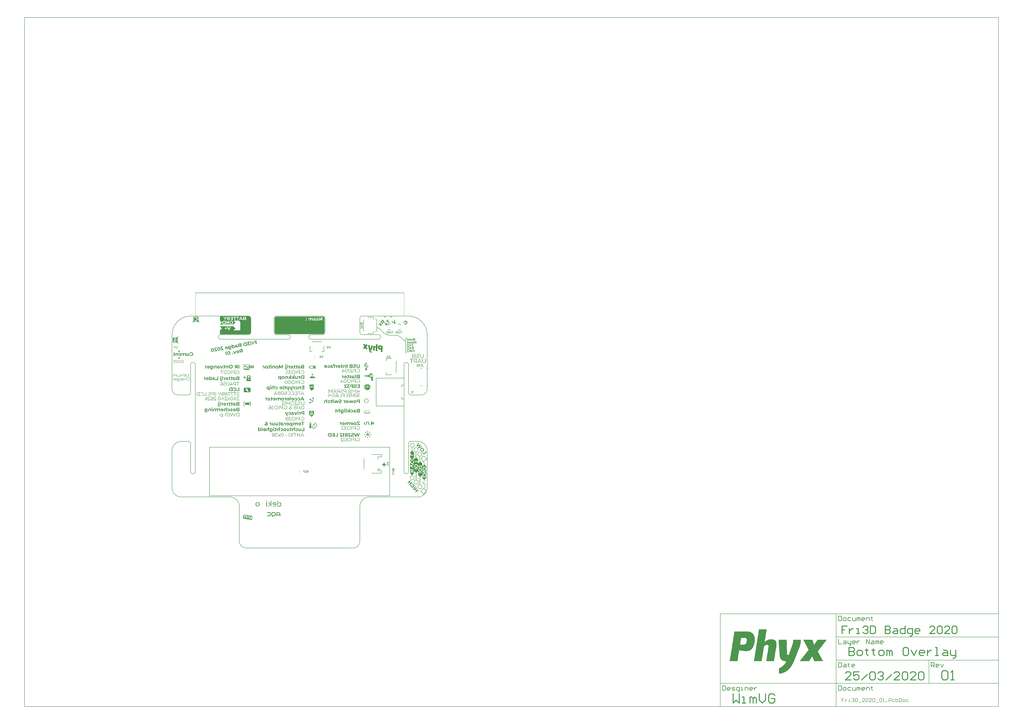
<source format=gbo>
G04*
G04 #@! TF.GenerationSoftware,Altium Limited,Altium Designer,20.0.13 (296)*
G04*
G04 Layer_Color=32896*
%FSLAX25Y25*%
%MOIN*%
G70*
G01*
G75*
%ADD11C,0.00984*%
%ADD12C,0.00394*%
%ADD13C,0.00787*%
%ADD14C,0.01181*%
%ADD15C,0.00591*%
%ADD16C,0.01575*%
%ADD188C,0.00787*%
G36*
X162923Y381686D02*
X161873Y380805D01*
X156044Y383726D01*
X157098Y384611D01*
X161260Y382522D01*
X159909Y386969D01*
X161051Y387927D01*
X162923Y381686D01*
D02*
G37*
G36*
X144725Y383051D02*
X143662Y382160D01*
X142592Y383436D01*
X141613Y382614D01*
X141801Y380598D01*
X140663Y379643D01*
X140453Y381976D01*
X140337Y381943D01*
X140227Y381922D01*
X140117Y381908D01*
X140007Y381894D01*
X139910Y381891D01*
X139813Y381888D01*
X139724Y381892D01*
X139636Y381896D01*
X139563Y381906D01*
X139490Y381916D01*
X139433Y381925D01*
X139380Y381938D01*
X139338Y381945D01*
X139311Y381951D01*
X139292Y381957D01*
X139284Y381958D01*
X139183Y381994D01*
X139078Y382034D01*
X138985Y382084D01*
X138893Y382135D01*
X138808Y382185D01*
X138724Y382243D01*
X138648Y382300D01*
X138579Y382356D01*
X138518Y382412D01*
X138461Y382464D01*
X138414Y382510D01*
X138372Y382553D01*
X138339Y382583D01*
X138315Y382612D01*
X138301Y382629D01*
X138297Y382633D01*
X138221Y382733D01*
X138151Y382824D01*
X138090Y382922D01*
X138040Y383016D01*
X137990Y383109D01*
X137951Y383198D01*
X137917Y383290D01*
X137888Y383366D01*
X137860Y383442D01*
X137847Y383510D01*
X137829Y383573D01*
X137818Y383621D01*
X137810Y383664D01*
X137801Y383692D01*
X137799Y383711D01*
X137799Y383719D01*
X137789Y383825D01*
X137787Y383937D01*
X137793Y384041D01*
X137798Y384146D01*
X137814Y384245D01*
X137834Y384340D01*
X137850Y384432D01*
X137873Y384515D01*
X137899Y384594D01*
X137920Y384662D01*
X137941Y384722D01*
X137961Y384775D01*
X137981Y384819D01*
X137991Y384850D01*
X138004Y384868D01*
X138005Y384875D01*
X138057Y384983D01*
X138125Y385090D01*
X138188Y385193D01*
X138262Y385291D01*
X138406Y385476D01*
X138479Y385559D01*
X138552Y385641D01*
X138621Y385713D01*
X138684Y385773D01*
X138740Y385834D01*
X138790Y385876D01*
X138833Y385919D01*
X140878Y387635D01*
X144725Y383051D01*
D02*
G37*
G36*
X-172042Y388235D02*
X-172002Y387621D01*
X-171922Y387010D01*
X-171801Y386406D01*
X-171642Y385812D01*
X-171444Y385229D01*
X-171209Y384660D01*
X-170936Y384108D01*
X-170628Y383574D01*
X-170286Y383062D01*
X-169911Y382574D01*
X-169506Y382111D01*
X-169291Y381890D01*
X-172047Y384646D01*
Y388543D01*
X-172042Y388235D01*
D02*
G37*
G36*
X-179921Y384646D02*
X-182677Y381890D01*
X-182463Y382111D01*
X-182057Y382574D01*
X-181682Y383062D01*
X-181340Y383574D01*
X-181032Y384108D01*
X-180760Y384660D01*
X-180524Y385229D01*
X-180326Y385812D01*
X-180167Y386406D01*
X-180047Y387010D01*
X-179967Y387621D01*
X-179926Y388235D01*
X-179921Y388543D01*
Y384646D01*
D02*
G37*
G36*
X-172047D02*
D01*
X-169291Y381890D01*
X-169513Y382104D01*
X-169975Y382510D01*
X-170464Y382885D01*
X-170976Y383227D01*
X-171509Y383535D01*
X-172061Y383807D01*
X-172630Y384043D01*
X-173213Y384241D01*
X-173808Y384400D01*
X-174412Y384520D01*
X-175022Y384600D01*
X-175637Y384641D01*
X-175945Y384646D01*
X-172047D01*
X-179921D01*
Y392520D01*
X-172047D01*
Y384646D01*
D02*
G37*
G36*
X-176332Y384641D02*
X-176946Y384600D01*
X-177557Y384520D01*
X-178160Y384400D01*
X-178755Y384241D01*
X-179338Y384043D01*
X-179907Y383807D01*
X-180459Y383535D01*
X-180993Y383227D01*
X-181504Y382885D01*
X-181993Y382510D01*
X-182456Y382104D01*
X-182677Y381890D01*
X-179921Y384646D01*
X-176024D01*
X-176332Y384641D01*
D02*
G37*
G36*
X151246Y387160D02*
X149778Y385928D01*
X152898Y382209D01*
X151840Y381322D01*
X148720Y385040D01*
X147251Y383808D01*
X146525Y384674D01*
X150519Y388026D01*
X151246Y387160D01*
D02*
G37*
G36*
X147474Y380680D02*
X150317Y380044D01*
X149205Y379111D01*
X147500Y379519D01*
X147632Y377791D01*
X146473Y376819D01*
X146328Y379761D01*
X143573Y380386D01*
X144656Y381295D01*
X146289Y380912D01*
X146170Y382566D01*
X147316Y383527D01*
X147474Y380680D01*
D02*
G37*
G36*
X179814Y385748D02*
X179957Y385747D01*
X180088Y385736D01*
X180211Y385725D01*
X180330Y385711D01*
X180437Y385694D01*
X180532Y385674D01*
X180619Y385654D01*
X180692Y385636D01*
X180745Y385624D01*
X180786Y385609D01*
X180813Y385603D01*
X180824Y385598D01*
X180966Y385546D01*
X181104Y385476D01*
X181237Y385410D01*
X181359Y385334D01*
X181480Y385257D01*
X181589Y385178D01*
X181691Y385099D01*
X181785Y385021D01*
X181872Y384952D01*
X181947Y384879D01*
X182011Y384820D01*
X182068Y384760D01*
X182107Y384714D01*
X182142Y384680D01*
X182160Y384659D01*
X182167Y384651D01*
X182268Y384522D01*
X182362Y384394D01*
X182447Y384258D01*
X182520Y384128D01*
X182583Y384002D01*
X182642Y383881D01*
X182694Y383760D01*
X182734Y383644D01*
X182768Y383544D01*
X182798Y383448D01*
X182826Y383365D01*
X182843Y383293D01*
X182857Y383234D01*
X182865Y383191D01*
X182870Y383167D01*
X182873Y383155D01*
X182891Y383006D01*
X182901Y382850D01*
X182900Y382707D01*
X182899Y382564D01*
X182887Y382425D01*
X182868Y382295D01*
X182849Y382173D01*
X182827Y382055D01*
X182803Y381948D01*
X182775Y381854D01*
X182752Y381770D01*
X182730Y381695D01*
X182710Y381642D01*
X182698Y381597D01*
X182689Y381575D01*
X182684Y381563D01*
X182621Y381418D01*
X182550Y381280D01*
X182469Y381148D01*
X182392Y381019D01*
X182308Y380899D01*
X182217Y380786D01*
X182134Y380681D01*
X182047Y380580D01*
X181970Y380494D01*
X181893Y380416D01*
X181829Y380347D01*
X181770Y380291D01*
X181720Y380249D01*
X181686Y380213D01*
X181652Y380185D01*
X181461Y380039D01*
X181267Y379905D01*
X181177Y379843D01*
X181082Y379785D01*
X180997Y379734D01*
X180907Y379688D01*
X180834Y379648D01*
X180761Y379608D01*
X180700Y379578D01*
X180644Y379552D01*
X180603Y379532D01*
X180567Y379516D01*
X180547Y379506D01*
X180542Y379503D01*
X180310Y379415D01*
X180198Y379378D01*
X180091Y379345D01*
X179984Y379319D01*
X179885Y379293D01*
X179786Y379275D01*
X179695Y379255D01*
X179613Y379243D01*
X179538Y379230D01*
X179475Y379220D01*
X179421Y379217D01*
X179374Y379214D01*
X179342Y379209D01*
X179323Y379206D01*
X179315Y379207D01*
X177753Y381068D01*
X178724Y381883D01*
X179850Y380540D01*
X179949Y380566D01*
X180041Y380593D01*
X180225Y380662D01*
X180396Y380748D01*
X180472Y380784D01*
X180542Y380828D01*
X180608Y380869D01*
X180666Y380910D01*
X180719Y380941D01*
X180756Y380972D01*
X180793Y380996D01*
X180839Y381035D01*
X180915Y381106D01*
X180987Y381173D01*
X181116Y381317D01*
X181172Y381385D01*
X181221Y381455D01*
X181270Y381524D01*
X181310Y381587D01*
X181342Y381642D01*
X181374Y381697D01*
X181397Y381746D01*
X181420Y381786D01*
X181435Y381820D01*
X181445Y381842D01*
X181450Y381861D01*
X181454Y381865D01*
X181512Y382042D01*
X181543Y382217D01*
X181565Y382378D01*
X181570Y382525D01*
X181566Y382649D01*
X181563Y382704D01*
X181559Y382751D01*
X181554Y382782D01*
X181549Y382814D01*
X181546Y382825D01*
X181547Y382833D01*
X181528Y382924D01*
X181501Y383015D01*
X181438Y383184D01*
X181363Y383342D01*
X181285Y383476D01*
X181248Y383538D01*
X181214Y383595D01*
X181183Y383640D01*
X181152Y383678D01*
X181131Y383711D01*
X181114Y383731D01*
X181100Y383748D01*
X181096Y383752D01*
X181026Y383828D01*
X180958Y383900D01*
X180814Y384029D01*
X180746Y384085D01*
X180676Y384134D01*
X180610Y384178D01*
X180544Y384215D01*
X180485Y384251D01*
X180433Y384279D01*
X180385Y384303D01*
X180344Y384326D01*
X180311Y384340D01*
X180288Y384350D01*
X180269Y384356D01*
X180266Y384360D01*
X180088Y384410D01*
X179917Y384445D01*
X179755Y384459D01*
X179604Y384460D01*
X179483Y384452D01*
X179429Y384449D01*
X179385Y384441D01*
X179350Y384440D01*
X179327Y384434D01*
X179307Y384432D01*
X179303Y384429D01*
X179208Y384406D01*
X179116Y384379D01*
X178948Y384309D01*
X178790Y384233D01*
X178647Y384156D01*
X178590Y384115D01*
X178532Y384081D01*
X178483Y384047D01*
X178445Y384015D01*
X178408Y383991D01*
X178366Y383956D01*
X178240Y383843D01*
X178133Y383725D01*
X178037Y383601D01*
X177956Y383477D01*
X177883Y383351D01*
X177822Y383221D01*
X177772Y383101D01*
X177727Y382985D01*
X177694Y382872D01*
X177670Y382773D01*
X177647Y382682D01*
X177636Y382602D01*
X177626Y382537D01*
X177618Y382487D01*
X177615Y382456D01*
X177614Y382449D01*
X176406Y382504D01*
X176409Y382628D01*
X176424Y382747D01*
X176442Y382869D01*
X176460Y382984D01*
X176489Y383094D01*
X176514Y383200D01*
X176545Y383298D01*
X176573Y383392D01*
X176608Y383478D01*
X176638Y383553D01*
X176663Y383617D01*
X176687Y383673D01*
X176710Y383721D01*
X176725Y383755D01*
X176738Y383773D01*
X176739Y383781D01*
X176799Y383896D01*
X176871Y384006D01*
X176943Y384116D01*
X177017Y384214D01*
X177170Y384406D01*
X177247Y384492D01*
X177320Y384575D01*
X177388Y384647D01*
X177456Y384710D01*
X177512Y384771D01*
X177562Y384813D01*
X177604Y384856D01*
X177663Y384905D01*
X177800Y385014D01*
X177937Y385114D01*
X178072Y385199D01*
X178207Y385284D01*
X178341Y385354D01*
X178471Y385420D01*
X178592Y385471D01*
X178705Y385523D01*
X178813Y385564D01*
X178913Y385598D01*
X179001Y385629D01*
X179077Y385650D01*
X179132Y385668D01*
X179180Y385680D01*
X179204Y385685D01*
X179216Y385688D01*
X179369Y385717D01*
X179522Y385739D01*
X179670Y385749D01*
X179814Y385748D01*
D02*
G37*
G36*
X137582Y380080D02*
X140425Y379443D01*
X139312Y378510D01*
X137608Y378919D01*
X137740Y377190D01*
X136581Y376218D01*
X136435Y379161D01*
X133680Y379785D01*
X134764Y380694D01*
X136397Y380311D01*
X136278Y381965D01*
X137424Y382927D01*
X137582Y380080D01*
D02*
G37*
G36*
X-133858Y386319D02*
D01*
Y393307D01*
X-86614D01*
Y386221D01*
X-112106D01*
X-108760Y382874D01*
X-112205Y379429D01*
X-112205Y379429D01*
Y386221D01*
X-112205D01*
Y379429D01*
X-131890D01*
Y379429D01*
X-135335D01*
X-131890Y382874D01*
Y382874D01*
X-135335Y386319D01*
Y391831D01*
Y392124D01*
X-135110Y392667D01*
X-134695Y393082D01*
X-134152Y393307D01*
X-133858D01*
Y386319D01*
D02*
G37*
G36*
X-85581Y393171D02*
X-84936Y392904D01*
X-84355Y392516D01*
X-83862Y392022D01*
X-83474Y391442D01*
X-83207Y390797D01*
X-83071Y390113D01*
Y389764D01*
Y366535D01*
Y366148D01*
X-83222Y365387D01*
X-83519Y364671D01*
X-83950Y364026D01*
X-84498Y363477D01*
X-85143Y363047D01*
X-85860Y362750D01*
X-86620Y362598D01*
X-134152D01*
X-134695Y362823D01*
X-135110Y363239D01*
X-135335Y363781D01*
Y364075D01*
Y369429D01*
X-131890Y372874D01*
Y372874D01*
X-135335Y376319D01*
X-131890D01*
Y376319D01*
X-112205D01*
Y369429D01*
X-131890D01*
Y369429D01*
X-112205D01*
Y376319D01*
X-108760Y372874D01*
X-112205Y369429D01*
X-101831D01*
X-101627Y369449D01*
X-101251Y369605D01*
X-100963Y369893D01*
X-100807Y370269D01*
X-100787Y370472D01*
Y382677D01*
X-100804Y383025D01*
X-100940Y383706D01*
X-101206Y384348D01*
X-101592Y384925D01*
X-102083Y385416D01*
X-102660Y385802D01*
X-103302Y386068D01*
X-103983Y386203D01*
X-104331Y386221D01*
X-86614D01*
X-86614Y393307D01*
X-86265D01*
X-85581Y393171D01*
D02*
G37*
G36*
X40231Y392603D02*
X40769Y392380D01*
X41252Y392057D01*
X41664Y391646D01*
X41987Y391162D01*
X42209Y390625D01*
X42323Y390055D01*
Y389764D01*
Y366142D01*
Y365851D01*
X42209Y365280D01*
X41987Y364743D01*
X41664Y364260D01*
X41252Y363848D01*
X40769Y363525D01*
X40231Y363302D01*
X39661Y363189D01*
X-39661D01*
X-40231Y363302D01*
X-40769Y363525D01*
X-41252Y363848D01*
X-41664Y364260D01*
X-41987Y364743D01*
X-42209Y365280D01*
X-42323Y365851D01*
Y366142D01*
Y389764D01*
Y390055D01*
X-42209Y390625D01*
X-41987Y391162D01*
X-41664Y391646D01*
X-41252Y392057D01*
X-40769Y392380D01*
X-40231Y392603D01*
X-39661Y392717D01*
X39661D01*
X40231Y392603D01*
D02*
G37*
G36*
X183961Y355041D02*
X184434D01*
Y354356D01*
X183961D01*
Y353097D01*
X183958Y352999D01*
X183947Y352908D01*
X183932Y352820D01*
X183914Y352740D01*
X183892Y352667D01*
X183867Y352598D01*
X183841Y352540D01*
X183812Y352485D01*
X183783Y352434D01*
X183757Y352394D01*
X183732Y352358D01*
X183710Y352329D01*
X183692Y352307D01*
X183674Y352292D01*
X183666Y352281D01*
X183663Y352278D01*
X183605Y352231D01*
X183539Y352187D01*
X183474Y352151D01*
X183404Y352118D01*
X183335Y352092D01*
X183262Y352070D01*
X183193Y352052D01*
X183128Y352038D01*
X183062Y352023D01*
X183004Y352016D01*
X182949Y352009D01*
X182906Y352005D01*
X182866D01*
X182840Y352001D01*
X182815D01*
X182738Y352005D01*
X182662Y352009D01*
X182596Y352016D01*
X182534Y352027D01*
X182483Y352034D01*
X182447Y352041D01*
X182432Y352045D01*
X182422D01*
X182418Y352048D01*
X182414D01*
X182345Y352067D01*
X182283Y352092D01*
X182229Y352114D01*
X182181Y352136D01*
X182141Y352158D01*
X182112Y352176D01*
X182097Y352187D01*
X182090Y352190D01*
X182331Y352817D01*
X182389Y352780D01*
X182451Y352751D01*
X182509Y352733D01*
X182567Y352718D01*
X182614Y352711D01*
X182654Y352707D01*
X182669Y352704D01*
X182691D01*
X182756Y352707D01*
X182811Y352722D01*
X182862Y352736D01*
X182902Y352758D01*
X182931Y352777D01*
X182957Y352795D01*
X182971Y352806D01*
X182975Y352809D01*
X183008Y352853D01*
X183033Y352900D01*
X183048Y352951D01*
X183062Y352999D01*
X183069Y353042D01*
X183073Y353075D01*
Y353090D01*
Y353100D01*
Y353104D01*
Y353108D01*
Y354356D01*
X182309D01*
Y355041D01*
X183073D01*
Y355787D01*
X183961D01*
Y355041D01*
D02*
G37*
G36*
X195838Y352045D02*
X193775D01*
X193633Y352048D01*
X193498Y352056D01*
X193374Y352070D01*
X193258Y352089D01*
X193152Y352110D01*
X193054Y352132D01*
X192967Y352158D01*
X192886Y352187D01*
X192817Y352212D01*
X192755Y352238D01*
X192704Y352260D01*
X192661Y352281D01*
X192628Y352300D01*
X192603Y352314D01*
X192588Y352322D01*
X192584Y352325D01*
X192512Y352380D01*
X192450Y352442D01*
X192395Y352503D01*
X192348Y352573D01*
X192308Y352638D01*
X192275Y352707D01*
X192250Y352773D01*
X192228Y352835D01*
X192209Y352897D01*
X192199Y352951D01*
X192188Y353002D01*
X192184Y353046D01*
X192180Y353082D01*
X192177Y353111D01*
Y353126D01*
Y353133D01*
X192180Y353202D01*
X192184Y353264D01*
X192206Y353384D01*
X192220Y353439D01*
X192239Y353494D01*
X192257Y353541D01*
X192275Y353581D01*
X192293Y353621D01*
X192311Y353657D01*
X192326Y353686D01*
X192344Y353712D01*
X192355Y353730D01*
X192366Y353745D01*
X192370Y353752D01*
X192373Y353756D01*
X192453Y353843D01*
X192537Y353920D01*
X192628Y353981D01*
X192712Y354032D01*
X192752Y354054D01*
X192788Y354072D01*
X192825Y354087D01*
X192850Y354098D01*
X192876Y354109D01*
X192894Y354116D01*
X192905Y354120D01*
X192908D01*
X192821Y354174D01*
X192741Y354233D01*
X192675Y354291D01*
X192621Y354349D01*
X192577Y354400D01*
X192544Y354440D01*
X192533Y354455D01*
X192526Y354466D01*
X192519Y354473D01*
Y354476D01*
X192472Y354564D01*
X192435Y354655D01*
X192410Y354742D01*
X192395Y354822D01*
X192388Y354859D01*
X192384Y354891D01*
X192380Y354924D01*
Y354950D01*
X192377Y354968D01*
Y354982D01*
Y354993D01*
Y354997D01*
X192380Y355084D01*
X192395Y355168D01*
X192413Y355244D01*
X192439Y355317D01*
X192468Y355383D01*
X192501Y355445D01*
X192533Y355503D01*
X192570Y355554D01*
X192606Y355601D01*
X192643Y355641D01*
X192675Y355674D01*
X192704Y355703D01*
X192730Y355725D01*
X192748Y355739D01*
X192763Y355750D01*
X192766Y355754D01*
X192843Y355805D01*
X192927Y355845D01*
X193014Y355885D01*
X193105Y355918D01*
X193200Y355943D01*
X193290Y355965D01*
X193385Y355983D01*
X193473Y355998D01*
X193556Y356013D01*
X193636Y356020D01*
X193705Y356027D01*
X193767Y356031D01*
X193818Y356034D01*
X195838D01*
Y352045D01*
D02*
G37*
G36*
X190171Y355153D02*
X190255Y355150D01*
X190339Y355139D01*
X190419Y355124D01*
X190495Y355110D01*
X190568Y355092D01*
X190633Y355073D01*
X190695Y355055D01*
X190753Y355037D01*
X190801Y355019D01*
X190845Y355001D01*
X190881Y354986D01*
X190910Y354972D01*
X190932Y354960D01*
X190946Y354957D01*
X190950Y354953D01*
X191019Y354913D01*
X191085Y354870D01*
X191147Y354826D01*
X191205Y354779D01*
X191259Y354731D01*
X191307Y354684D01*
X191354Y354640D01*
X191394Y354596D01*
X191430Y354553D01*
X191460Y354513D01*
X191489Y354480D01*
X191511Y354447D01*
X191529Y354426D01*
X191540Y354404D01*
X191547Y354393D01*
X191551Y354389D01*
X191587Y354320D01*
X191620Y354251D01*
X191649Y354182D01*
X191674Y354112D01*
X191696Y354043D01*
X191714Y353974D01*
X191725Y353912D01*
X191740Y353850D01*
X191747Y353792D01*
X191754Y353741D01*
X191758Y353694D01*
X191762Y353654D01*
X191765Y353621D01*
Y353599D01*
Y353581D01*
Y353577D01*
X191762Y353494D01*
X191754Y353410D01*
X191747Y353330D01*
X191733Y353257D01*
X191714Y353184D01*
X191696Y353115D01*
X191678Y353053D01*
X191656Y352995D01*
X191638Y352944D01*
X191620Y352897D01*
X191602Y352857D01*
X191583Y352820D01*
X191569Y352795D01*
X191561Y352777D01*
X191554Y352762D01*
X191551Y352758D01*
X191507Y352693D01*
X191463Y352631D01*
X191412Y352576D01*
X191365Y352522D01*
X191314Y352471D01*
X191263Y352427D01*
X191216Y352383D01*
X191168Y352347D01*
X191125Y352314D01*
X191081Y352285D01*
X191045Y352260D01*
X191012Y352238D01*
X190986Y352223D01*
X190968Y352212D01*
X190954Y352205D01*
X190950Y352201D01*
X190877Y352165D01*
X190801Y352136D01*
X190728Y352110D01*
X190652Y352085D01*
X190506Y352048D01*
X190437Y352038D01*
X190371Y352027D01*
X190309Y352019D01*
X190255Y352012D01*
X190204Y352009D01*
X190160Y352005D01*
X190127Y352001D01*
X190080D01*
X189989Y352005D01*
X189905Y352009D01*
X189822Y352019D01*
X189742Y352034D01*
X189665Y352048D01*
X189592Y352063D01*
X189527Y352081D01*
X189465Y352103D01*
X189410Y352121D01*
X189359Y352139D01*
X189316Y352154D01*
X189279Y352169D01*
X189254Y352183D01*
X189232Y352194D01*
X189217Y352198D01*
X189214Y352201D01*
X189145Y352241D01*
X189079Y352281D01*
X189017Y352329D01*
X188959Y352373D01*
X188904Y352420D01*
X188857Y352467D01*
X188813Y352511D01*
X188773Y352554D01*
X188737Y352598D01*
X188704Y352635D01*
X188679Y352671D01*
X188657Y352700D01*
X188639Y352726D01*
X188628Y352744D01*
X188620Y352755D01*
X188617Y352758D01*
X188577Y352828D01*
X188544Y352897D01*
X188515Y352970D01*
X188489Y353039D01*
X188468Y353108D01*
X188453Y353177D01*
X188438Y353242D01*
X188424Y353304D01*
X188417Y353359D01*
X188409Y353414D01*
X188406Y353461D01*
X188402Y353501D01*
X188398Y353534D01*
Y353555D01*
Y353574D01*
Y353577D01*
X188402Y353661D01*
X188409Y353745D01*
X188420Y353821D01*
X188431Y353898D01*
X188449Y353967D01*
X188468Y354036D01*
X188486Y354098D01*
X188508Y354152D01*
X188529Y354207D01*
X188548Y354251D01*
X188566Y354291D01*
X188584Y354327D01*
X188595Y354353D01*
X188606Y354375D01*
X188613Y354385D01*
X188617Y354389D01*
X188660Y354455D01*
X188704Y354516D01*
X188751Y354575D01*
X188799Y354629D01*
X188850Y354680D01*
X188901Y354728D01*
X188948Y354768D01*
X188995Y354808D01*
X189039Y354840D01*
X189083Y354870D01*
X189119Y354895D01*
X189152Y354917D01*
X189177Y354931D01*
X189196Y354942D01*
X189210Y354950D01*
X189214Y354953D01*
X189286Y354990D01*
X189359Y355022D01*
X189436Y355048D01*
X189509Y355070D01*
X189654Y355106D01*
X189723Y355121D01*
X189789Y355132D01*
X189851Y355139D01*
X189905Y355146D01*
X189956Y355150D01*
X190000Y355153D01*
X190033Y355157D01*
X190080D01*
X190171Y355153D01*
D02*
G37*
G36*
X186436D02*
X186520Y355150D01*
X186604Y355139D01*
X186684Y355124D01*
X186760Y355110D01*
X186833Y355092D01*
X186899Y355073D01*
X186961Y355055D01*
X187019Y355037D01*
X187066Y355019D01*
X187110Y355001D01*
X187146Y354986D01*
X187175Y354972D01*
X187197Y354960D01*
X187212Y354957D01*
X187215Y354953D01*
X187285Y354913D01*
X187350Y354870D01*
X187412Y354826D01*
X187470Y354779D01*
X187525Y354731D01*
X187572Y354684D01*
X187619Y354640D01*
X187659Y354596D01*
X187696Y354553D01*
X187725Y354513D01*
X187754Y354480D01*
X187776Y354447D01*
X187794Y354426D01*
X187805Y354404D01*
X187812Y354393D01*
X187816Y354389D01*
X187852Y354320D01*
X187885Y354251D01*
X187914Y354182D01*
X187940Y354112D01*
X187962Y354043D01*
X187980Y353974D01*
X187991Y353912D01*
X188005Y353850D01*
X188013Y353792D01*
X188020Y353741D01*
X188023Y353694D01*
X188027Y353654D01*
X188031Y353621D01*
Y353599D01*
Y353581D01*
Y353577D01*
X188027Y353494D01*
X188020Y353410D01*
X188013Y353330D01*
X187998Y353257D01*
X187980Y353184D01*
X187962Y353115D01*
X187943Y353053D01*
X187922Y352995D01*
X187903Y352944D01*
X187885Y352897D01*
X187867Y352857D01*
X187849Y352820D01*
X187834Y352795D01*
X187827Y352777D01*
X187820Y352762D01*
X187816Y352758D01*
X187772Y352693D01*
X187729Y352631D01*
X187678Y352576D01*
X187630Y352522D01*
X187579Y352471D01*
X187528Y352427D01*
X187481Y352383D01*
X187434Y352347D01*
X187390Y352314D01*
X187346Y352285D01*
X187310Y352260D01*
X187277Y352238D01*
X187252Y352223D01*
X187234Y352212D01*
X187219Y352205D01*
X187215Y352201D01*
X187143Y352165D01*
X187066Y352136D01*
X186993Y352110D01*
X186917Y352085D01*
X186771Y352048D01*
X186702Y352038D01*
X186637Y352027D01*
X186575Y352019D01*
X186520Y352012D01*
X186469Y352009D01*
X186425Y352005D01*
X186393Y352001D01*
X186345D01*
X186254Y352005D01*
X186171Y352009D01*
X186087Y352019D01*
X186007Y352034D01*
X185930Y352048D01*
X185858Y352063D01*
X185792Y352081D01*
X185730Y352103D01*
X185676Y352121D01*
X185625Y352139D01*
X185581Y352154D01*
X185545Y352169D01*
X185519Y352183D01*
X185497Y352194D01*
X185483Y352198D01*
X185479Y352201D01*
X185410Y352241D01*
X185344Y352281D01*
X185283Y352329D01*
X185224Y352373D01*
X185170Y352420D01*
X185122Y352467D01*
X185079Y352511D01*
X185039Y352554D01*
X185002Y352598D01*
X184969Y352635D01*
X184944Y352671D01*
X184922Y352700D01*
X184904Y352726D01*
X184893Y352744D01*
X184886Y352755D01*
X184882Y352758D01*
X184842Y352828D01*
X184809Y352897D01*
X184780Y352970D01*
X184755Y353039D01*
X184733Y353108D01*
X184718Y353177D01*
X184704Y353242D01*
X184689Y353304D01*
X184682Y353359D01*
X184675Y353414D01*
X184671Y353461D01*
X184667Y353501D01*
X184664Y353534D01*
Y353555D01*
Y353574D01*
Y353577D01*
X184667Y353661D01*
X184675Y353745D01*
X184686Y353821D01*
X184696Y353898D01*
X184715Y353967D01*
X184733Y354036D01*
X184751Y354098D01*
X184773Y354152D01*
X184795Y354207D01*
X184813Y354251D01*
X184831Y354291D01*
X184849Y354327D01*
X184860Y354353D01*
X184871Y354375D01*
X184879Y354385D01*
X184882Y354389D01*
X184926Y354455D01*
X184969Y354516D01*
X185017Y354575D01*
X185064Y354629D01*
X185115Y354680D01*
X185166Y354728D01*
X185213Y354768D01*
X185261Y354808D01*
X185304Y354840D01*
X185348Y354870D01*
X185384Y354895D01*
X185417Y354917D01*
X185443Y354931D01*
X185461Y354942D01*
X185476Y354950D01*
X185479Y354953D01*
X185552Y354990D01*
X185625Y355022D01*
X185701Y355048D01*
X185774Y355070D01*
X185919Y355106D01*
X185989Y355121D01*
X186054Y355132D01*
X186116Y355139D01*
X186171Y355146D01*
X186222Y355150D01*
X186265Y355153D01*
X186298Y355157D01*
X186345D01*
X186436Y355153D01*
D02*
G37*
G36*
X-83064Y351365D02*
X-82956Y351351D01*
X-82863Y351329D01*
X-82791Y351297D01*
X-82737Y351273D01*
X-82701Y351258D01*
X-82688Y351249D01*
X-82599Y351181D01*
X-82529Y351099D01*
X-82471Y351021D01*
X-82429Y350945D01*
X-82400Y350873D01*
X-82385Y350820D01*
X-82376Y350799D01*
X-82373Y350783D01*
X-82371Y350772D01*
X-82370Y350767D01*
X-82361Y350652D01*
X-82370Y350545D01*
X-82387Y350453D01*
X-82416Y350365D01*
X-82449Y350299D01*
X-82472Y350244D01*
X-82494Y350213D01*
X-82503Y350200D01*
X-82582Y350114D01*
X-82670Y350043D01*
X-82761Y349994D01*
X-82847Y349951D01*
X-82931Y349920D01*
X-82962Y349909D01*
X-82994Y349903D01*
X-83020Y349893D01*
X-83052Y349887D01*
X-83183Y349875D01*
X-83306Y349876D01*
X-83414Y349895D01*
X-83507Y349918D01*
X-83578Y349944D01*
X-83633Y349973D01*
X-83669Y349989D01*
X-83682Y349998D01*
X-83772Y350071D01*
X-83842Y350153D01*
X-83901Y350236D01*
X-83943Y350318D01*
X-83973Y350390D01*
X-83989Y350448D01*
X-83998Y350469D01*
X-84001Y350485D01*
X-84003Y350496D01*
X-84003Y350501D01*
X-84012Y350611D01*
X-84003Y350717D01*
X-83986Y350809D01*
X-83955Y350887D01*
X-83922Y350954D01*
X-83898Y351002D01*
X-83876Y351034D01*
X-83867Y351046D01*
X-83788Y351132D01*
X-83699Y351198D01*
X-83609Y351253D01*
X-83516Y351291D01*
X-83438Y351322D01*
X-83402Y351334D01*
X-83369Y351339D01*
X-83349Y351348D01*
X-83311Y351355D01*
X-83180Y351367D01*
X-83064Y351365D01*
D02*
G37*
G36*
X-77858Y345486D02*
X-79175Y345254D01*
X-79552Y347389D01*
X-79577Y347501D01*
X-79606Y347606D01*
X-79635Y347707D01*
X-79673Y347794D01*
X-79715Y347875D01*
X-79756Y347951D01*
X-79795Y348017D01*
X-79838Y348070D01*
X-79875Y348124D01*
X-79910Y348163D01*
X-79944Y348201D01*
X-79977Y348228D01*
X-80003Y348252D01*
X-80017Y348266D01*
X-80029Y348275D01*
X-80036Y348279D01*
X-80110Y348321D01*
X-80184Y348364D01*
X-80260Y348389D01*
X-80342Y348413D01*
X-80423Y348432D01*
X-80498Y348447D01*
X-80650Y348459D01*
X-80716Y348458D01*
X-80777Y348459D01*
X-80832Y348455D01*
X-80881Y348451D01*
X-80920Y348450D01*
X-81054Y348427D01*
X-81150Y348404D01*
X-81197Y348390D01*
X-81235Y348384D01*
X-81256Y348374D01*
X-81266Y348373D01*
X-81480Y349588D01*
X-81291Y349616D01*
X-81110Y349625D01*
X-80949Y349626D01*
X-80877Y349622D01*
X-80809Y349617D01*
X-80747Y349612D01*
X-80691Y349605D01*
X-80639Y349597D01*
X-80600Y349593D01*
X-80571Y349587D01*
X-80542Y349581D01*
X-80531Y349578D01*
X-80525Y349579D01*
X-80373Y349534D01*
X-80236Y349480D01*
X-80108Y349414D01*
X-80008Y349348D01*
X-79926Y349291D01*
X-79861Y349241D01*
X-79836Y349223D01*
X-79823Y349209D01*
X-79815Y349199D01*
X-79809Y349195D01*
X-79914Y349792D01*
X-78656Y350014D01*
X-77858Y345486D01*
D02*
G37*
G36*
X192967Y350322D02*
X193050Y350319D01*
X193130Y350308D01*
X193207Y350293D01*
X193283Y350279D01*
X193352Y350261D01*
X193414Y350242D01*
X193476Y350224D01*
X193527Y350206D01*
X193578Y350188D01*
X193618Y350170D01*
X193655Y350155D01*
X193684Y350140D01*
X193702Y350130D01*
X193716Y350126D01*
X193720Y350122D01*
X193789Y350082D01*
X193851Y350039D01*
X193913Y349995D01*
X193968Y349948D01*
X194022Y349900D01*
X194070Y349853D01*
X194113Y349806D01*
X194153Y349762D01*
X194186Y349718D01*
X194219Y349682D01*
X194244Y349645D01*
X194266Y349616D01*
X194284Y349591D01*
X194295Y349569D01*
X194302Y349558D01*
X194306Y349554D01*
X194343Y349485D01*
X194375Y349416D01*
X194404Y349347D01*
X194426Y349278D01*
X194448Y349209D01*
X194466Y349139D01*
X194481Y349078D01*
X194492Y349016D01*
X194499Y348957D01*
X194506Y348906D01*
X194510Y348863D01*
X194514Y348823D01*
X194517Y348790D01*
Y348768D01*
Y348750D01*
Y348746D01*
X194514Y348663D01*
X194506Y348579D01*
X194499Y348499D01*
X194484Y348426D01*
X194466Y348353D01*
X194448Y348284D01*
X194430Y348222D01*
X194408Y348164D01*
X194390Y348113D01*
X194372Y348066D01*
X194353Y348026D01*
X194335Y347989D01*
X194321Y347964D01*
X194313Y347945D01*
X194306Y347931D01*
X194302Y347927D01*
X194259Y347862D01*
X194211Y347800D01*
X194164Y347745D01*
X194113Y347691D01*
X194062Y347640D01*
X194011Y347596D01*
X193960Y347552D01*
X193913Y347516D01*
X193866Y347483D01*
X193826Y347454D01*
X193786Y347429D01*
X193753Y347407D01*
X193724Y347392D01*
X193705Y347381D01*
X193691Y347374D01*
X193687Y347370D01*
X193611Y347334D01*
X193534Y347305D01*
X193454Y347279D01*
X193374Y347254D01*
X193221Y347217D01*
X193149Y347207D01*
X193079Y347196D01*
X193014Y347188D01*
X192956Y347181D01*
X192901Y347178D01*
X192857Y347174D01*
X192821Y347170D01*
X192770D01*
X192617Y347178D01*
X192475Y347192D01*
X192344Y347214D01*
X192220Y347247D01*
X192107Y347283D01*
X192002Y347327D01*
X191907Y347370D01*
X191824Y347418D01*
X191751Y347461D01*
X191685Y347505D01*
X191631Y347549D01*
X191583Y347585D01*
X191547Y347618D01*
X191525Y347640D01*
X191507Y347658D01*
X191503Y347662D01*
X191976Y348175D01*
X192038Y348120D01*
X192097Y348077D01*
X192155Y348037D01*
X192209Y348004D01*
X192257Y347982D01*
X192289Y347964D01*
X192304Y347956D01*
X192315Y347953D01*
X192319Y347949D01*
X192322D01*
X192395Y347927D01*
X192468Y347909D01*
X192537Y347898D01*
X192603Y347887D01*
X192661Y347884D01*
X192683D01*
X192704Y347880D01*
X192745D01*
X192810Y347884D01*
X192868Y347887D01*
X192981Y347905D01*
X193036Y347916D01*
X193083Y347931D01*
X193127Y347945D01*
X193167Y347964D01*
X193203Y347978D01*
X193236Y347993D01*
X193261Y348007D01*
X193283Y348018D01*
X193301Y348029D01*
X193316Y348037D01*
X193323Y348044D01*
X193327D01*
X193367Y348077D01*
X193407Y348113D01*
X193473Y348186D01*
X193524Y348259D01*
X193563Y348331D01*
X193593Y348397D01*
X193604Y348426D01*
X193611Y348448D01*
X193618Y348470D01*
X193622Y348484D01*
X193625Y348492D01*
Y348495D01*
X191303D01*
X191299Y348535D01*
X191296Y348568D01*
Y348601D01*
X191292Y348626D01*
Y348648D01*
X191288Y348670D01*
Y348699D01*
X191285Y348717D01*
Y348728D01*
Y348735D01*
X191288Y348823D01*
X191292Y348910D01*
X191303Y348990D01*
X191318Y349067D01*
X191332Y349139D01*
X191350Y349209D01*
X191372Y349274D01*
X191391Y349332D01*
X191409Y349387D01*
X191430Y349434D01*
X191449Y349474D01*
X191463Y349511D01*
X191478Y349536D01*
X191485Y349558D01*
X191492Y349569D01*
X191496Y349573D01*
X191536Y349638D01*
X191580Y349700D01*
X191627Y349758D01*
X191674Y349813D01*
X191722Y349864D01*
X191769Y349907D01*
X191813Y349951D01*
X191860Y349988D01*
X191904Y350020D01*
X191940Y350049D01*
X191976Y350075D01*
X192006Y350093D01*
X192031Y350108D01*
X192053Y350122D01*
X192064Y350126D01*
X192068Y350130D01*
X192137Y350166D01*
X192206Y350195D01*
X192279Y350220D01*
X192348Y350242D01*
X192486Y350279D01*
X192552Y350290D01*
X192610Y350301D01*
X192668Y350311D01*
X192719Y350315D01*
X192766Y350319D01*
X192806Y350322D01*
X192839Y350326D01*
X192883D01*
X192967Y350322D01*
D02*
G37*
G36*
X186342D02*
X186425Y350319D01*
X186506Y350308D01*
X186582Y350293D01*
X186658Y350279D01*
X186728Y350261D01*
X186790Y350242D01*
X186851Y350224D01*
X186902Y350206D01*
X186953Y350188D01*
X186993Y350170D01*
X187030Y350155D01*
X187059Y350140D01*
X187077Y350130D01*
X187092Y350126D01*
X187095Y350122D01*
X187164Y350082D01*
X187226Y350039D01*
X187288Y349995D01*
X187343Y349948D01*
X187397Y349900D01*
X187445Y349853D01*
X187488Y349806D01*
X187528Y349762D01*
X187561Y349718D01*
X187594Y349682D01*
X187619Y349645D01*
X187641Y349616D01*
X187659Y349591D01*
X187670Y349569D01*
X187678Y349558D01*
X187681Y349554D01*
X187718Y349485D01*
X187750Y349416D01*
X187780Y349347D01*
X187801Y349278D01*
X187823Y349209D01*
X187841Y349139D01*
X187856Y349078D01*
X187867Y349016D01*
X187874Y348957D01*
X187882Y348906D01*
X187885Y348863D01*
X187889Y348823D01*
X187892Y348790D01*
Y348768D01*
Y348750D01*
Y348746D01*
X187889Y348663D01*
X187882Y348579D01*
X187874Y348499D01*
X187860Y348426D01*
X187841Y348353D01*
X187823Y348284D01*
X187805Y348222D01*
X187783Y348164D01*
X187765Y348113D01*
X187747Y348066D01*
X187729Y348026D01*
X187710Y347989D01*
X187696Y347964D01*
X187689Y347945D01*
X187681Y347931D01*
X187678Y347927D01*
X187634Y347862D01*
X187587Y347800D01*
X187539Y347745D01*
X187488Y347691D01*
X187437Y347640D01*
X187386Y347596D01*
X187336Y347552D01*
X187288Y347516D01*
X187241Y347483D01*
X187201Y347454D01*
X187161Y347429D01*
X187128Y347407D01*
X187099Y347392D01*
X187081Y347381D01*
X187066Y347374D01*
X187063Y347370D01*
X186986Y347334D01*
X186910Y347305D01*
X186829Y347279D01*
X186749Y347254D01*
X186597Y347217D01*
X186524Y347207D01*
X186455Y347196D01*
X186389Y347188D01*
X186331Y347181D01*
X186276Y347178D01*
X186233Y347174D01*
X186196Y347170D01*
X186145D01*
X185992Y347178D01*
X185850Y347192D01*
X185719Y347214D01*
X185596Y347247D01*
X185483Y347283D01*
X185377Y347327D01*
X185283Y347370D01*
X185199Y347418D01*
X185126Y347461D01*
X185061Y347505D01*
X185006Y347549D01*
X184959Y347585D01*
X184922Y347618D01*
X184900Y347640D01*
X184882Y347658D01*
X184879Y347662D01*
X185352Y348175D01*
X185414Y348120D01*
X185472Y348077D01*
X185530Y348037D01*
X185585Y348004D01*
X185632Y347982D01*
X185665Y347964D01*
X185679Y347956D01*
X185690Y347953D01*
X185694Y347949D01*
X185697D01*
X185770Y347927D01*
X185843Y347909D01*
X185912Y347898D01*
X185978Y347887D01*
X186036Y347884D01*
X186058D01*
X186080Y347880D01*
X186120D01*
X186185Y347884D01*
X186243Y347887D01*
X186356Y347905D01*
X186411Y347916D01*
X186458Y347931D01*
X186502Y347945D01*
X186542Y347964D01*
X186578Y347978D01*
X186611Y347993D01*
X186637Y348007D01*
X186658Y348018D01*
X186677Y348029D01*
X186691Y348037D01*
X186698Y348044D01*
X186702D01*
X186742Y348077D01*
X186782Y348113D01*
X186848Y348186D01*
X186899Y348259D01*
X186939Y348331D01*
X186968Y348397D01*
X186979Y348426D01*
X186986Y348448D01*
X186993Y348470D01*
X186997Y348484D01*
X187001Y348492D01*
Y348495D01*
X184678D01*
X184675Y348535D01*
X184671Y348568D01*
Y348601D01*
X184667Y348626D01*
Y348648D01*
X184664Y348670D01*
Y348699D01*
X184660Y348717D01*
Y348728D01*
Y348735D01*
X184664Y348823D01*
X184667Y348910D01*
X184678Y348990D01*
X184693Y349067D01*
X184707Y349139D01*
X184726Y349209D01*
X184748Y349274D01*
X184766Y349332D01*
X184784Y349387D01*
X184806Y349434D01*
X184824Y349474D01*
X184838Y349511D01*
X184853Y349536D01*
X184860Y349558D01*
X184868Y349569D01*
X184871Y349573D01*
X184911Y349638D01*
X184955Y349700D01*
X185002Y349758D01*
X185050Y349813D01*
X185097Y349864D01*
X185144Y349907D01*
X185188Y349951D01*
X185235Y349988D01*
X185279Y350020D01*
X185315Y350049D01*
X185352Y350075D01*
X185381Y350093D01*
X185406Y350108D01*
X185428Y350122D01*
X185439Y350126D01*
X185443Y350130D01*
X185512Y350166D01*
X185581Y350195D01*
X185654Y350220D01*
X185723Y350242D01*
X185861Y350279D01*
X185927Y350290D01*
X185985Y350301D01*
X186043Y350311D01*
X186094Y350315D01*
X186142Y350319D01*
X186182Y350322D01*
X186214Y350326D01*
X186258D01*
X186342Y350322D01*
D02*
G37*
G36*
X183961Y350210D02*
X184434D01*
Y349525D01*
X183961D01*
Y348266D01*
X183958Y348168D01*
X183947Y348077D01*
X183932Y347989D01*
X183914Y347909D01*
X183892Y347836D01*
X183867Y347767D01*
X183841Y347709D01*
X183812Y347654D01*
X183783Y347603D01*
X183757Y347563D01*
X183732Y347527D01*
X183710Y347498D01*
X183692Y347476D01*
X183674Y347461D01*
X183666Y347450D01*
X183663Y347447D01*
X183605Y347399D01*
X183539Y347356D01*
X183474Y347319D01*
X183404Y347287D01*
X183335Y347261D01*
X183262Y347239D01*
X183193Y347221D01*
X183128Y347207D01*
X183062Y347192D01*
X183004Y347185D01*
X182949Y347178D01*
X182906Y347174D01*
X182866D01*
X182840Y347170D01*
X182815D01*
X182738Y347174D01*
X182662Y347178D01*
X182596Y347185D01*
X182534Y347196D01*
X182483Y347203D01*
X182447Y347210D01*
X182432Y347214D01*
X182422D01*
X182418Y347217D01*
X182414D01*
X182345Y347236D01*
X182283Y347261D01*
X182229Y347283D01*
X182181Y347305D01*
X182141Y347327D01*
X182112Y347345D01*
X182097Y347356D01*
X182090Y347359D01*
X182331Y347986D01*
X182389Y347949D01*
X182451Y347920D01*
X182509Y347902D01*
X182567Y347887D01*
X182614Y347880D01*
X182654Y347876D01*
X182669Y347873D01*
X182691D01*
X182756Y347876D01*
X182811Y347891D01*
X182862Y347905D01*
X182902Y347927D01*
X182931Y347945D01*
X182957Y347964D01*
X182971Y347975D01*
X182975Y347978D01*
X183008Y348022D01*
X183033Y348069D01*
X183048Y348120D01*
X183062Y348168D01*
X183069Y348211D01*
X183073Y348244D01*
Y348259D01*
Y348270D01*
Y348273D01*
Y348277D01*
Y349525D01*
X182309D01*
Y350210D01*
X183073D01*
Y350956D01*
X183961D01*
Y350210D01*
D02*
G37*
G36*
X198419Y347214D02*
X197495D01*
Y348324D01*
X196643D01*
X195875Y347214D01*
X194885D01*
X195777Y348495D01*
X195704Y348528D01*
X195638Y348564D01*
X195576Y348604D01*
X195515Y348644D01*
X195464Y348684D01*
X195413Y348725D01*
X195369Y348764D01*
X195325Y348805D01*
X195292Y348841D01*
X195260Y348877D01*
X195234Y348906D01*
X195212Y348936D01*
X195194Y348957D01*
X195183Y348972D01*
X195176Y348983D01*
X195172Y348987D01*
X195136Y349048D01*
X195100Y349114D01*
X195074Y349180D01*
X195049Y349245D01*
X195027Y349307D01*
X195009Y349372D01*
X194994Y349434D01*
X194983Y349493D01*
X194976Y349547D01*
X194969Y349598D01*
X194965Y349642D01*
X194961Y349682D01*
X194958Y349711D01*
Y349736D01*
Y349751D01*
Y349755D01*
X194961Y349838D01*
X194965Y349915D01*
X194976Y349991D01*
X194990Y350060D01*
X195005Y350130D01*
X195023Y350191D01*
X195045Y350253D01*
X195063Y350304D01*
X195081Y350355D01*
X195103Y350395D01*
X195122Y350435D01*
X195136Y350464D01*
X195151Y350490D01*
X195158Y350508D01*
X195165Y350519D01*
X195169Y350523D01*
X195209Y350581D01*
X195256Y350639D01*
X195303Y350690D01*
X195351Y350741D01*
X195402Y350785D01*
X195453Y350825D01*
X195500Y350865D01*
X195547Y350898D01*
X195595Y350927D01*
X195635Y350952D01*
X195671Y350974D01*
X195704Y350992D01*
X195733Y351007D01*
X195751Y351018D01*
X195766Y351021D01*
X195769Y351025D01*
X195842Y351058D01*
X195922Y351083D01*
X195999Y351109D01*
X196079Y351127D01*
X196232Y351160D01*
X196304Y351171D01*
X196377Y351182D01*
X196443Y351189D01*
X196501Y351192D01*
X196556Y351200D01*
X196599D01*
X196639Y351203D01*
X198419D01*
Y347214D01*
D02*
G37*
G36*
X189654Y350322D02*
X189731Y350315D01*
X189800Y350308D01*
X189869Y350297D01*
X189931Y350286D01*
X189989Y350275D01*
X190040Y350264D01*
X190091Y350250D01*
X190131Y350239D01*
X190171Y350228D01*
X190200Y350220D01*
X190226Y350210D01*
X190244Y350206D01*
X190255Y350199D01*
X190258D01*
X190371Y350148D01*
X190470Y350093D01*
X190513Y350064D01*
X190553Y350035D01*
X190590Y350006D01*
X190622Y349977D01*
X190652Y349951D01*
X190677Y349926D01*
X190699Y349904D01*
X190717Y349886D01*
X190732Y349871D01*
X190743Y349860D01*
X190746Y349853D01*
X190750Y349849D01*
X190779Y349806D01*
X190804Y349762D01*
X190848Y349675D01*
X190877Y349587D01*
X190895Y349507D01*
X190903Y349471D01*
X190910Y349438D01*
X190914Y349405D01*
Y349383D01*
X190917Y349361D01*
Y349347D01*
Y349336D01*
Y349332D01*
X190914Y349271D01*
X190910Y349209D01*
X190899Y349154D01*
X190888Y349103D01*
X190877Y349056D01*
X190859Y349012D01*
X190845Y348972D01*
X190826Y348936D01*
X190812Y348903D01*
X190794Y348874D01*
X190779Y348852D01*
X190768Y348834D01*
X190753Y348815D01*
X190746Y348805D01*
X190743Y348801D01*
X190739Y348797D01*
X190670Y348732D01*
X190597Y348677D01*
X190524Y348630D01*
X190459Y348593D01*
X190400Y348564D01*
X190375Y348553D01*
X190353Y348546D01*
X190335Y348539D01*
X190324Y348535D01*
X190317Y348532D01*
X190313D01*
X190215Y348506D01*
X190113Y348481D01*
X190007Y348459D01*
X189909Y348441D01*
X189865Y348433D01*
X189822Y348426D01*
X189785Y348419D01*
X189752Y348415D01*
X189727Y348411D01*
X189709Y348408D01*
X189694Y348404D01*
X189691D01*
X189632Y348397D01*
X189578Y348390D01*
X189527Y348379D01*
X189483Y348371D01*
X189439Y348364D01*
X189399Y348357D01*
X189367Y348346D01*
X189334Y348339D01*
X189305Y348331D01*
X189283Y348328D01*
X189261Y348320D01*
X189246Y348317D01*
X189232Y348313D01*
X189225Y348309D01*
X189217Y348306D01*
X189166Y348284D01*
X189130Y348255D01*
X189101Y348222D01*
X189083Y348193D01*
X189072Y348164D01*
X189068Y348142D01*
X189065Y348128D01*
Y348120D01*
X189072Y348069D01*
X189090Y348029D01*
X189116Y347989D01*
X189152Y347960D01*
X189196Y347931D01*
X189243Y347909D01*
X189294Y347891D01*
X189345Y347876D01*
X189450Y347854D01*
X189498Y347847D01*
X189541Y347844D01*
X189578D01*
X189603Y347840D01*
X189629D01*
X189734Y347844D01*
X189836Y347851D01*
X189931Y347865D01*
X190018Y347880D01*
X190058Y347887D01*
X190095Y347895D01*
X190124Y347902D01*
X190149Y347909D01*
X190171Y347913D01*
X190186Y347916D01*
X190197Y347920D01*
X190200D01*
X190302Y347953D01*
X190400Y347989D01*
X190484Y348026D01*
X190557Y348058D01*
X190586Y348073D01*
X190615Y348088D01*
X190637Y348102D01*
X190659Y348113D01*
X190673Y348124D01*
X190684Y348128D01*
X190692Y348135D01*
X190695D01*
X190990Y347498D01*
X190903Y347447D01*
X190808Y347399D01*
X190713Y347359D01*
X190619Y347327D01*
X190579Y347312D01*
X190539Y347298D01*
X190502Y347287D01*
X190473Y347279D01*
X190448Y347272D01*
X190426Y347265D01*
X190415Y347261D01*
X190411D01*
X190273Y347232D01*
X190138Y347210D01*
X190011Y347192D01*
X189953Y347185D01*
X189898Y347181D01*
X189847Y347178D01*
X189803Y347174D01*
X189760D01*
X189727Y347170D01*
X189661D01*
X189501Y347174D01*
X189425Y347181D01*
X189352Y347188D01*
X189283Y347199D01*
X189221Y347207D01*
X189159Y347217D01*
X189104Y347232D01*
X189057Y347243D01*
X189014Y347254D01*
X188977Y347261D01*
X188944Y347272D01*
X188919Y347279D01*
X188901Y347287D01*
X188890Y347290D01*
X188886D01*
X188824Y347316D01*
X188770Y347341D01*
X188719Y347367D01*
X188668Y347396D01*
X188624Y347421D01*
X188584Y347450D01*
X188544Y347480D01*
X188511Y347505D01*
X188482Y347531D01*
X188457Y347556D01*
X188435Y347578D01*
X188420Y347596D01*
X188406Y347611D01*
X188395Y347622D01*
X188391Y347629D01*
X188387Y347633D01*
X188358Y347676D01*
X188329Y347720D01*
X188289Y347807D01*
X188256Y347891D01*
X188238Y347971D01*
X188224Y348040D01*
X188220Y348069D01*
Y348095D01*
X188216Y348113D01*
Y348131D01*
Y348138D01*
Y348142D01*
X188220Y348204D01*
X188224Y348262D01*
X188231Y348313D01*
X188245Y348364D01*
X188256Y348411D01*
X188271Y348455D01*
X188289Y348495D01*
X188304Y348532D01*
X188322Y348561D01*
X188337Y348590D01*
X188355Y348612D01*
X188366Y348630D01*
X188376Y348648D01*
X188387Y348659D01*
X188391Y348663D01*
X188395Y348666D01*
X188464Y348732D01*
X188533Y348786D01*
X188602Y348830D01*
X188668Y348866D01*
X188726Y348892D01*
X188748Y348903D01*
X188770Y348910D01*
X188788Y348917D01*
X188799Y348921D01*
X188806Y348925D01*
X188810D01*
X188904Y348950D01*
X189006Y348976D01*
X189108Y349001D01*
X189206Y349019D01*
X189250Y349027D01*
X189294Y349038D01*
X189330Y349041D01*
X189363Y349048D01*
X189388Y349052D01*
X189407Y349056D01*
X189421Y349059D01*
X189425D01*
X189487Y349070D01*
X189541Y349078D01*
X189592Y349089D01*
X189643Y349096D01*
X189687Y349107D01*
X189727Y349114D01*
X189763Y349125D01*
X189793Y349132D01*
X189822Y349139D01*
X189847Y349147D01*
X189865Y349150D01*
X189883Y349154D01*
X189894Y349161D01*
X189905D01*
X189909Y349165D01*
X189913D01*
X189964Y349190D01*
X190000Y349219D01*
X190029Y349252D01*
X190047Y349289D01*
X190058Y349318D01*
X190062Y349343D01*
X190066Y349358D01*
Y349365D01*
X190058Y349412D01*
X190044Y349452D01*
X190022Y349485D01*
X189993Y349518D01*
X189967Y349540D01*
X189945Y349558D01*
X189931Y349569D01*
X189924Y349573D01*
X189865Y349598D01*
X189796Y349620D01*
X189727Y349635D01*
X189658Y349642D01*
X189596Y349649D01*
X189567D01*
X189545Y349653D01*
X189498D01*
X189407Y349649D01*
X189323Y349642D01*
X189239Y349631D01*
X189155Y349616D01*
X189079Y349598D01*
X189006Y349580D01*
X188937Y349558D01*
X188875Y349540D01*
X188817Y349518D01*
X188766Y349496D01*
X188722Y349478D01*
X188682Y349460D01*
X188653Y349445D01*
X188631Y349434D01*
X188617Y349427D01*
X188613Y349423D01*
X188318Y350057D01*
X188402Y350100D01*
X188489Y350140D01*
X188580Y350173D01*
X188664Y350202D01*
X188704Y350213D01*
X188741Y350224D01*
X188773Y350231D01*
X188799Y350239D01*
X188821Y350246D01*
X188839Y350250D01*
X188850Y350253D01*
X188853D01*
X188973Y350279D01*
X189090Y350297D01*
X189199Y350308D01*
X189250Y350311D01*
X189294Y350319D01*
X189338D01*
X189377Y350322D01*
X189414D01*
X189443Y350326D01*
X189498D01*
X189654Y350322D01*
D02*
G37*
G36*
X-207480Y357087D02*
X-204724Y359842D01*
X-204939Y359621D01*
X-205345Y359158D01*
X-205719Y358670D01*
X-206061Y358158D01*
X-206369Y357625D01*
X-206642Y357072D01*
X-206877Y356504D01*
X-207075Y355921D01*
X-207235Y355326D01*
X-207355Y354722D01*
X-207435Y354111D01*
X-207475Y353497D01*
X-207480Y353189D01*
Y353110D01*
X-207475Y352802D01*
X-207435Y352188D01*
X-207355Y351577D01*
X-207235Y350973D01*
X-207075Y350379D01*
X-206877Y349796D01*
X-206642Y349227D01*
X-206369Y348675D01*
X-206061Y348141D01*
X-205719Y347629D01*
X-205345Y347141D01*
X-204939Y346678D01*
X-204724Y346457D01*
X-207480Y349213D01*
Y349213D01*
X-215354D01*
Y357087D01*
X-211377D01*
X-211070Y357092D01*
X-210455Y357132D01*
X-209845Y357212D01*
X-209241Y357332D01*
X-208646Y357492D01*
X-208063Y357690D01*
X-207494Y357925D01*
X-206942Y358198D01*
X-206409Y358506D01*
X-205897Y358848D01*
X-205409Y359222D01*
X-204946Y359628D01*
X-204724Y359842D01*
X-207480Y357087D01*
D02*
G37*
G36*
X-204724Y346457D02*
X-204946Y346671D01*
X-205409Y347077D01*
X-205897Y347452D01*
X-206409Y347794D01*
X-206942Y348101D01*
X-207494Y348374D01*
X-208063Y348609D01*
X-208646Y348807D01*
X-209241Y348967D01*
X-209845Y349087D01*
X-210455Y349167D01*
X-211070Y349207D01*
X-211378Y349213D01*
X-207480D01*
X-204724Y346457D01*
D02*
G37*
G36*
X-72567Y346419D02*
X-73932Y346178D01*
X-74311Y348324D01*
X-77042Y347842D01*
X-77235Y348934D01*
X-74503Y349415D01*
X-74778Y350975D01*
X-77870Y350430D01*
X-78063Y351526D01*
X-73606Y352312D01*
X-72567Y346419D01*
D02*
G37*
G36*
X110760Y346044D02*
X110748Y345984D01*
X110809Y345972D01*
X110797Y345912D01*
X110785Y345852D01*
X110845Y345840D01*
X110834Y345780D01*
X110894Y345768D01*
X110882Y345708D01*
X110871Y345648D01*
X110931Y345636D01*
X110919Y345576D01*
X110979Y345564D01*
X110968Y345504D01*
X110956Y345443D01*
X111016Y345432D01*
X111005Y345371D01*
X111065Y345360D01*
X111053Y345299D01*
X111041Y345239D01*
X111102Y345227D01*
X111090Y345167D01*
X111150Y345155D01*
X111139Y345095D01*
X111127Y345035D01*
X111187Y345023D01*
X111176Y344963D01*
X111236Y344951D01*
X111224Y344891D01*
X111212Y344830D01*
X111273Y344819D01*
X111261Y344758D01*
X111321Y344747D01*
X111310Y344686D01*
X111298Y344626D01*
X111358Y344614D01*
X111346Y344554D01*
X111407Y344542D01*
X111395Y344482D01*
X111383Y344422D01*
X111443Y344410D01*
X111432Y344350D01*
X111492Y344338D01*
X111480Y344278D01*
X111469Y344217D01*
X111529Y344206D01*
X111517Y344145D01*
X111577Y344134D01*
X111566Y344074D01*
X111686Y344050D01*
X111698Y344110D01*
X111710Y344171D01*
X111722Y344231D01*
X111733Y344291D01*
X111793Y344279D01*
X111805Y344340D01*
X111817Y344400D01*
X111829Y344460D01*
X111889Y344449D01*
X111901Y344509D01*
X111912Y344569D01*
X111924Y344629D01*
X111984Y344618D01*
X111996Y344678D01*
X112008Y344738D01*
X112020Y344799D01*
X112080Y344787D01*
X112092Y344847D01*
X112103Y344907D01*
X112115Y344968D01*
X112175Y344956D01*
X112187Y345016D01*
X112199Y345077D01*
X112210Y345137D01*
X112271Y345125D01*
X112282Y345185D01*
X112294Y345246D01*
X112306Y345306D01*
X112366Y345294D01*
X112378Y345355D01*
X112390Y345415D01*
X112401Y345475D01*
X112462Y345463D01*
X112473Y345524D01*
X112485Y345584D01*
X112497Y345644D01*
X112557Y345633D01*
X112569Y345693D01*
X115885Y345048D01*
X115873Y344988D01*
X115813Y345000D01*
X115801Y344939D01*
X115789Y344879D01*
X115729Y344891D01*
X115717Y344831D01*
X115657Y344842D01*
X115645Y344782D01*
X115634Y344722D01*
X115573Y344734D01*
X115562Y344673D01*
X115550Y344613D01*
X115490Y344625D01*
X115478Y344564D01*
X115466Y344504D01*
X115406Y344516D01*
X115394Y344456D01*
X115382Y344395D01*
X115322Y344407D01*
X115310Y344347D01*
X115299Y344286D01*
X115238Y344298D01*
X115227Y344238D01*
X115215Y344178D01*
X115155Y344189D01*
X115143Y344129D01*
X115083Y344141D01*
X115071Y344080D01*
X115059Y344020D01*
X114999Y344032D01*
X114987Y343971D01*
X114976Y343911D01*
X114915Y343923D01*
X114903Y343863D01*
X114892Y343802D01*
X114831Y343814D01*
X114820Y343754D01*
X114808Y343693D01*
X114748Y343705D01*
X114736Y343645D01*
X114724Y343585D01*
X114664Y343596D01*
X114652Y343536D01*
X114641Y343476D01*
X114580Y343488D01*
X114569Y343427D01*
X114557Y343367D01*
X114497Y343379D01*
X114485Y343318D01*
X114425Y343330D01*
X114413Y343270D01*
X114401Y343209D01*
X114341Y343221D01*
X114329Y343161D01*
X114317Y343101D01*
X114257Y343112D01*
X114245Y343052D01*
X114234Y342992D01*
X114173Y343003D01*
X114162Y342943D01*
X114150Y342883D01*
X114090Y342895D01*
X114078Y342834D01*
X114066Y342774D01*
X114006Y342786D01*
X113994Y342725D01*
X113982Y342665D01*
X113922Y342677D01*
X113910Y342617D01*
X113850Y342628D01*
X113838Y342568D01*
X113827Y342508D01*
X113766Y342519D01*
X113755Y342459D01*
X113743Y342399D01*
X113683Y342411D01*
X113671Y342350D01*
X113659Y342290D01*
X113599Y342302D01*
X113587Y342241D01*
X113575Y342181D01*
X113515Y342193D01*
X113504Y342132D01*
X113492Y342072D01*
X113432Y342084D01*
X113420Y342024D01*
X113408Y341963D01*
X113348Y341975D01*
X113336Y341915D01*
X113276Y341927D01*
X113264Y341866D01*
X113252Y341806D01*
X113241Y341746D01*
X113301Y341734D01*
X113289Y341674D01*
X113277Y341613D01*
X113338Y341602D01*
X113326Y341541D01*
X113386Y341530D01*
X113375Y341469D01*
X113435Y341458D01*
X113423Y341397D01*
X113483Y341386D01*
X113472Y341325D01*
X113460Y341265D01*
X113520Y341253D01*
X113509Y341193D01*
X113569Y341181D01*
X113557Y341121D01*
X113617Y341109D01*
X113606Y341049D01*
X113594Y340989D01*
X113654Y340977D01*
X113643Y340917D01*
X113703Y340905D01*
X113691Y340845D01*
X113751Y340833D01*
X113740Y340773D01*
X113800Y340761D01*
X113788Y340701D01*
X113777Y340640D01*
X113837Y340629D01*
X113825Y340568D01*
X113885Y340557D01*
X113874Y340496D01*
X113934Y340485D01*
X113922Y340424D01*
X113983Y340413D01*
X113971Y340352D01*
X113959Y340292D01*
X114020Y340280D01*
X114008Y340220D01*
X114068Y340208D01*
X114056Y340148D01*
X114117Y340136D01*
X114105Y340076D01*
X114093Y340016D01*
X114153Y340004D01*
X114142Y339944D01*
X114202Y339932D01*
X114190Y339872D01*
X114251Y339860D01*
X114239Y339800D01*
X114299Y339788D01*
X114287Y339728D01*
X114276Y339667D01*
X114336Y339656D01*
X114324Y339595D01*
X114384Y339584D01*
X114373Y339523D01*
X114433Y339512D01*
X114421Y339451D01*
X114410Y339391D01*
X114470Y339379D01*
X114458Y339319D01*
X114519Y339307D01*
X114507Y339247D01*
X114567Y339235D01*
X114555Y339175D01*
X114616Y339163D01*
X114604Y339103D01*
X114592Y339043D01*
X114653Y339031D01*
X114641Y338971D01*
X114701Y338959D01*
X114689Y338899D01*
X114750Y338887D01*
X114738Y338827D01*
X114726Y338766D01*
X114787Y338755D01*
X114775Y338694D01*
X114835Y338683D01*
X114823Y338622D01*
X114884Y338611D01*
X114872Y338550D01*
X114932Y338539D01*
X114921Y338478D01*
X114909Y338418D01*
X114969Y338406D01*
X114957Y338346D01*
X115018Y338334D01*
X115006Y338274D01*
X115066Y338262D01*
X115055Y338202D01*
X115115Y338190D01*
X115103Y338130D01*
X115091Y338070D01*
X115152Y338058D01*
X115140Y337998D01*
X115200Y337986D01*
X115189Y337926D01*
X115249Y337914D01*
X115237Y337854D01*
X115225Y337793D01*
X115286Y337782D01*
X115274Y337721D01*
X115334Y337710D01*
X115322Y337649D01*
X115383Y337638D01*
X115371Y337577D01*
X115431Y337566D01*
X115420Y337505D01*
X115408Y337445D01*
X115468Y337433D01*
X115456Y337373D01*
X115517Y337361D01*
X115505Y337301D01*
X115565Y337289D01*
X115554Y337229D01*
X115614Y337217D01*
X115602Y337157D01*
X112226Y337813D01*
X112238Y337874D01*
X112249Y337934D01*
X112189Y337946D01*
X112201Y338006D01*
X112141Y338018D01*
X112152Y338078D01*
X112164Y338138D01*
X112104Y338150D01*
X112115Y338210D01*
X112055Y338222D01*
X112067Y338282D01*
X112078Y338343D01*
X112018Y338354D01*
X112030Y338415D01*
X111970Y338426D01*
X111981Y338487D01*
X111993Y338547D01*
X111933Y338559D01*
X111944Y338619D01*
X111884Y338631D01*
X111896Y338691D01*
X111908Y338751D01*
X111847Y338763D01*
X111859Y338823D01*
X111799Y338835D01*
X111811Y338895D01*
X111750Y338907D01*
X111762Y338967D01*
X111774Y339028D01*
X111713Y339039D01*
X111725Y339100D01*
X111665Y339111D01*
X111677Y339172D01*
X111688Y339232D01*
X111628Y339244D01*
X111640Y339304D01*
X111579Y339316D01*
X111591Y339376D01*
X111603Y339436D01*
X111543Y339448D01*
X111554Y339508D01*
X111494Y339520D01*
X111506Y339580D01*
X111517Y339640D01*
X111397Y339664D01*
X111385Y339604D01*
X111325Y339615D01*
X111313Y339555D01*
X111301Y339495D01*
X111290Y339434D01*
X111229Y339446D01*
X111218Y339386D01*
X111206Y339325D01*
X111194Y339265D01*
X111134Y339277D01*
X111122Y339217D01*
X111110Y339156D01*
X111099Y339096D01*
X111038Y339108D01*
X111027Y339048D01*
X111015Y338987D01*
X110955Y338999D01*
X110943Y338939D01*
X110931Y338878D01*
X110920Y338818D01*
X110859Y338830D01*
X110848Y338770D01*
X110836Y338709D01*
X110824Y338649D01*
X110764Y338661D01*
X110752Y338600D01*
X110740Y338540D01*
X110680Y338552D01*
X110668Y338492D01*
X110657Y338431D01*
X110645Y338371D01*
X110585Y338383D01*
X110573Y338322D01*
X110561Y338262D01*
X110549Y338202D01*
X110489Y338213D01*
X110477Y338153D01*
X107282Y338774D01*
X107294Y338835D01*
X107354Y338823D01*
X107366Y338883D01*
X107378Y338944D01*
X107438Y338932D01*
X107450Y338992D01*
X107461Y339052D01*
X107522Y339041D01*
X107533Y339101D01*
X107594Y339089D01*
X107605Y339149D01*
X107617Y339210D01*
X107677Y339198D01*
X107689Y339258D01*
X107701Y339319D01*
X107761Y339307D01*
X107773Y339367D01*
X107784Y339427D01*
X107845Y339416D01*
X107857Y339476D01*
X107868Y339536D01*
X107929Y339525D01*
X107940Y339585D01*
X107952Y339645D01*
X108012Y339633D01*
X108024Y339694D01*
X108036Y339754D01*
X108096Y339742D01*
X108108Y339803D01*
X108119Y339863D01*
X108180Y339851D01*
X108191Y339912D01*
X108252Y339900D01*
X108263Y339960D01*
X108275Y340020D01*
X108335Y340009D01*
X108347Y340069D01*
X108359Y340129D01*
X108419Y340118D01*
X108431Y340178D01*
X108443Y340238D01*
X108503Y340226D01*
X108515Y340287D01*
X108526Y340347D01*
X108587Y340335D01*
X108598Y340396D01*
X108610Y340456D01*
X108670Y340444D01*
X108682Y340504D01*
X108694Y340565D01*
X108754Y340553D01*
X108766Y340613D01*
X108777Y340674D01*
X108838Y340662D01*
X108850Y340722D01*
X108910Y340710D01*
X108922Y340771D01*
X108933Y340831D01*
X108993Y340819D01*
X109005Y340880D01*
X109017Y340940D01*
X109077Y340928D01*
X109089Y340988D01*
X109101Y341049D01*
X109161Y341037D01*
X109173Y341097D01*
X109185Y341158D01*
X109245Y341146D01*
X109256Y341206D01*
X109268Y341266D01*
X109328Y341255D01*
X109340Y341315D01*
X109352Y341375D01*
X109412Y341364D01*
X109424Y341424D01*
X109436Y341484D01*
X109496Y341472D01*
X109508Y341533D01*
X109519Y341593D01*
X109580Y341581D01*
X109591Y341642D01*
X109652Y341630D01*
X109663Y341690D01*
X109675Y341750D01*
X109735Y341739D01*
X109747Y341799D01*
X109759Y341859D01*
X109819Y341848D01*
X109831Y341908D01*
X109843Y341968D01*
X109782Y341980D01*
X109794Y342040D01*
X109734Y342052D01*
X109745Y342112D01*
X109685Y342124D01*
X109697Y342184D01*
X109637Y342196D01*
X109648Y342256D01*
X109660Y342317D01*
X109600Y342328D01*
X109611Y342389D01*
X109551Y342400D01*
X109563Y342460D01*
X109502Y342472D01*
X109514Y342533D01*
X109526Y342593D01*
X109466Y342604D01*
X109477Y342665D01*
X109417Y342676D01*
X109429Y342737D01*
X109369Y342749D01*
X109380Y342809D01*
X109320Y342821D01*
X109332Y342881D01*
X109343Y342941D01*
X109283Y342953D01*
X109295Y343013D01*
X109234Y343025D01*
X109246Y343085D01*
X109186Y343097D01*
X109198Y343157D01*
X109210Y343217D01*
X109149Y343229D01*
X109161Y343289D01*
X109101Y343301D01*
X109112Y343361D01*
X109052Y343373D01*
X109064Y343433D01*
X109075Y343494D01*
X109015Y343506D01*
X109027Y343566D01*
X108967Y343578D01*
X108978Y343638D01*
X108918Y343650D01*
X108930Y343710D01*
X108870Y343722D01*
X108881Y343782D01*
X108893Y343842D01*
X108833Y343854D01*
X108844Y343914D01*
X108784Y343926D01*
X108796Y343986D01*
X108735Y343998D01*
X108747Y344058D01*
X108759Y344118D01*
X108699Y344130D01*
X108710Y344191D01*
X108650Y344202D01*
X108662Y344263D01*
X108601Y344274D01*
X108613Y344335D01*
X108625Y344395D01*
X108565Y344407D01*
X108576Y344467D01*
X108516Y344479D01*
X108528Y344539D01*
X108467Y344551D01*
X108479Y344611D01*
X108419Y344623D01*
X108431Y344683D01*
X108442Y344743D01*
X108382Y344755D01*
X108394Y344815D01*
X108334Y344827D01*
X108345Y344887D01*
X108285Y344899D01*
X108297Y344959D01*
X108308Y345020D01*
X108248Y345031D01*
X108260Y345091D01*
X108200Y345103D01*
X108211Y345163D01*
X108151Y345175D01*
X108163Y345235D01*
X108174Y345296D01*
X108114Y345307D01*
X108126Y345368D01*
X108065Y345379D01*
X108077Y345440D01*
X108017Y345451D01*
X108029Y345512D01*
X107968Y345524D01*
X107980Y345584D01*
X107992Y345644D01*
X107931Y345656D01*
X107943Y345716D01*
X107883Y345728D01*
X107895Y345788D01*
X107834Y345800D01*
X107846Y345860D01*
X107858Y345920D01*
X107798Y345932D01*
X107809Y345992D01*
X107749Y346004D01*
X107761Y346064D01*
X107700Y346076D01*
X107712Y346136D01*
X107652Y346148D01*
X107664Y346208D01*
X107675Y346269D01*
X107615Y346281D01*
X107627Y346341D01*
X107566Y346353D01*
X107578Y346413D01*
X107518Y346425D01*
X107529Y346485D01*
X107541Y346545D01*
X107481Y346557D01*
X107493Y346617D01*
X107432Y346629D01*
X107444Y346689D01*
X110760Y346044D01*
D02*
G37*
G36*
X-81487Y344846D02*
X-82805Y344614D01*
X-83603Y349141D01*
X-82285Y349374D01*
X-81487Y344846D01*
D02*
G37*
G36*
X188762Y343926D02*
X189942Y342383D01*
X188973D01*
X188278Y343322D01*
X187605Y342383D01*
X186597D01*
X187783Y343948D01*
X186644Y345448D01*
X187587D01*
X188256Y344552D01*
X188904Y345448D01*
X189902D01*
X188762Y343926D01*
D02*
G37*
G36*
X136042Y344133D02*
X136054Y344194D01*
X141058Y343221D01*
X141046Y343161D01*
X141034Y343101D01*
X141023Y343040D01*
X141011Y342980D01*
X140999Y342920D01*
X140987Y342859D01*
X141048Y342848D01*
X141036Y342787D01*
X141024Y342727D01*
X141013Y342667D01*
X141001Y342606D01*
X140989Y342546D01*
X140977Y342486D01*
X141038Y342474D01*
X141026Y342414D01*
X141014Y342354D01*
X141003Y342293D01*
X140991Y342233D01*
X140979Y342173D01*
X140967Y342112D01*
X140956Y342052D01*
X141016Y342040D01*
X141004Y341980D01*
X140992Y341920D01*
X140981Y341860D01*
X140969Y341799D01*
X140957Y341739D01*
X140946Y341679D01*
X141006Y341667D01*
X140994Y341607D01*
X140982Y341546D01*
X140971Y341486D01*
X140959Y341426D01*
X140947Y341366D01*
X140936Y341305D01*
X140996Y341294D01*
X140984Y341233D01*
X140972Y341173D01*
X140961Y341113D01*
X140949Y341052D01*
X140937Y340992D01*
X140926Y340932D01*
X140914Y340872D01*
X140974Y340860D01*
X140962Y340799D01*
X140951Y340739D01*
X140939Y340679D01*
X140927Y340619D01*
X140916Y340558D01*
X140904Y340498D01*
X140964Y340486D01*
X140952Y340426D01*
X140941Y340366D01*
X140929Y340305D01*
X140917Y340245D01*
X140905Y340185D01*
X140894Y340125D01*
X140954Y340113D01*
X140942Y340053D01*
X140931Y339992D01*
X140919Y339932D01*
X140907Y339872D01*
X140895Y339811D01*
X140884Y339751D01*
X140872Y339691D01*
X140932Y339679D01*
X140921Y339619D01*
X140909Y339559D01*
X140897Y339498D01*
X140885Y339438D01*
X140874Y339378D01*
X140862Y339317D01*
X140922Y339306D01*
X140910Y339245D01*
X140899Y339185D01*
X140887Y339125D01*
X140875Y339065D01*
X140864Y339004D01*
X140852Y338944D01*
X140912Y338932D01*
X140901Y338872D01*
X140889Y338811D01*
X140877Y338751D01*
X140865Y338691D01*
X140854Y338631D01*
X140842Y338570D01*
X140902Y338559D01*
X140891Y338498D01*
X140879Y338438D01*
X140867Y338378D01*
X140855Y338317D01*
X140844Y338257D01*
X140832Y338197D01*
X140820Y338137D01*
X140880Y338125D01*
X140869Y338065D01*
X140857Y338004D01*
X140845Y337944D01*
X140834Y337884D01*
X140822Y337824D01*
X140810Y337763D01*
X140870Y337752D01*
X140859Y337691D01*
X140847Y337631D01*
X140835Y337571D01*
X140824Y337510D01*
X140812Y337450D01*
X140800Y337390D01*
X140860Y337378D01*
X140849Y337318D01*
X140837Y337257D01*
X140825Y337197D01*
X140814Y337137D01*
X140802Y337077D01*
X140790Y337016D01*
X140778Y336956D01*
X140839Y336944D01*
X140827Y336884D01*
X140815Y336824D01*
X140804Y336763D01*
X140792Y336703D01*
X140780Y336643D01*
X140768Y336582D01*
X140829Y336571D01*
X140817Y336510D01*
X140805Y336450D01*
X140794Y336390D01*
X140782Y336330D01*
X140770Y336269D01*
X140758Y336209D01*
X140819Y336197D01*
X140807Y336137D01*
X140795Y336077D01*
X140783Y336017D01*
X140772Y335956D01*
X140760Y335896D01*
X140748Y335836D01*
X140809Y335824D01*
X140797Y335764D01*
X140785Y335703D01*
X140773Y335643D01*
X140762Y335583D01*
X140750Y335522D01*
X140738Y335462D01*
X140726Y335402D01*
X140787Y335390D01*
X140775Y335330D01*
X140763Y335269D01*
X140752Y335209D01*
X140740Y335149D01*
X140728Y335089D01*
X140717Y335028D01*
X140777Y335017D01*
X140765Y334956D01*
X140753Y334896D01*
X140742Y334836D01*
X140730Y334775D01*
X140718Y334715D01*
X140707Y334655D01*
X140767Y334643D01*
X140755Y334583D01*
X140743Y334523D01*
X140732Y334462D01*
X140720Y334402D01*
X140708Y334342D01*
X140697Y334281D01*
X140757Y334270D01*
X140745Y334209D01*
X140733Y334149D01*
X140722Y334089D01*
X140710Y334029D01*
X140698Y333968D01*
X140687Y333908D01*
X140675Y333848D01*
X140735Y333836D01*
X140723Y333776D01*
X140712Y333715D01*
X140700Y333655D01*
X140688Y333595D01*
X140676Y333535D01*
X140665Y333474D01*
X140725Y333463D01*
X140713Y333402D01*
X140702Y333342D01*
X140690Y333282D01*
X140678Y333221D01*
X140666Y333161D01*
X140655Y333101D01*
X140715Y333089D01*
X140703Y333029D01*
X140692Y332968D01*
X140680Y332908D01*
X140668Y332848D01*
X140656Y332788D01*
X140645Y332727D01*
X140633Y332667D01*
X140693Y332655D01*
X140682Y332595D01*
X140670Y332535D01*
X140658Y332474D01*
X140646Y332414D01*
X140635Y332354D01*
X140695Y332342D01*
X140683Y332282D01*
X137849Y332833D01*
X137861Y332893D01*
X137873Y332953D01*
X137885Y333014D01*
X137896Y333074D01*
X137908Y333134D01*
X137920Y333194D01*
X137932Y333255D01*
X137871Y333266D01*
X137883Y333327D01*
X137895Y333387D01*
X137907Y333447D01*
X137918Y333507D01*
X137930Y333568D01*
X137942Y333628D01*
X137881Y333640D01*
X137893Y333700D01*
X137905Y333760D01*
X137916Y333821D01*
X137928Y333881D01*
X137940Y333941D01*
X137952Y334002D01*
X137891Y334013D01*
X137903Y334074D01*
X137915Y334134D01*
X137926Y334194D01*
X137938Y334255D01*
X137950Y334315D01*
X137962Y334375D01*
X137973Y334435D01*
X137913Y334447D01*
X137925Y334507D01*
X137936Y334568D01*
X137948Y334628D01*
X137960Y334688D01*
X137972Y334749D01*
X137983Y334809D01*
X137923Y334821D01*
X137935Y334881D01*
X137946Y334941D01*
X137958Y335001D01*
X137970Y335062D01*
X137982Y335122D01*
X137993Y335182D01*
X137933Y335194D01*
X137945Y335254D01*
X137957Y335315D01*
X137968Y335375D01*
X137980Y335435D01*
X137992Y335495D01*
X138003Y335556D01*
X138015Y335616D01*
X137955Y335628D01*
X137967Y335688D01*
X137978Y335748D01*
X137990Y335809D01*
X138002Y335869D01*
X138014Y335929D01*
X138025Y335989D01*
X137965Y336001D01*
X137977Y336062D01*
X137988Y336122D01*
X138000Y336182D01*
X138012Y336242D01*
X138023Y336303D01*
X138035Y336363D01*
X137975Y336375D01*
X137987Y336435D01*
X137998Y336495D01*
X138010Y336556D01*
X138022Y336616D01*
X138033Y336676D01*
X138045Y336736D01*
X138057Y336797D01*
X137756Y336855D01*
X137744Y336795D01*
X137442Y336854D01*
X137431Y336793D01*
X137129Y336852D01*
X137118Y336792D01*
X136695Y336874D01*
X136684Y336813D01*
X136141Y336919D01*
X136129Y336859D01*
X135044Y337070D01*
X135056Y337130D01*
X134694Y337200D01*
X134706Y337260D01*
X134525Y337296D01*
X134537Y337356D01*
X134356Y337391D01*
X134368Y337451D01*
X134187Y337487D01*
X134198Y337547D01*
X134078Y337570D01*
X134090Y337631D01*
X134029Y337642D01*
X134041Y337702D01*
X133920Y337726D01*
X133932Y337786D01*
X133872Y337798D01*
X133884Y337858D01*
X133763Y337882D01*
X133775Y337942D01*
X133714Y337954D01*
X133726Y338014D01*
X133666Y338026D01*
X133677Y338086D01*
X133617Y338098D01*
X133629Y338158D01*
X133569Y338170D01*
X133580Y338230D01*
X133520Y338242D01*
X133532Y338302D01*
X133544Y338362D01*
X133483Y338374D01*
X133495Y338434D01*
X133435Y338446D01*
X133446Y338506D01*
X133386Y338518D01*
X133398Y338578D01*
X133410Y338639D01*
X133349Y338650D01*
X133361Y338711D01*
X133301Y338722D01*
X133312Y338783D01*
X133324Y338843D01*
X133264Y338855D01*
X133275Y338915D01*
X133287Y338975D01*
X133227Y338987D01*
X133239Y339047D01*
X133250Y339107D01*
X133190Y339119D01*
X133202Y339179D01*
X133213Y339240D01*
X133225Y339300D01*
X133165Y339312D01*
X133177Y339372D01*
X133188Y339432D01*
X133128Y339444D01*
X133140Y339504D01*
X133151Y339565D01*
X133163Y339625D01*
X133103Y339637D01*
X133115Y339697D01*
X133126Y339757D01*
X133138Y339818D01*
X133150Y339878D01*
X133089Y339890D01*
X133101Y339950D01*
X133113Y340010D01*
X133125Y340071D01*
X133064Y340082D01*
X133076Y340142D01*
X133088Y340203D01*
X133100Y340263D01*
X133111Y340323D01*
X133123Y340384D01*
X133063Y340395D01*
X133074Y340456D01*
X133086Y340516D01*
X133098Y340576D01*
X133110Y340636D01*
X133121Y340697D01*
X133061Y340709D01*
X133073Y340769D01*
X133084Y340829D01*
X133096Y340889D01*
X133108Y340950D01*
X133120Y341010D01*
X133131Y341070D01*
X133143Y341131D01*
X133083Y341142D01*
X133095Y341203D01*
X133106Y341263D01*
X133118Y341323D01*
X133130Y341383D01*
X133141Y341444D01*
X133153Y341504D01*
X133165Y341564D01*
X133177Y341625D01*
X133188Y341685D01*
X133200Y341745D01*
X133212Y341806D01*
X133223Y341866D01*
X133235Y341926D01*
X133247Y341986D01*
X133259Y342047D01*
X133270Y342107D01*
X133282Y342167D01*
X133294Y342228D01*
X133305Y342288D01*
X133317Y342348D01*
X133377Y342336D01*
X133389Y342397D01*
X133401Y342457D01*
X133413Y342517D01*
X133424Y342578D01*
X133436Y342638D01*
X133496Y342626D01*
X133508Y342686D01*
X133520Y342747D01*
X133531Y342807D01*
X133543Y342867D01*
X133604Y342856D01*
X133615Y342916D01*
X133627Y342976D01*
X133639Y343037D01*
X133699Y343025D01*
X133711Y343085D01*
X133722Y343145D01*
X133734Y343206D01*
X133794Y343194D01*
X133806Y343254D01*
X133818Y343315D01*
X133878Y343303D01*
X133890Y343363D01*
X133950Y343351D01*
X133962Y343412D01*
X133974Y343472D01*
X134034Y343460D01*
X134046Y343520D01*
X134106Y343509D01*
X134118Y343569D01*
X134129Y343629D01*
X134190Y343618D01*
X134201Y343678D01*
X134262Y343666D01*
X134273Y343726D01*
X134334Y343715D01*
X134345Y343775D01*
X134406Y343763D01*
X134417Y343824D01*
X134478Y343812D01*
X134489Y343872D01*
X134550Y343861D01*
X134561Y343921D01*
X134682Y343897D01*
X134694Y343958D01*
X134754Y343946D01*
X134766Y344006D01*
X134886Y343983D01*
X134898Y344043D01*
X134958Y344031D01*
X134970Y344092D01*
X135091Y344068D01*
X135102Y344128D01*
X135283Y344093D01*
X135295Y344154D01*
X135476Y344118D01*
X135487Y344179D01*
X135668Y344144D01*
X135680Y344204D01*
X136042Y344133D01*
D02*
G37*
G36*
X-84548Y349252D02*
X-87054Y348810D01*
X-85602Y347652D01*
X-85443Y346749D01*
X-86169Y346621D01*
X-86259Y346599D01*
X-86344Y346573D01*
X-86427Y346542D01*
X-86499Y346513D01*
X-86566Y346484D01*
X-86687Y346413D01*
X-86779Y346341D01*
X-86860Y346266D01*
X-86924Y346188D01*
X-86966Y346109D01*
X-87003Y346036D01*
X-87023Y345960D01*
X-87039Y345896D01*
X-87046Y345840D01*
X-87048Y345790D01*
X-87048Y345756D01*
X-87044Y345735D01*
X-87042Y345724D01*
X-87025Y345660D01*
X-87009Y345597D01*
X-86951Y345491D01*
X-86891Y345401D01*
X-86823Y345330D01*
X-86752Y345276D01*
X-86702Y345241D01*
X-86659Y345220D01*
X-86652Y345211D01*
X-86647Y345212D01*
X-86517Y345168D01*
X-86374Y345143D01*
X-86234Y345135D01*
X-86101Y345136D01*
X-86040Y345136D01*
X-85985Y345140D01*
X-85936Y345143D01*
X-85893Y345150D01*
X-85855Y345152D01*
X-85806Y345160D01*
X-85635Y345196D01*
X-85471Y345241D01*
X-85324Y345290D01*
X-85256Y345313D01*
X-85189Y345341D01*
X-85132Y345362D01*
X-85080Y345382D01*
X-85034Y345402D01*
X-84993Y345420D01*
X-84962Y345437D01*
X-84942Y345446D01*
X-84926Y345454D01*
X-84921Y345455D01*
X-84770Y345543D01*
X-84635Y345627D01*
X-84513Y345721D01*
X-84411Y345800D01*
X-84368Y345841D01*
X-84330Y345875D01*
X-84296Y345903D01*
X-84268Y345931D01*
X-84244Y345957D01*
X-84230Y345970D01*
X-84220Y345978D01*
X-84216Y345984D01*
X-83505Y345034D01*
X-83648Y344898D01*
X-83803Y344776D01*
X-83961Y344665D01*
X-84106Y344573D01*
X-84176Y344533D01*
X-84241Y344494D01*
X-84298Y344467D01*
X-84343Y344442D01*
X-84383Y344419D01*
X-84414Y344402D01*
X-84434Y344393D01*
X-84440Y344392D01*
X-84656Y344299D01*
X-84870Y344222D01*
X-85069Y344154D01*
X-85163Y344126D01*
X-85254Y344104D01*
X-85334Y344085D01*
X-85408Y344066D01*
X-85477Y344049D01*
X-85531Y344039D01*
X-85578Y344025D01*
X-85637Y344015D01*
X-85783Y343994D01*
X-85930Y343974D01*
X-86066Y343961D01*
X-86193Y343961D01*
X-86314Y343956D01*
X-86431Y343958D01*
X-86538Y343967D01*
X-86633Y343972D01*
X-86724Y343984D01*
X-86803Y343992D01*
X-86871Y344002D01*
X-86929Y344014D01*
X-86975Y344023D01*
X-87004Y344029D01*
X-87026Y344030D01*
X-87033Y344035D01*
X-87143Y344065D01*
X-87244Y344103D01*
X-87340Y344147D01*
X-87431Y344186D01*
X-87516Y344232D01*
X-87597Y344279D01*
X-87665Y344322D01*
X-87729Y344367D01*
X-87786Y344407D01*
X-87837Y344447D01*
X-87877Y344485D01*
X-87916Y344517D01*
X-87942Y344540D01*
X-87963Y344564D01*
X-87970Y344573D01*
X-87976Y344578D01*
X-88039Y344650D01*
X-88097Y344728D01*
X-88144Y344804D01*
X-88191Y344884D01*
X-88268Y345037D01*
X-88326Y345176D01*
X-88348Y345239D01*
X-88364Y345297D01*
X-88384Y345349D01*
X-88393Y345397D01*
X-88405Y345434D01*
X-88409Y345461D01*
X-88412Y345477D01*
X-88413Y345482D01*
X-88430Y345607D01*
X-88439Y345722D01*
X-88437Y345838D01*
X-88428Y345945D01*
X-88414Y346053D01*
X-88398Y346150D01*
X-88375Y346238D01*
X-88351Y346325D01*
X-88320Y346402D01*
X-88293Y346468D01*
X-88270Y346528D01*
X-88246Y346576D01*
X-88225Y346613D01*
X-88208Y346644D01*
X-88200Y346662D01*
X-88195Y346668D01*
X-88129Y346763D01*
X-88056Y346854D01*
X-87976Y346934D01*
X-87890Y347010D01*
X-87797Y347082D01*
X-87709Y347148D01*
X-87619Y347202D01*
X-87534Y347256D01*
X-87448Y347305D01*
X-87371Y347340D01*
X-87300Y347375D01*
X-87238Y347403D01*
X-87186Y347423D01*
X-87145Y347441D01*
X-87125Y347450D01*
X-87114Y347452D01*
X-88709Y348734D01*
X-88866Y349622D01*
X-84742Y350349D01*
X-84548Y349252D01*
D02*
G37*
G36*
X-106603Y345069D02*
X-106537Y345070D01*
X-106475Y345064D01*
X-106430Y345061D01*
X-106391Y345062D01*
X-106357Y345057D01*
X-106340Y345055D01*
X-106334Y345056D01*
X-106136Y345030D01*
X-105958Y344994D01*
X-105871Y344976D01*
X-105795Y344951D01*
X-105719Y344931D01*
X-105655Y344909D01*
X-105591Y344893D01*
X-105537Y344875D01*
X-105490Y344855D01*
X-105448Y344840D01*
X-105419Y344829D01*
X-105394Y344817D01*
X-105383Y344813D01*
X-105376Y344809D01*
X-105682Y343807D01*
X-105791Y343860D01*
X-105904Y343901D01*
X-106010Y343937D01*
X-106114Y343963D01*
X-106201Y343981D01*
X-106241Y343991D01*
X-106270Y343997D01*
X-106299Y344003D01*
X-106316Y344005D01*
X-106327Y344009D01*
X-106333Y344008D01*
X-106468Y344023D01*
X-106602Y344027D01*
X-106724Y344028D01*
X-106834Y344020D01*
X-106927Y344014D01*
X-106970Y344006D01*
X-107003Y344006D01*
X-107159Y343979D01*
X-107243Y343953D01*
X-107322Y343928D01*
X-107400Y343898D01*
X-107467Y343869D01*
X-107528Y343836D01*
X-107579Y343811D01*
X-107629Y343779D01*
X-107668Y343750D01*
X-107707Y343721D01*
X-107736Y343694D01*
X-107760Y343673D01*
X-107778Y343653D01*
X-107792Y343640D01*
X-107797Y343633D01*
X-107801Y343627D01*
X-107842Y343576D01*
X-107870Y343515D01*
X-107899Y343460D01*
X-107917Y343402D01*
X-107945Y343280D01*
X-107959Y343167D01*
X-107959Y343073D01*
X-107962Y343028D01*
X-107955Y342990D01*
X-107956Y342962D01*
X-107952Y342941D01*
X-107949Y342925D01*
X-107948Y342919D01*
X-106905Y343103D01*
X-106721Y343130D01*
X-106553Y343149D01*
X-106394Y343160D01*
X-106245Y343164D01*
X-106110Y343155D01*
X-105982Y343150D01*
X-105869Y343136D01*
X-105766Y343121D01*
X-105674Y343099D01*
X-105593Y343080D01*
X-105523Y343064D01*
X-105470Y343046D01*
X-105422Y343026D01*
X-105393Y343015D01*
X-105375Y343007D01*
X-105368Y343003D01*
X-105275Y342947D01*
X-105187Y342885D01*
X-105108Y342816D01*
X-105040Y342745D01*
X-104982Y342666D01*
X-104930Y342592D01*
X-104883Y342517D01*
X-104842Y342441D01*
X-104808Y342375D01*
X-104785Y342307D01*
X-104763Y342245D01*
X-104744Y342198D01*
X-104736Y342150D01*
X-104724Y342118D01*
X-104721Y342097D01*
X-104720Y342091D01*
X-104705Y341944D01*
X-104704Y341811D01*
X-104715Y341687D01*
X-104734Y341573D01*
X-104756Y341481D01*
X-104767Y341446D01*
X-104777Y341410D01*
X-104789Y341386D01*
X-104792Y341369D01*
X-104801Y341356D01*
X-104800Y341351D01*
X-104866Y341223D01*
X-104940Y341110D01*
X-105023Y341012D01*
X-105107Y340925D01*
X-105184Y340856D01*
X-105211Y340824D01*
X-105241Y340802D01*
X-105265Y340781D01*
X-105285Y340772D01*
X-105294Y340759D01*
X-105300Y340758D01*
X-105440Y340673D01*
X-105584Y340608D01*
X-105728Y340550D01*
X-105870Y340503D01*
X-105933Y340486D01*
X-105992Y340470D01*
X-106039Y340456D01*
X-106088Y340447D01*
X-106124Y340436D01*
X-106173Y340427D01*
X-106356Y340400D01*
X-106527Y340392D01*
X-106688Y340397D01*
X-106835Y340410D01*
X-106967Y340437D01*
X-107089Y340470D01*
X-107201Y340506D01*
X-107298Y340550D01*
X-107383Y340596D01*
X-107457Y340638D01*
X-107521Y340683D01*
X-107572Y340723D01*
X-107611Y340756D01*
X-107644Y340783D01*
X-107658Y340803D01*
X-107665Y340807D01*
X-107566Y340248D01*
X-108797Y340031D01*
X-109252Y342612D01*
X-109279Y342795D01*
X-109293Y342970D01*
X-109290Y343137D01*
X-109283Y343288D01*
X-109265Y343436D01*
X-109238Y343568D01*
X-109203Y343685D01*
X-109173Y343796D01*
X-109134Y343891D01*
X-109095Y343981D01*
X-109058Y344054D01*
X-109024Y344116D01*
X-108999Y344159D01*
X-108977Y344196D01*
X-108959Y344216D01*
X-108954Y344222D01*
X-108857Y344334D01*
X-108752Y344430D01*
X-108636Y344522D01*
X-108516Y344599D01*
X-108390Y344671D01*
X-108263Y344738D01*
X-108135Y344794D01*
X-108010Y344843D01*
X-107896Y344886D01*
X-107786Y344922D01*
X-107685Y344950D01*
X-107596Y344977D01*
X-107526Y344990D01*
X-107473Y345005D01*
X-107425Y345013D01*
X-107220Y345044D01*
X-107023Y345062D01*
X-106841Y345066D01*
X-106753Y345071D01*
X-106676Y345073D01*
X-106603Y345069D01*
D02*
G37*
G36*
X119442Y344357D02*
X119430Y344297D01*
X119419Y344236D01*
X119407Y344176D01*
X119395Y344116D01*
X119383Y344056D01*
X119372Y343995D01*
X119360Y343935D01*
X119348Y343875D01*
X119336Y343814D01*
X119325Y343754D01*
X119385Y343742D01*
X119373Y343682D01*
X119362Y343622D01*
X119350Y343561D01*
X119338Y343501D01*
X119326Y343441D01*
X119315Y343381D01*
X119375Y343369D01*
X119363Y343309D01*
X119351Y343248D01*
X119340Y343188D01*
X119328Y343128D01*
X119316Y343067D01*
X119377Y343056D01*
X119365Y342995D01*
X119353Y342935D01*
X119342Y342875D01*
X119330Y342814D01*
X119390Y342803D01*
X119378Y342742D01*
X119367Y342682D01*
X119355Y342622D01*
X119343Y342562D01*
X119404Y342550D01*
X119392Y342490D01*
X119380Y342429D01*
X119368Y342369D01*
X119429Y342357D01*
X119417Y342297D01*
X119405Y342237D01*
X119394Y342176D01*
X119454Y342165D01*
X119442Y342104D01*
X119430Y342044D01*
X119419Y341984D01*
X119479Y341972D01*
X119467Y341912D01*
X119456Y341851D01*
X119516Y341840D01*
X119504Y341779D01*
X119492Y341719D01*
X119481Y341659D01*
X119541Y341647D01*
X119529Y341587D01*
X119518Y341527D01*
X119506Y341466D01*
X119566Y341455D01*
X119554Y341394D01*
X119543Y341334D01*
X119531Y341274D01*
X119591Y341262D01*
X119580Y341202D01*
X119568Y341142D01*
X119628Y341130D01*
X119616Y341070D01*
X119605Y341009D01*
X119593Y340949D01*
X119653Y340937D01*
X119641Y340877D01*
X119630Y340817D01*
X119618Y340756D01*
X119678Y340744D01*
X119667Y340684D01*
X119655Y340624D01*
X119643Y340564D01*
X119703Y340552D01*
X119692Y340492D01*
X119680Y340431D01*
X119740Y340420D01*
X119729Y340359D01*
X119717Y340299D01*
X119705Y340239D01*
X119765Y340227D01*
X119754Y340167D01*
X119742Y340107D01*
X119730Y340046D01*
X119791Y340035D01*
X119779Y339974D01*
X119767Y339914D01*
X119755Y339854D01*
X119816Y339842D01*
X119804Y339782D01*
X119792Y339721D01*
X119852Y339710D01*
X119841Y339649D01*
X119829Y339589D01*
X119817Y339529D01*
X119878Y339517D01*
X119866Y339457D01*
X119854Y339396D01*
X119843Y339336D01*
X119903Y339324D01*
X119891Y339264D01*
X119879Y339204D01*
X119868Y339144D01*
X119928Y339132D01*
X119916Y339071D01*
X119904Y339011D01*
X119893Y338951D01*
X119953Y338939D01*
X119941Y338879D01*
X119930Y338819D01*
X119990Y338807D01*
X119978Y338747D01*
X119966Y338686D01*
X119955Y338626D01*
X120015Y338614D01*
X120003Y338554D01*
X120184Y338519D01*
X120196Y338579D01*
X120377Y338544D01*
X120388Y338604D01*
X120449Y338593D01*
X120460Y338653D01*
X120521Y338641D01*
X120533Y338701D01*
X120593Y338690D01*
X120605Y338750D01*
X120616Y338810D01*
X120628Y338871D01*
X120688Y338859D01*
X120700Y338919D01*
X120712Y338980D01*
X120723Y339040D01*
X120735Y339100D01*
X120747Y339160D01*
X120759Y339221D01*
X120770Y339281D01*
X120782Y339341D01*
X120794Y339402D01*
X120805Y339462D01*
X120817Y339522D01*
X120829Y339582D01*
X120841Y339643D01*
X120852Y339703D01*
X120864Y339763D01*
X120876Y339824D01*
X120887Y339884D01*
X120899Y339944D01*
X120911Y340004D01*
X120923Y340065D01*
X120934Y340125D01*
X120946Y340185D01*
X120958Y340246D01*
X120969Y340306D01*
X120981Y340366D01*
X120993Y340426D01*
X121053Y340415D01*
X121065Y340475D01*
X121077Y340535D01*
X121016Y340547D01*
X121028Y340607D01*
X121088Y340596D01*
X121100Y340656D01*
X121112Y340716D01*
X121124Y340776D01*
X121135Y340837D01*
X121147Y340897D01*
X121159Y340957D01*
X121170Y341018D01*
X121182Y341078D01*
X121194Y341138D01*
X121206Y341198D01*
X121217Y341259D01*
X121229Y341319D01*
X121241Y341379D01*
X121253Y341440D01*
X121264Y341500D01*
X121276Y341560D01*
X121288Y341620D01*
X121299Y341681D01*
X121311Y341741D01*
X121323Y341801D01*
X121335Y341862D01*
X121346Y341922D01*
X121358Y341982D01*
X121370Y342043D01*
X121381Y342103D01*
X121393Y342163D01*
X121405Y342223D01*
X121417Y342284D01*
X121428Y342344D01*
X121440Y342404D01*
X121452Y342465D01*
X121463Y342525D01*
X121475Y342585D01*
X121487Y342646D01*
X121499Y342706D01*
X121510Y342766D01*
X121522Y342826D01*
X121534Y342887D01*
X121546Y342947D01*
X121557Y343007D01*
X121569Y343068D01*
X121629Y343056D01*
X121641Y343116D01*
X121653Y343176D01*
X121664Y343237D01*
X121676Y343297D01*
X121688Y343357D01*
X121700Y343418D01*
X121711Y343478D01*
X121723Y343538D01*
X121735Y343598D01*
X121746Y343659D01*
X121758Y343719D01*
X121770Y343779D01*
X121782Y343840D01*
X121793Y343900D01*
X124687Y343337D01*
X124676Y343277D01*
X124615Y343289D01*
X124603Y343229D01*
X124592Y343168D01*
X124580Y343108D01*
X124568Y343048D01*
X124557Y342987D01*
X124545Y342927D01*
X124533Y342867D01*
X124522Y342807D01*
X124510Y342746D01*
X124498Y342686D01*
X124486Y342626D01*
X124475Y342565D01*
X124463Y342505D01*
X124451Y342445D01*
X124439Y342384D01*
X124428Y342324D01*
X124367Y342336D01*
X124356Y342276D01*
X124344Y342215D01*
X124332Y342155D01*
X124320Y342095D01*
X124309Y342034D01*
X124297Y341974D01*
X124285Y341914D01*
X124274Y341853D01*
X124262Y341793D01*
X124250Y341733D01*
X124239Y341673D01*
X124227Y341612D01*
X124215Y341552D01*
X124203Y341492D01*
X124143Y341504D01*
X124131Y341443D01*
X124120Y341383D01*
X124108Y341323D01*
X124096Y341262D01*
X124084Y341202D01*
X124073Y341142D01*
X124061Y341081D01*
X124049Y341021D01*
X124038Y340961D01*
X124026Y340901D01*
X124014Y340840D01*
X124002Y340780D01*
X123991Y340720D01*
X123979Y340659D01*
X123967Y340599D01*
X123956Y340539D01*
X123895Y340551D01*
X123884Y340490D01*
X123872Y340430D01*
X123860Y340370D01*
X123848Y340309D01*
X123837Y340249D01*
X123825Y340189D01*
X123813Y340128D01*
X123802Y340068D01*
X123790Y340008D01*
X123778Y339948D01*
X123766Y339887D01*
X123755Y339827D01*
X123743Y339767D01*
X123731Y339706D01*
X123720Y339646D01*
X123708Y339586D01*
X123647Y339598D01*
X123636Y339537D01*
X123624Y339477D01*
X123612Y339417D01*
X123601Y339356D01*
X123589Y339296D01*
X123577Y339236D01*
X123565Y339176D01*
X123554Y339115D01*
X123542Y339055D01*
X123530Y338995D01*
X123519Y338934D01*
X123507Y338874D01*
X123495Y338814D01*
X123483Y338754D01*
X123472Y338693D01*
X123411Y338705D01*
X123400Y338645D01*
X123388Y338584D01*
X123376Y338524D01*
X123364Y338464D01*
X123353Y338404D01*
X123341Y338343D01*
X123329Y338283D01*
X123318Y338223D01*
X123306Y338162D01*
X123294Y338102D01*
X123283Y338042D01*
X123271Y337982D01*
X123259Y337921D01*
X123247Y337861D01*
X123236Y337801D01*
X123175Y337812D01*
X123164Y337752D01*
X123152Y337692D01*
X123140Y337632D01*
X123128Y337571D01*
X123117Y337511D01*
X123105Y337451D01*
X123093Y337390D01*
X123033Y337402D01*
X123021Y337342D01*
X123010Y337281D01*
X122998Y337221D01*
X122986Y337161D01*
X122926Y337173D01*
X122914Y337112D01*
X122902Y337052D01*
X122891Y336992D01*
X122830Y337003D01*
X122819Y336943D01*
X122807Y336883D01*
X122747Y336894D01*
X122735Y336834D01*
X122723Y336774D01*
X122663Y336786D01*
X122651Y336725D01*
X122640Y336665D01*
X122579Y336677D01*
X122567Y336617D01*
X122507Y336628D01*
X122495Y336568D01*
X122484Y336508D01*
X122423Y336519D01*
X122412Y336459D01*
X122351Y336471D01*
X122340Y336410D01*
X122279Y336422D01*
X122268Y336362D01*
X122207Y336374D01*
X122196Y336313D01*
X122135Y336325D01*
X122124Y336265D01*
X122003Y336288D01*
X121991Y336228D01*
X121931Y336240D01*
X121919Y336179D01*
X121799Y336203D01*
X121787Y336143D01*
X121606Y336178D01*
X121595Y336117D01*
X121474Y336141D01*
X121462Y336081D01*
X121221Y336127D01*
X121209Y336067D01*
X120787Y336149D01*
X120775Y336089D01*
X120414Y336159D01*
X120402Y336099D01*
X120390Y336039D01*
X120451Y336027D01*
X120439Y335967D01*
X120427Y335906D01*
X120487Y335895D01*
X120476Y335834D01*
X120464Y335774D01*
X120524Y335762D01*
X120513Y335702D01*
X120573Y335690D01*
X120561Y335630D01*
X120549Y335570D01*
X120610Y335558D01*
X120598Y335498D01*
X120586Y335437D01*
X120647Y335426D01*
X120635Y335365D01*
X120695Y335354D01*
X120684Y335293D01*
X120672Y335233D01*
X120732Y335221D01*
X120720Y335161D01*
X120781Y335149D01*
X120769Y335089D01*
X120829Y335077D01*
X120817Y335017D01*
X120806Y334957D01*
X120866Y334945D01*
X120854Y334885D01*
X120915Y334873D01*
X120903Y334813D01*
X120963Y334801D01*
X120951Y334741D01*
X121012Y334729D01*
X121000Y334669D01*
X121060Y334657D01*
X121049Y334597D01*
X121109Y334585D01*
X121097Y334525D01*
X121158Y334513D01*
X121146Y334453D01*
X121206Y334441D01*
X121194Y334381D01*
X121255Y334369D01*
X121243Y334309D01*
X121303Y334297D01*
X121291Y334237D01*
X121352Y334225D01*
X121340Y334165D01*
X121461Y334141D01*
X121449Y334081D01*
X121509Y334069D01*
X121497Y334009D01*
X121558Y333997D01*
X121546Y333937D01*
X121667Y333913D01*
X121655Y333853D01*
X121715Y333841D01*
X121703Y333781D01*
X121824Y333758D01*
X121812Y333698D01*
X121873Y333686D01*
X121861Y333625D01*
X121982Y333602D01*
X121970Y333542D01*
X122090Y333518D01*
X122079Y333458D01*
X122199Y333435D01*
X122187Y333374D01*
X122308Y333351D01*
X122296Y333291D01*
X122417Y333267D01*
X122405Y333207D01*
X122526Y333183D01*
X122514Y333123D01*
X122502Y333063D01*
X122491Y333002D01*
X122479Y332942D01*
X122467Y332882D01*
X122456Y332822D01*
X122444Y332761D01*
X122432Y332701D01*
X122420Y332641D01*
X122409Y332580D01*
X122397Y332520D01*
X122385Y332460D01*
X122373Y332400D01*
X122362Y332339D01*
X122350Y332279D01*
X122338Y332219D01*
X122327Y332158D01*
X122315Y332098D01*
X122303Y332038D01*
X122291Y331978D01*
X122280Y331917D01*
X122268Y331857D01*
X122256Y331797D01*
X122245Y331736D01*
X122233Y331676D01*
X122221Y331616D01*
X122209Y331556D01*
X122198Y331495D01*
X122186Y331435D01*
X122174Y331375D01*
X122162Y331314D01*
X122151Y331254D01*
X122139Y331194D01*
X122079Y331206D01*
X122090Y331266D01*
X121669Y331348D01*
X121680Y331408D01*
X121318Y331478D01*
X121330Y331539D01*
X121089Y331586D01*
X121101Y331646D01*
X120860Y331693D01*
X120871Y331753D01*
X120690Y331788D01*
X120702Y331849D01*
X120581Y331872D01*
X120593Y331932D01*
X120412Y331967D01*
X120424Y332028D01*
X120303Y332051D01*
X120315Y332111D01*
X120195Y332135D01*
X120206Y332195D01*
X120086Y332219D01*
X120097Y332279D01*
X119977Y332302D01*
X119989Y332363D01*
X119868Y332386D01*
X119880Y332446D01*
X119819Y332458D01*
X119831Y332518D01*
X119711Y332542D01*
X119722Y332602D01*
X119662Y332614D01*
X119674Y332674D01*
X119553Y332698D01*
X119565Y332758D01*
X119505Y332769D01*
X119516Y332830D01*
X119396Y332853D01*
X119407Y332913D01*
X119347Y332925D01*
X119359Y332986D01*
X119299Y332997D01*
X119310Y333058D01*
X119250Y333069D01*
X119262Y333130D01*
X119202Y333141D01*
X119213Y333202D01*
X119093Y333225D01*
X119104Y333285D01*
X119044Y333297D01*
X119056Y333357D01*
X118995Y333369D01*
X119007Y333429D01*
X118947Y333441D01*
X118959Y333501D01*
X118898Y333513D01*
X118910Y333573D01*
X118850Y333585D01*
X118861Y333645D01*
X118801Y333657D01*
X118813Y333717D01*
X118753Y333729D01*
X118764Y333789D01*
X118776Y333850D01*
X118716Y333861D01*
X118728Y333922D01*
X118667Y333933D01*
X118679Y333994D01*
X118619Y334005D01*
X118630Y334066D01*
X118570Y334077D01*
X118582Y334138D01*
X118521Y334149D01*
X118533Y334210D01*
X118545Y334270D01*
X118485Y334282D01*
X118496Y334342D01*
X118436Y334354D01*
X118448Y334414D01*
X118387Y334426D01*
X118399Y334486D01*
X118411Y334546D01*
X118351Y334558D01*
X118362Y334618D01*
X118302Y334630D01*
X118314Y334690D01*
X118325Y334751D01*
X118265Y334762D01*
X118277Y334823D01*
X118217Y334834D01*
X118228Y334895D01*
X118168Y334906D01*
X118180Y334967D01*
X118192Y335027D01*
X118131Y335039D01*
X118143Y335099D01*
X118155Y335159D01*
X118094Y335171D01*
X118106Y335231D01*
X118046Y335243D01*
X118058Y335303D01*
X118069Y335364D01*
X118009Y335375D01*
X118021Y335436D01*
X118032Y335496D01*
X117972Y335508D01*
X117984Y335568D01*
X117996Y335628D01*
X117935Y335640D01*
X117947Y335700D01*
X117959Y335760D01*
X117898Y335772D01*
X117910Y335833D01*
X117850Y335844D01*
X117861Y335905D01*
X117873Y335965D01*
X117885Y336025D01*
X117825Y336037D01*
X117836Y336097D01*
X117776Y336109D01*
X117788Y336169D01*
X117799Y336229D01*
X117811Y336290D01*
X117751Y336301D01*
X117763Y336362D01*
X117774Y336422D01*
X117714Y336434D01*
X117726Y336494D01*
X117737Y336554D01*
X117677Y336566D01*
X117689Y336626D01*
X117701Y336687D01*
X117640Y336698D01*
X117652Y336759D01*
X117664Y336819D01*
X117676Y336879D01*
X117615Y336891D01*
X117627Y336951D01*
X117639Y337012D01*
X117578Y337023D01*
X117590Y337084D01*
X117602Y337144D01*
X117614Y337204D01*
X117553Y337216D01*
X117565Y337276D01*
X117577Y337336D01*
X117516Y337348D01*
X117528Y337408D01*
X117540Y337469D01*
X117552Y337529D01*
X117491Y337541D01*
X117503Y337601D01*
X117515Y337661D01*
X117455Y337673D01*
X117466Y337733D01*
X117478Y337794D01*
X117490Y337854D01*
X117429Y337866D01*
X117441Y337926D01*
X117453Y337986D01*
X117393Y337998D01*
X117404Y338058D01*
X117416Y338118D01*
X117428Y338179D01*
X117367Y338191D01*
X117379Y338251D01*
X117391Y338311D01*
X117331Y338323D01*
X117342Y338383D01*
X117354Y338443D01*
X117366Y338504D01*
X117305Y338515D01*
X117317Y338576D01*
X117329Y338636D01*
X117269Y338648D01*
X117280Y338708D01*
X117292Y338768D01*
X117304Y338828D01*
X117243Y338840D01*
X117255Y338901D01*
X117267Y338961D01*
X117207Y338973D01*
X117218Y339033D01*
X117230Y339093D01*
X117242Y339153D01*
X117181Y339165D01*
X117193Y339226D01*
X117205Y339286D01*
X117145Y339298D01*
X117156Y339358D01*
X117168Y339418D01*
X117180Y339478D01*
X117119Y339490D01*
X117131Y339550D01*
X117143Y339611D01*
X117083Y339622D01*
X117094Y339683D01*
X117106Y339743D01*
X117118Y339803D01*
X117057Y339815D01*
X117069Y339875D01*
X117081Y339935D01*
X117021Y339947D01*
X117032Y340007D01*
X117044Y340068D01*
X117056Y340128D01*
X116995Y340140D01*
X117007Y340200D01*
X117019Y340260D01*
X116959Y340272D01*
X116970Y340332D01*
X116982Y340393D01*
X116994Y340453D01*
X116933Y340465D01*
X116945Y340525D01*
X116957Y340585D01*
X116897Y340597D01*
X116908Y340657D01*
X116920Y340718D01*
X116932Y340778D01*
X116872Y340790D01*
X116883Y340850D01*
X116895Y340910D01*
X116835Y340922D01*
X116846Y340982D01*
X116858Y341042D01*
X116870Y341103D01*
X116809Y341114D01*
X116821Y341175D01*
X116833Y341235D01*
X116773Y341247D01*
X116784Y341307D01*
X116796Y341367D01*
X116808Y341428D01*
X116747Y341439D01*
X116759Y341500D01*
X116771Y341560D01*
X116711Y341572D01*
X116722Y341632D01*
X116734Y341692D01*
X116746Y341753D01*
X116685Y341764D01*
X116697Y341825D01*
X116709Y341885D01*
X116649Y341897D01*
X116660Y341957D01*
X116672Y342017D01*
X116612Y342029D01*
X116623Y342089D01*
X116635Y342149D01*
X116647Y342210D01*
X116587Y342221D01*
X116598Y342282D01*
X116610Y342342D01*
X116622Y342402D01*
X116561Y342414D01*
X116573Y342474D01*
X116585Y342535D01*
X116597Y342595D01*
X116536Y342607D01*
X116548Y342667D01*
X116560Y342727D01*
X116571Y342788D01*
X116511Y342799D01*
X116523Y342860D01*
X116535Y342920D01*
X116546Y342980D01*
X116558Y343040D01*
X116498Y343052D01*
X116510Y343112D01*
X116521Y343173D01*
X116533Y343233D01*
X116545Y343293D01*
X116484Y343305D01*
X116496Y343365D01*
X116508Y343426D01*
X116520Y343486D01*
X116531Y343546D01*
X116543Y343606D01*
X116483Y343618D01*
X116495Y343678D01*
X116506Y343739D01*
X116518Y343799D01*
X116530Y343859D01*
X116541Y343920D01*
X116553Y343980D01*
X116565Y344040D01*
X116577Y344100D01*
X116588Y344161D01*
X116600Y344221D01*
X116612Y344281D01*
X116623Y344342D01*
X116635Y344402D01*
X116647Y344462D01*
X116658Y344523D01*
X116670Y344583D01*
X116682Y344643D01*
X116694Y344703D01*
X116705Y344764D01*
X116717Y344824D01*
X116729Y344884D01*
X119442Y344357D01*
D02*
G37*
G36*
X-89096Y343505D02*
X-91773Y343033D01*
X-91952Y343007D01*
X-92126Y342987D01*
X-92295Y342974D01*
X-92456Y342973D01*
X-92611Y342973D01*
X-92757Y342981D01*
X-92892Y342990D01*
X-93016Y343002D01*
X-93129Y343015D01*
X-93232Y343036D01*
X-93323Y343047D01*
X-93398Y343062D01*
X-93456Y343079D01*
X-93502Y343088D01*
X-93525Y343095D01*
X-93537Y343098D01*
X-93684Y343145D01*
X-93827Y343203D01*
X-93960Y343262D01*
X-94082Y343330D01*
X-94199Y343392D01*
X-94311Y343461D01*
X-94412Y343532D01*
X-94501Y343599D01*
X-94585Y343662D01*
X-94657Y343727D01*
X-94716Y343778D01*
X-94769Y343829D01*
X-94809Y343867D01*
X-94837Y343900D01*
X-94857Y343919D01*
X-94863Y343924D01*
X-94956Y344040D01*
X-95043Y344158D01*
X-95121Y344283D01*
X-95193Y344409D01*
X-95253Y344531D01*
X-95308Y344655D01*
X-95363Y344773D01*
X-95405Y344887D01*
X-95441Y344997D01*
X-95469Y345092D01*
X-95496Y345181D01*
X-95514Y345256D01*
X-95531Y345319D01*
X-95539Y345368D01*
X-95544Y345395D01*
X-95546Y345406D01*
X-95569Y345568D01*
X-95586Y345726D01*
X-95591Y345880D01*
X-95590Y346030D01*
X-95581Y346170D01*
X-95572Y346305D01*
X-95555Y346430D01*
X-95536Y346544D01*
X-95516Y346647D01*
X-95493Y346740D01*
X-95474Y346821D01*
X-95453Y346891D01*
X-95436Y346950D01*
X-95420Y346986D01*
X-95414Y347014D01*
X-95410Y347021D01*
X-95351Y347159D01*
X-95285Y347287D01*
X-95212Y347410D01*
X-95138Y347523D01*
X-95058Y347637D01*
X-94976Y347735D01*
X-94898Y347832D01*
X-94819Y347918D01*
X-94744Y347992D01*
X-94673Y348060D01*
X-94610Y348115D01*
X-94558Y348163D01*
X-94510Y348205D01*
X-94476Y348233D01*
X-94456Y348248D01*
X-94446Y348255D01*
X-94318Y348344D01*
X-94183Y348429D01*
X-94046Y348503D01*
X-93909Y348572D01*
X-93770Y348635D01*
X-93635Y348686D01*
X-93506Y348737D01*
X-93379Y348776D01*
X-93259Y348814D01*
X-93153Y348844D01*
X-93058Y348871D01*
X-92973Y348892D01*
X-92904Y348910D01*
X-90135Y349398D01*
X-89096Y343505D01*
D02*
G37*
G36*
X193465Y345619D02*
X192188D01*
Y342383D01*
X191267D01*
Y345619D01*
X189989D01*
Y346372D01*
X193465D01*
Y345619D01*
D02*
G37*
G36*
X186101Y342383D02*
X184289D01*
X184169Y342387D01*
X184052Y342394D01*
X183939Y342405D01*
X183834Y342423D01*
X183732Y342441D01*
X183637Y342463D01*
X183550Y342485D01*
X183470Y342507D01*
X183397Y342529D01*
X183332Y342554D01*
X183273Y342572D01*
X183226Y342590D01*
X183189Y342609D01*
X183160Y342619D01*
X183146Y342627D01*
X183139Y342630D01*
X183048Y342678D01*
X182960Y342732D01*
X182880Y342787D01*
X182807Y342845D01*
X182738Y342900D01*
X182673Y342958D01*
X182614Y343016D01*
X182563Y343071D01*
X182516Y343122D01*
X182476Y343173D01*
X182443Y343213D01*
X182414Y343253D01*
X182392Y343282D01*
X182378Y343307D01*
X182367Y343322D01*
X182363Y343326D01*
X182316Y343413D01*
X182272Y343500D01*
X182236Y343591D01*
X182203Y343682D01*
X182178Y343770D01*
X182156Y343857D01*
X182134Y343941D01*
X182119Y344021D01*
X182108Y344097D01*
X182101Y344163D01*
X182094Y344225D01*
X182090Y344276D01*
X182087Y344319D01*
Y344352D01*
Y344370D01*
Y344378D01*
X182090Y344487D01*
X182097Y344592D01*
X182112Y344694D01*
X182130Y344793D01*
X182152Y344884D01*
X182174Y344971D01*
X182200Y345051D01*
X182225Y345124D01*
X182250Y345189D01*
X182276Y345248D01*
X182298Y345299D01*
X182320Y345342D01*
X182338Y345379D01*
X182352Y345400D01*
X182360Y345419D01*
X182363Y345422D01*
X182418Y345506D01*
X182476Y345582D01*
X182538Y345655D01*
X182600Y345721D01*
X182665Y345786D01*
X182731Y345841D01*
X182793Y345896D01*
X182855Y345943D01*
X182913Y345983D01*
X182967Y346019D01*
X183015Y346048D01*
X183055Y346074D01*
X183091Y346096D01*
X183117Y346110D01*
X183131Y346117D01*
X183139Y346121D01*
X183233Y346165D01*
X183332Y346205D01*
X183430Y346238D01*
X183528Y346267D01*
X183626Y346292D01*
X183721Y346310D01*
X183812Y346329D01*
X183899Y346340D01*
X183983Y346351D01*
X184056Y346358D01*
X184121Y346365D01*
X184180Y346369D01*
X184227Y346372D01*
X186101D01*
Y342383D01*
D02*
G37*
G36*
X-117996Y343083D02*
X-117900Y343077D01*
X-117804Y343066D01*
X-117720Y343059D01*
X-117640Y343046D01*
X-117570Y343030D01*
X-117507Y343019D01*
X-117455Y343006D01*
X-117415Y342997D01*
X-117380Y342986D01*
X-117363Y342984D01*
X-117356Y342979D01*
X-117154Y342898D01*
X-117057Y342854D01*
X-116970Y342803D01*
X-116884Y342752D01*
X-116808Y342699D01*
X-116732Y342646D01*
X-116668Y342596D01*
X-116609Y342545D01*
X-116556Y342499D01*
X-116510Y342457D01*
X-116470Y342420D01*
X-116443Y342392D01*
X-116422Y342368D01*
X-116409Y342353D01*
X-116402Y342349D01*
X-116332Y342262D01*
X-116271Y342172D01*
X-116211Y342083D01*
X-116162Y341992D01*
X-116074Y341808D01*
X-116037Y341720D01*
X-116005Y341637D01*
X-115980Y341558D01*
X-115956Y341485D01*
X-115939Y341422D01*
X-115924Y341363D01*
X-115911Y341321D01*
X-115904Y341284D01*
X-115900Y341262D01*
X-115899Y341257D01*
X-115884Y341137D01*
X-115868Y341018D01*
X-115866Y340908D01*
X-115868Y340796D01*
X-115872Y340690D01*
X-115882Y340594D01*
X-115894Y340504D01*
X-115907Y340418D01*
X-115920Y340338D01*
X-115936Y340269D01*
X-115952Y340205D01*
X-115965Y340153D01*
X-115980Y340111D01*
X-115991Y340082D01*
X-115994Y340065D01*
X-115998Y340058D01*
X-116091Y339859D01*
X-116142Y339772D01*
X-116193Y339686D01*
X-116251Y339603D01*
X-116309Y339527D01*
X-116365Y339461D01*
X-116420Y339396D01*
X-116470Y339337D01*
X-116523Y339289D01*
X-116565Y339249D01*
X-116603Y339209D01*
X-116637Y339181D01*
X-116661Y339160D01*
X-116676Y339152D01*
X-116680Y339145D01*
X-116769Y339080D01*
X-116863Y339019D01*
X-116959Y338963D01*
X-117051Y338919D01*
X-117235Y338831D01*
X-117323Y338799D01*
X-117406Y338768D01*
X-117485Y338743D01*
X-117554Y338725D01*
X-117618Y338708D01*
X-117671Y338693D01*
X-117718Y338680D01*
X-117777Y338669D01*
X-117945Y338645D01*
X-118110Y338638D01*
X-118260Y338639D01*
X-118405Y338647D01*
X-118537Y338668D01*
X-118663Y338696D01*
X-118781Y338731D01*
X-118887Y338767D01*
X-118981Y338801D01*
X-119066Y338841D01*
X-119139Y338878D01*
X-119201Y338912D01*
X-119244Y338937D01*
X-119282Y338964D01*
X-119301Y338977D01*
X-119307Y338982D01*
X-119273Y338788D01*
X-119248Y338676D01*
X-119219Y338576D01*
X-119185Y338476D01*
X-119153Y338393D01*
X-119111Y338312D01*
X-119071Y338241D01*
X-119032Y338176D01*
X-118989Y338123D01*
X-118948Y338075D01*
X-118912Y338031D01*
X-118879Y337998D01*
X-118846Y337970D01*
X-118825Y337947D01*
X-118806Y337933D01*
X-118793Y337924D01*
X-118787Y337920D01*
X-118713Y337877D01*
X-118635Y337842D01*
X-118547Y337818D01*
X-118466Y337794D01*
X-118375Y337782D01*
X-118284Y337770D01*
X-118116Y337761D01*
X-118039Y337764D01*
X-117962Y337766D01*
X-117896Y337772D01*
X-117841Y337776D01*
X-117792Y337779D01*
X-117728Y337791D01*
X-117562Y337825D01*
X-117409Y337869D01*
X-117262Y337917D01*
X-117132Y337968D01*
X-117075Y337989D01*
X-117024Y338015D01*
X-116983Y338033D01*
X-116942Y338051D01*
X-116912Y338068D01*
X-116891Y338077D01*
X-116876Y338085D01*
X-116870Y338086D01*
X-116724Y338167D01*
X-116596Y338257D01*
X-116482Y338337D01*
X-116391Y338415D01*
X-116347Y338450D01*
X-116314Y338484D01*
X-116286Y338511D01*
X-116262Y338537D01*
X-116238Y338558D01*
X-116224Y338571D01*
X-116221Y338583D01*
X-116215Y338584D01*
X-115528Y337735D01*
X-115659Y337601D01*
X-115810Y337480D01*
X-115957Y337371D01*
X-116102Y337279D01*
X-116167Y337240D01*
X-116227Y337202D01*
X-116283Y337175D01*
X-116329Y337150D01*
X-116363Y337128D01*
X-116394Y337111D01*
X-116414Y337102D01*
X-116420Y337101D01*
X-116636Y337007D01*
X-116850Y336931D01*
X-117054Y336862D01*
X-117149Y336834D01*
X-117239Y336812D01*
X-117324Y336792D01*
X-117404Y336772D01*
X-117467Y336755D01*
X-117527Y336745D01*
X-117574Y336731D01*
X-117639Y336720D01*
X-117865Y336685D01*
X-118084Y336669D01*
X-118288Y336661D01*
X-118478Y336671D01*
X-118653Y336685D01*
X-118818Y336711D01*
X-118973Y336740D01*
X-119107Y336777D01*
X-119229Y336811D01*
X-119335Y336847D01*
X-119426Y336887D01*
X-119503Y336918D01*
X-119559Y336952D01*
X-119602Y336972D01*
X-119632Y336989D01*
X-119639Y336994D01*
X-119773Y337097D01*
X-119898Y337208D01*
X-120010Y337338D01*
X-120111Y337470D01*
X-120203Y337615D01*
X-120278Y337757D01*
X-120347Y337900D01*
X-120411Y338044D01*
X-120463Y338179D01*
X-120507Y338304D01*
X-120539Y338421D01*
X-120568Y338521D01*
X-120588Y338606D01*
X-120600Y338643D01*
X-120605Y338669D01*
X-120609Y338691D01*
X-120612Y338707D01*
X-120613Y338718D01*
X-120614Y338723D01*
X-121280Y342498D01*
X-120038Y342717D01*
X-119935Y342136D01*
X-119853Y342267D01*
X-119758Y342389D01*
X-119660Y342495D01*
X-119550Y342592D01*
X-119438Y342679D01*
X-119323Y342749D01*
X-119207Y342814D01*
X-119095Y342872D01*
X-118987Y342919D01*
X-118883Y342959D01*
X-118788Y342987D01*
X-118709Y343012D01*
X-118646Y343029D01*
X-118593Y343044D01*
X-118550Y343051D01*
X-118436Y343066D01*
X-118322Y343080D01*
X-118101Y343086D01*
X-117996Y343083D01*
D02*
G37*
G36*
X132396Y345656D02*
X132384Y345595D01*
X132372Y345535D01*
X132361Y345475D01*
X132421Y345463D01*
X132409Y345403D01*
X132397Y345342D01*
X132386Y345282D01*
X132374Y345222D01*
X132362Y345162D01*
X132351Y345101D01*
X132339Y345041D01*
X132399Y345029D01*
X132387Y344969D01*
X132376Y344909D01*
X132364Y344848D01*
X132352Y344788D01*
X132341Y344728D01*
X132329Y344668D01*
X132389Y344656D01*
X132378Y344596D01*
X132366Y344535D01*
X132354Y344475D01*
X132342Y344415D01*
X132331Y344354D01*
X132319Y344294D01*
X132379Y344282D01*
X132367Y344222D01*
X132356Y344162D01*
X132344Y344102D01*
X132332Y344041D01*
X132321Y343981D01*
X132309Y343921D01*
X132297Y343860D01*
X132357Y343849D01*
X132346Y343788D01*
X132334Y343728D01*
X132322Y343668D01*
X132310Y343607D01*
X132299Y343547D01*
X132287Y343487D01*
X132347Y343475D01*
X132336Y343415D01*
X132324Y343355D01*
X132312Y343294D01*
X132300Y343234D01*
X132289Y343174D01*
X132277Y343113D01*
X132337Y343102D01*
X132326Y343041D01*
X132314Y342981D01*
X132302Y342921D01*
X132290Y342861D01*
X132279Y342800D01*
X132267Y342740D01*
X132327Y342728D01*
X132316Y342668D01*
X132304Y342608D01*
X132292Y342547D01*
X132281Y342487D01*
X132269Y342427D01*
X132257Y342367D01*
X132245Y342306D01*
X132306Y342295D01*
X132294Y342234D01*
X132282Y342174D01*
X132271Y342114D01*
X132259Y342053D01*
X132247Y341993D01*
X132235Y341933D01*
X132296Y341921D01*
X132284Y341861D01*
X132272Y341800D01*
X132260Y341740D01*
X132249Y341680D01*
X132237Y341619D01*
X132225Y341559D01*
X132285Y341547D01*
X132274Y341487D01*
X132262Y341427D01*
X132250Y341367D01*
X132239Y341306D01*
X132227Y341246D01*
X132215Y341186D01*
X132203Y341125D01*
X132264Y341114D01*
X132252Y341054D01*
X132240Y340993D01*
X132229Y340933D01*
X132217Y340873D01*
X132205Y340812D01*
X132194Y340752D01*
X132254Y340740D01*
X132242Y340680D01*
X132230Y340620D01*
X132219Y340559D01*
X132207Y340499D01*
X132195Y340439D01*
X132184Y340379D01*
X132244Y340367D01*
X132232Y340307D01*
X132220Y340246D01*
X132209Y340186D01*
X132197Y340126D01*
X132185Y340065D01*
X132174Y340005D01*
X132234Y339993D01*
X132222Y339933D01*
X132210Y339873D01*
X132199Y339812D01*
X132187Y339752D01*
X132175Y339692D01*
X132163Y339632D01*
X132152Y339571D01*
X132212Y339560D01*
X132200Y339499D01*
X132189Y339439D01*
X132177Y339379D01*
X132165Y339318D01*
X132153Y339258D01*
X132142Y339198D01*
X132202Y339186D01*
X132190Y339126D01*
X132178Y339066D01*
X132167Y339005D01*
X132155Y338945D01*
X132143Y338885D01*
X132132Y338824D01*
X132192Y338813D01*
X132180Y338752D01*
X132168Y338692D01*
X132157Y338632D01*
X132145Y338572D01*
X132133Y338511D01*
X132122Y338451D01*
X132182Y338439D01*
X132170Y338379D01*
X132159Y338319D01*
X132147Y338258D01*
X132135Y338198D01*
X132123Y338138D01*
X132112Y338077D01*
X132100Y338017D01*
X132160Y338005D01*
X132149Y337945D01*
X132137Y337885D01*
X132125Y337825D01*
X132113Y337764D01*
X132102Y337704D01*
X132090Y337644D01*
X132150Y337632D01*
X132138Y337572D01*
X132127Y337511D01*
X132115Y337451D01*
X132103Y337391D01*
X132092Y337331D01*
X132080Y337270D01*
X132140Y337259D01*
X132128Y337198D01*
X132117Y337138D01*
X132105Y337078D01*
X132093Y337017D01*
X132081Y336957D01*
X132070Y336897D01*
X132058Y336837D01*
X132118Y336825D01*
X132107Y336765D01*
X132095Y336704D01*
X132083Y336644D01*
X132071Y336584D01*
X132060Y336523D01*
X132048Y336463D01*
X132108Y336451D01*
X132097Y336391D01*
X132085Y336331D01*
X132073Y336270D01*
X132062Y336210D01*
X132050Y336150D01*
X132038Y336090D01*
X132098Y336078D01*
X132087Y336018D01*
X132075Y335957D01*
X132063Y335897D01*
X132052Y335837D01*
X132040Y335776D01*
X132028Y335716D01*
X132088Y335704D01*
X132077Y335644D01*
X132065Y335584D01*
X132053Y335524D01*
X132041Y335463D01*
X132030Y335403D01*
X132018Y335343D01*
X132006Y335282D01*
X132067Y335271D01*
X132055Y335210D01*
X132043Y335150D01*
X132031Y335090D01*
X132020Y335030D01*
X132008Y334969D01*
X131996Y334909D01*
X132056Y334897D01*
X132045Y334837D01*
X132033Y334777D01*
X132021Y334716D01*
X132010Y334656D01*
X131998Y334596D01*
X131986Y334535D01*
X132046Y334524D01*
X132035Y334464D01*
X132023Y334403D01*
X132011Y334343D01*
X132000Y334282D01*
X131988Y334222D01*
X131976Y334162D01*
X131965Y334102D01*
X132025Y334090D01*
X132013Y334030D01*
X132001Y333969D01*
X129228Y334508D01*
X129240Y334569D01*
X129251Y334629D01*
X129191Y334641D01*
X129203Y334701D01*
X129215Y334761D01*
X129226Y334822D01*
X129238Y334882D01*
X129250Y334942D01*
X129261Y335002D01*
X129273Y335063D01*
X129213Y335074D01*
X129225Y335135D01*
X129236Y335195D01*
X129248Y335255D01*
X129260Y335316D01*
X129271Y335376D01*
X129283Y335436D01*
X129223Y335448D01*
X129235Y335508D01*
X129246Y335569D01*
X129258Y335629D01*
X129270Y335689D01*
X129281Y335750D01*
X129293Y335810D01*
X129233Y335821D01*
X129245Y335882D01*
X129256Y335942D01*
X129268Y336002D01*
X129280Y336063D01*
X129291Y336123D01*
X129303Y336183D01*
X129243Y336195D01*
X129255Y336255D01*
X129266Y336315D01*
X129278Y336376D01*
X129290Y336436D01*
X129302Y336496D01*
X129313Y336557D01*
X129325Y336617D01*
X129265Y336629D01*
X129276Y336689D01*
X129288Y336749D01*
X129300Y336809D01*
X129312Y336870D01*
X129323Y336930D01*
X129335Y336990D01*
X129275Y337002D01*
X129286Y337062D01*
X129298Y337123D01*
X129310Y337183D01*
X129322Y337243D01*
X129333Y337304D01*
X129345Y337364D01*
X129285Y337376D01*
X129297Y337436D01*
X129308Y337496D01*
X129320Y337557D01*
X129332Y337617D01*
X129343Y337677D01*
X129355Y337737D01*
X129367Y337798D01*
X129306Y337809D01*
X129318Y337870D01*
X129330Y337930D01*
X129342Y337990D01*
X129353Y338051D01*
X129365Y338111D01*
X129377Y338171D01*
X129316Y338183D01*
X129328Y338243D01*
X129340Y338303D01*
X129352Y338364D01*
X129363Y338424D01*
X129375Y338484D01*
X129387Y338545D01*
X129326Y338556D01*
X129338Y338617D01*
X129350Y338677D01*
X129362Y338737D01*
X129373Y338797D01*
X129385Y338858D01*
X129397Y338918D01*
X129337Y338930D01*
X129348Y338990D01*
X129360Y339050D01*
X129372Y339111D01*
X129383Y339171D01*
X129395Y339231D01*
X129407Y339292D01*
X129419Y339352D01*
X129358Y339364D01*
X129370Y339424D01*
X129382Y339484D01*
X129393Y339544D01*
X129405Y339605D01*
X129417Y339665D01*
X129429Y339725D01*
X129368Y339737D01*
X129380Y339797D01*
X129392Y339858D01*
X129403Y339918D01*
X129343Y339930D01*
X129355Y339990D01*
X129367Y340050D01*
X129306Y340062D01*
X129318Y340122D01*
X129258Y340134D01*
X129270Y340194D01*
X129149Y340218D01*
X129161Y340278D01*
X129100Y340290D01*
X129112Y340350D01*
X128991Y340373D01*
X129003Y340434D01*
X128822Y340469D01*
X128834Y340529D01*
X128533Y340588D01*
X128544Y340648D01*
X128183Y340718D01*
X128171Y340658D01*
X128050Y340682D01*
X128039Y340621D01*
X127978Y340633D01*
X127966Y340573D01*
X127906Y340584D01*
X127894Y340524D01*
X127883Y340464D01*
X127822Y340475D01*
X127811Y340415D01*
X127799Y340355D01*
X127787Y340295D01*
X127776Y340234D01*
X127764Y340174D01*
X127752Y340114D01*
X127813Y340102D01*
X127801Y340042D01*
X127789Y339981D01*
X127777Y339921D01*
X127766Y339861D01*
X127754Y339801D01*
X127742Y339740D01*
X127730Y339680D01*
X127791Y339668D01*
X127779Y339608D01*
X127767Y339548D01*
X127756Y339487D01*
X127744Y339427D01*
X127732Y339367D01*
X127720Y339306D01*
X127781Y339295D01*
X127769Y339234D01*
X127757Y339174D01*
X127745Y339114D01*
X127734Y339054D01*
X127722Y338993D01*
X127710Y338933D01*
X127699Y338873D01*
X127759Y338861D01*
X127747Y338801D01*
X127735Y338740D01*
X127724Y338680D01*
X127712Y338620D01*
X127700Y338560D01*
X127689Y338499D01*
X127749Y338488D01*
X127737Y338427D01*
X127726Y338367D01*
X127714Y338307D01*
X127702Y338246D01*
X127690Y338186D01*
X127679Y338126D01*
X127739Y338114D01*
X127727Y338054D01*
X127716Y337994D01*
X127704Y337933D01*
X127692Y337873D01*
X127680Y337813D01*
X127669Y337752D01*
X127729Y337741D01*
X127717Y337680D01*
X127705Y337620D01*
X127694Y337560D01*
X127682Y337499D01*
X127670Y337439D01*
X127658Y337379D01*
X127647Y337319D01*
X127707Y337307D01*
X127695Y337247D01*
X127684Y337186D01*
X127672Y337126D01*
X127660Y337066D01*
X127648Y337005D01*
X127637Y336945D01*
X127697Y336933D01*
X127685Y336873D01*
X127674Y336813D01*
X127662Y336753D01*
X127650Y336692D01*
X127638Y336632D01*
X127627Y336572D01*
X127615Y336511D01*
X127675Y336500D01*
X127664Y336439D01*
X127652Y336379D01*
X127640Y336319D01*
X127629Y336259D01*
X127617Y336198D01*
X127605Y336138D01*
X127665Y336126D01*
X127654Y336066D01*
X127642Y336006D01*
X127630Y335945D01*
X127619Y335885D01*
X127607Y335825D01*
X127595Y335764D01*
X127655Y335753D01*
X127644Y335692D01*
X127632Y335632D01*
X127620Y335572D01*
X127609Y335511D01*
X127597Y335451D01*
X127585Y335391D01*
X127573Y335331D01*
X127634Y335319D01*
X127622Y335259D01*
X127610Y335198D01*
X127598Y335138D01*
X127587Y335078D01*
X127575Y335017D01*
X127563Y334957D01*
X127624Y334946D01*
X127612Y334885D01*
X127600Y334825D01*
X124827Y335364D01*
X124838Y335424D01*
X124850Y335485D01*
X124790Y335496D01*
X124802Y335557D01*
X124813Y335617D01*
X124825Y335677D01*
X124837Y335737D01*
X124848Y335798D01*
X124860Y335858D01*
X124800Y335870D01*
X124812Y335930D01*
X124823Y335990D01*
X124835Y336051D01*
X124847Y336111D01*
X124858Y336171D01*
X124870Y336231D01*
X124882Y336292D01*
X124822Y336303D01*
X124833Y336364D01*
X124845Y336424D01*
X124857Y336484D01*
X124869Y336545D01*
X124880Y336605D01*
X124892Y336665D01*
X124832Y336677D01*
X124843Y336737D01*
X124855Y336798D01*
X124867Y336858D01*
X124879Y336918D01*
X124890Y336978D01*
X124902Y337039D01*
X124842Y337051D01*
X124853Y337111D01*
X124865Y337171D01*
X124877Y337231D01*
X124889Y337292D01*
X124900Y337352D01*
X124912Y337412D01*
X124852Y337424D01*
X124863Y337484D01*
X124875Y337544D01*
X124887Y337605D01*
X124899Y337665D01*
X124910Y337725D01*
X124922Y337786D01*
X124934Y337846D01*
X124873Y337858D01*
X124885Y337918D01*
X124897Y337978D01*
X124909Y338038D01*
X124920Y338099D01*
X124932Y338159D01*
X124944Y338219D01*
X124883Y338231D01*
X124895Y338291D01*
X124907Y338352D01*
X124919Y338412D01*
X124930Y338472D01*
X124942Y338532D01*
X124954Y338593D01*
X124893Y338605D01*
X124905Y338665D01*
X124917Y338725D01*
X124929Y338786D01*
X124940Y338846D01*
X124952Y338906D01*
X124964Y338966D01*
X124976Y339027D01*
X124915Y339038D01*
X124927Y339099D01*
X124939Y339159D01*
X124950Y339219D01*
X124962Y339280D01*
X124974Y339340D01*
X124986Y339400D01*
X124925Y339412D01*
X124937Y339472D01*
X124949Y339532D01*
X124960Y339593D01*
X124972Y339653D01*
X124984Y339713D01*
X124996Y339774D01*
X124935Y339785D01*
X124947Y339846D01*
X124959Y339906D01*
X124970Y339966D01*
X124982Y340026D01*
X124994Y340087D01*
X125006Y340147D01*
X124945Y340159D01*
X124957Y340219D01*
X124969Y340279D01*
X124980Y340340D01*
X124992Y340400D01*
X125004Y340460D01*
X125016Y340521D01*
X125027Y340581D01*
X124967Y340593D01*
X124979Y340653D01*
X124990Y340713D01*
X125002Y340773D01*
X125014Y340834D01*
X125026Y340894D01*
X125037Y340954D01*
X125049Y341015D01*
X124989Y341026D01*
X125001Y341087D01*
X125012Y341147D01*
X125024Y341207D01*
X125036Y341267D01*
X125048Y341328D01*
X125059Y341388D01*
X125071Y341448D01*
X125083Y341509D01*
X125094Y341569D01*
X125106Y341629D01*
X125118Y341689D01*
X125129Y341750D01*
X125141Y341810D01*
X125153Y341870D01*
X125165Y341931D01*
X125176Y341991D01*
X125188Y342051D01*
X125200Y342111D01*
X125260Y342100D01*
X125272Y342160D01*
X125284Y342220D01*
X125295Y342281D01*
X125307Y342341D01*
X125367Y342329D01*
X125379Y342389D01*
X125391Y342450D01*
X125402Y342510D01*
X125463Y342498D01*
X125474Y342559D01*
X125486Y342619D01*
X125546Y342607D01*
X125558Y342668D01*
X125570Y342728D01*
X125630Y342716D01*
X125642Y342776D01*
X125702Y342765D01*
X125714Y342825D01*
X125774Y342813D01*
X125786Y342874D01*
X125846Y342862D01*
X125858Y342922D01*
X125979Y342899D01*
X125990Y342959D01*
X126050Y342947D01*
X126062Y343007D01*
X126183Y342984D01*
X126195Y343044D01*
X126375Y343009D01*
X126387Y343070D01*
X126628Y343023D01*
X126640Y343083D01*
X127966Y342825D01*
X127955Y342765D01*
X128256Y342706D01*
X128244Y342646D01*
X128425Y342611D01*
X128413Y342550D01*
X128534Y342527D01*
X128522Y342467D01*
X128703Y342432D01*
X128692Y342371D01*
X128812Y342348D01*
X128800Y342287D01*
X128861Y342276D01*
X128849Y342215D01*
X128970Y342192D01*
X128958Y342132D01*
X129078Y342108D01*
X129067Y342048D01*
X129127Y342036D01*
X129115Y341976D01*
X129176Y341964D01*
X129164Y341904D01*
X129284Y341881D01*
X129273Y341820D01*
X129333Y341809D01*
X129321Y341748D01*
X129382Y341737D01*
X129370Y341676D01*
X129490Y341653D01*
X129502Y341713D01*
X129514Y341774D01*
X129454Y341785D01*
X129465Y341845D01*
X129477Y341906D01*
X129489Y341966D01*
X129500Y342026D01*
X129512Y342087D01*
X129524Y342147D01*
X129464Y342159D01*
X129475Y342219D01*
X129487Y342279D01*
X129499Y342339D01*
X129510Y342400D01*
X129522Y342460D01*
X129534Y342520D01*
X129546Y342581D01*
X129485Y342592D01*
X129497Y342653D01*
X129509Y342713D01*
X129520Y342773D01*
X129532Y342834D01*
X129544Y342894D01*
X129556Y342954D01*
X129495Y342966D01*
X129507Y343026D01*
X129519Y343086D01*
X129531Y343147D01*
X129542Y343207D01*
X129554Y343267D01*
X129566Y343328D01*
X129505Y343339D01*
X129517Y343400D01*
X129529Y343460D01*
X129541Y343520D01*
X129552Y343581D01*
X129564Y343641D01*
X129576Y343701D01*
X129516Y343713D01*
X129527Y343773D01*
X129539Y343833D01*
X129551Y343894D01*
X129562Y343954D01*
X129574Y344014D01*
X129586Y344075D01*
X129597Y344135D01*
X129537Y344146D01*
X129549Y344207D01*
X129561Y344267D01*
X129572Y344327D01*
X129584Y344388D01*
X129596Y344448D01*
X129607Y344508D01*
X129547Y344520D01*
X129559Y344580D01*
X129571Y344641D01*
X129582Y344701D01*
X129594Y344761D01*
X129606Y344822D01*
X129618Y344882D01*
X129557Y344894D01*
X129569Y344954D01*
X129581Y345014D01*
X129592Y345074D01*
X129604Y345135D01*
X129616Y345195D01*
X129628Y345255D01*
X129639Y345316D01*
X129579Y345327D01*
X129591Y345388D01*
X129602Y345448D01*
X129614Y345508D01*
X129626Y345568D01*
X129638Y345629D01*
X129649Y345689D01*
X129589Y345701D01*
X129601Y345761D01*
X129613Y345821D01*
X129624Y345882D01*
X129636Y345942D01*
X129648Y346002D01*
X129659Y346062D01*
X129599Y346074D01*
X129611Y346134D01*
X129622Y346195D01*
X132396Y345656D01*
D02*
G37*
G36*
X-98436Y341858D02*
X-101485Y341320D01*
X-101695Y341288D01*
X-101896Y341264D01*
X-102083Y341253D01*
X-102259Y341250D01*
X-102421Y341255D01*
X-102572Y341262D01*
X-102708Y341276D01*
X-102833Y341299D01*
X-102942Y341318D01*
X-103040Y341340D01*
X-103121Y341359D01*
X-103191Y341379D01*
X-103245Y341398D01*
X-103286Y341413D01*
X-103309Y341420D01*
X-103316Y341424D01*
X-103437Y341486D01*
X-103545Y341561D01*
X-103642Y341638D01*
X-103730Y341728D01*
X-103806Y341814D01*
X-103872Y341908D01*
X-103927Y341998D01*
X-103975Y342084D01*
X-104018Y342171D01*
X-104049Y342249D01*
X-104078Y342321D01*
X-104095Y342385D01*
X-104110Y342437D01*
X-104123Y342479D01*
X-104127Y342501D01*
X-104129Y342512D01*
X-104141Y342615D01*
X-104152Y342707D01*
X-104151Y342890D01*
X-104144Y342975D01*
X-104131Y343060D01*
X-104116Y343135D01*
X-104100Y343199D01*
X-104083Y343263D01*
X-104066Y343321D01*
X-104052Y343368D01*
X-104032Y343410D01*
X-104021Y343440D01*
X-104008Y343464D01*
X-104005Y343476D01*
X-104000Y343482D01*
X-103905Y343632D01*
X-103801Y343767D01*
X-103683Y343882D01*
X-103572Y343979D01*
X-103519Y344022D01*
X-103470Y344058D01*
X-103420Y344089D01*
X-103385Y344112D01*
X-103350Y344135D01*
X-103325Y344150D01*
X-103310Y344159D01*
X-103305Y344159D01*
X-103448Y344217D01*
X-103581Y344283D01*
X-103693Y344352D01*
X-103789Y344423D01*
X-103867Y344487D01*
X-103926Y344538D01*
X-103946Y344556D01*
X-103959Y344571D01*
X-103972Y344580D01*
X-103973Y344585D01*
X-104066Y344702D01*
X-104143Y344827D01*
X-104203Y344949D01*
X-104246Y345063D01*
X-104266Y345115D01*
X-104280Y345163D01*
X-104294Y345210D01*
X-104300Y345248D01*
X-104311Y345274D01*
X-104314Y345295D01*
X-104317Y345311D01*
X-104318Y345317D01*
X-104335Y345447D01*
X-104336Y345574D01*
X-104329Y345692D01*
X-104310Y345806D01*
X-104284Y345911D01*
X-104252Y346010D01*
X-104219Y346105D01*
X-104178Y346190D01*
X-104137Y346269D01*
X-104094Y346338D01*
X-104054Y346395D01*
X-104018Y346445D01*
X-103986Y346484D01*
X-103963Y346511D01*
X-103945Y346530D01*
X-103940Y346537D01*
X-103840Y346632D01*
X-103727Y346713D01*
X-103609Y346795D01*
X-103483Y346867D01*
X-103349Y346929D01*
X-103221Y346985D01*
X-103086Y347037D01*
X-102960Y347081D01*
X-102840Y347124D01*
X-102724Y347156D01*
X-102624Y347185D01*
X-102533Y347206D01*
X-102459Y347225D01*
X-99475Y347751D01*
X-98436Y341858D01*
D02*
G37*
G36*
X-131399Y342127D02*
X-131287Y342120D01*
X-131185Y342110D01*
X-131089Y342099D01*
X-131004Y342086D01*
X-130936Y342076D01*
X-130872Y342060D01*
X-130821Y342052D01*
X-130785Y342042D01*
X-130763Y342040D01*
X-130757Y342036D01*
X-130633Y341996D01*
X-130521Y341955D01*
X-130412Y341908D01*
X-130310Y341859D01*
X-130212Y341810D01*
X-130119Y341754D01*
X-130038Y341702D01*
X-129962Y341649D01*
X-129898Y341599D01*
X-129835Y341555D01*
X-129783Y341514D01*
X-129743Y341477D01*
X-129710Y341444D01*
X-129683Y341421D01*
X-129670Y341407D01*
X-129664Y341402D01*
X-130545Y340587D01*
X-130644Y340675D01*
X-130752Y340750D01*
X-130851Y340810D01*
X-130943Y340861D01*
X-131027Y340896D01*
X-131086Y340918D01*
X-131110Y340925D01*
X-131128Y340933D01*
X-131140Y340937D01*
X-131145Y340936D01*
X-131272Y340963D01*
X-131402Y340979D01*
X-131525Y340985D01*
X-131636Y340988D01*
X-131730Y340983D01*
X-131773Y340975D01*
X-131806Y340975D01*
X-131870Y340963D01*
X-132030Y340924D01*
X-132171Y340877D01*
X-132229Y340856D01*
X-132285Y340829D01*
X-132335Y340798D01*
X-132375Y340774D01*
X-132415Y340751D01*
X-132449Y340723D01*
X-132473Y340702D01*
X-132498Y340686D01*
X-132511Y340667D01*
X-132526Y340659D01*
X-132535Y340646D01*
X-132572Y340601D01*
X-132603Y340557D01*
X-132646Y340455D01*
X-132674Y340361D01*
X-132684Y340265D01*
X-132693Y340186D01*
X-132687Y340121D01*
X-132687Y340093D01*
X-132684Y340077D01*
X-132682Y340066D01*
X-132682Y340061D01*
X-132660Y339970D01*
X-132629Y339887D01*
X-132592Y339805D01*
X-132557Y339733D01*
X-132524Y339672D01*
X-132494Y339628D01*
X-132473Y339598D01*
X-132466Y339594D01*
X-132465Y339589D01*
X-132430Y339545D01*
X-132394Y339501D01*
X-132301Y339412D01*
X-132203Y339330D01*
X-132107Y339253D01*
X-132017Y339185D01*
X-131978Y339153D01*
X-131947Y339131D01*
X-131915Y339109D01*
X-131896Y339096D01*
X-131883Y339087D01*
X-131877Y339083D01*
X-129224Y337338D01*
X-129069Y336456D01*
X-133526Y335670D01*
X-133722Y336778D01*
X-131184Y337226D01*
X-132764Y338266D01*
X-132885Y338351D01*
X-132997Y338425D01*
X-133106Y338506D01*
X-133196Y338578D01*
X-133287Y338651D01*
X-133365Y338715D01*
X-133432Y338781D01*
X-133498Y338841D01*
X-133551Y338893D01*
X-133593Y338941D01*
X-133634Y338983D01*
X-133662Y339017D01*
X-133689Y339046D01*
X-133704Y339065D01*
X-133717Y339080D01*
X-133718Y339085D01*
X-133817Y339234D01*
X-133893Y339387D01*
X-133958Y339531D01*
X-134004Y339667D01*
X-134025Y339724D01*
X-134041Y339782D01*
X-134055Y339830D01*
X-134062Y339873D01*
X-134073Y339904D01*
X-134078Y339931D01*
X-134081Y339947D01*
X-134082Y339952D01*
X-134093Y340050D01*
X-134105Y340148D01*
X-134104Y340331D01*
X-134097Y340415D01*
X-134089Y340494D01*
X-134074Y340569D01*
X-134064Y340637D01*
X-134047Y340701D01*
X-134030Y340760D01*
X-134016Y340807D01*
X-134001Y340848D01*
X-133991Y340883D01*
X-133978Y340908D01*
X-133975Y340919D01*
X-133971Y340926D01*
X-133882Y341085D01*
X-133780Y341225D01*
X-133669Y341356D01*
X-133560Y341458D01*
X-133465Y341547D01*
X-133421Y341582D01*
X-133382Y341612D01*
X-133352Y341633D01*
X-133327Y341649D01*
X-133313Y341662D01*
X-133308Y341663D01*
X-133132Y341766D01*
X-132942Y341855D01*
X-132756Y341927D01*
X-132667Y341959D01*
X-132583Y341985D01*
X-132504Y342010D01*
X-132430Y342029D01*
X-132361Y342046D01*
X-132307Y342056D01*
X-132260Y342070D01*
X-132195Y342081D01*
X-132049Y342102D01*
X-131908Y342121D01*
X-131771Y342128D01*
X-131644Y342134D01*
X-131517Y342134D01*
X-131399Y342127D01*
D02*
G37*
G36*
X188766Y339139D02*
X189945Y337596D01*
X188977D01*
X188282Y338535D01*
X187609Y337596D01*
X186600D01*
X187787Y339161D01*
X186647Y340660D01*
X187590D01*
X188260Y339765D01*
X188908Y340660D01*
X189905D01*
X188766Y339139D01*
D02*
G37*
G36*
X-113996Y343289D02*
X-113916Y343403D01*
X-113829Y343507D01*
X-113734Y343596D01*
X-113632Y343680D01*
X-113529Y343754D01*
X-113423Y343817D01*
X-113322Y343873D01*
X-113220Y343919D01*
X-113121Y343959D01*
X-113034Y343996D01*
X-112950Y344022D01*
X-112881Y344040D01*
X-112817Y344057D01*
X-112775Y344070D01*
X-112737Y344076D01*
X-112618Y344092D01*
X-112504Y344106D01*
X-112278Y344113D01*
X-112172Y344109D01*
X-112071Y344100D01*
X-111980Y344088D01*
X-111889Y344076D01*
X-111809Y344063D01*
X-111740Y344047D01*
X-111677Y344036D01*
X-111624Y344018D01*
X-111583Y344008D01*
X-111548Y343998D01*
X-111531Y343995D01*
X-111525Y343991D01*
X-111424Y343953D01*
X-111321Y343905D01*
X-111224Y343855D01*
X-111137Y343804D01*
X-111049Y343747D01*
X-110973Y343694D01*
X-110902Y343635D01*
X-110837Y343580D01*
X-110773Y343530D01*
X-110719Y343478D01*
X-110678Y343436D01*
X-110638Y343393D01*
X-110610Y343365D01*
X-110589Y343335D01*
X-110575Y343321D01*
X-110569Y343317D01*
X-110502Y343223D01*
X-110436Y343129D01*
X-110380Y343034D01*
X-110329Y342932D01*
X-110239Y342737D01*
X-110206Y342643D01*
X-110173Y342549D01*
X-110147Y342465D01*
X-110122Y342386D01*
X-110104Y342317D01*
X-110088Y342259D01*
X-110074Y342212D01*
X-110068Y342174D01*
X-110064Y342153D01*
X-110062Y342142D01*
X-110045Y342012D01*
X-110028Y341887D01*
X-110024Y341766D01*
X-110019Y341645D01*
X-110027Y341533D01*
X-110030Y341427D01*
X-110041Y341331D01*
X-110053Y341240D01*
X-110065Y341154D01*
X-110080Y341080D01*
X-110096Y341016D01*
X-110109Y340964D01*
X-110118Y340918D01*
X-110129Y340888D01*
X-110131Y340866D01*
X-110135Y340859D01*
X-110177Y340752D01*
X-110221Y340650D01*
X-110270Y340553D01*
X-110326Y340465D01*
X-110378Y340378D01*
X-110435Y340296D01*
X-110489Y340226D01*
X-110544Y340161D01*
X-110595Y340102D01*
X-110647Y340048D01*
X-110688Y340002D01*
X-110727Y339968D01*
X-110760Y339940D01*
X-110784Y339919D01*
X-110799Y339905D01*
X-110803Y339899D01*
X-110891Y339833D01*
X-110986Y339772D01*
X-111082Y339717D01*
X-111178Y339666D01*
X-111363Y339584D01*
X-111451Y339546D01*
X-111535Y339520D01*
X-111618Y339489D01*
X-111687Y339471D01*
X-111750Y339455D01*
X-111809Y339439D01*
X-111851Y339426D01*
X-111915Y339414D01*
X-112083Y339390D01*
X-112248Y339383D01*
X-112398Y339385D01*
X-112544Y339398D01*
X-112676Y339419D01*
X-112803Y339452D01*
X-112914Y339482D01*
X-113021Y339524D01*
X-113117Y339563D01*
X-113196Y339604D01*
X-113269Y339641D01*
X-113325Y339676D01*
X-113370Y339707D01*
X-113407Y339728D01*
X-113426Y339747D01*
X-113433Y339751D01*
X-113341Y339230D01*
X-114594Y339009D01*
X-115694Y345251D01*
X-114383Y345483D01*
X-113996Y343289D01*
D02*
G37*
G36*
X-142084Y340244D02*
X-141971Y340235D01*
X-141870Y340226D01*
X-141773Y340215D01*
X-141688Y340202D01*
X-141620Y340192D01*
X-141556Y340176D01*
X-141505Y340168D01*
X-141470Y340158D01*
X-141447Y340156D01*
X-141441Y340152D01*
X-141317Y340112D01*
X-141205Y340071D01*
X-141097Y340024D01*
X-140994Y339975D01*
X-140896Y339926D01*
X-140804Y339870D01*
X-140722Y339818D01*
X-140646Y339765D01*
X-140582Y339715D01*
X-140519Y339671D01*
X-140467Y339630D01*
X-140427Y339593D01*
X-140394Y339560D01*
X-140368Y339537D01*
X-140354Y339523D01*
X-140348Y339518D01*
X-141230Y338703D01*
X-141328Y338791D01*
X-141436Y338866D01*
X-141535Y338926D01*
X-141627Y338977D01*
X-141711Y339012D01*
X-141771Y339035D01*
X-141794Y339041D01*
X-141812Y339049D01*
X-141824Y339053D01*
X-141829Y339052D01*
X-141956Y339079D01*
X-142086Y339095D01*
X-142209Y339101D01*
X-142321Y339104D01*
X-142414Y339099D01*
X-142457Y339091D01*
X-142490Y339091D01*
X-142555Y339079D01*
X-142714Y339040D01*
X-142855Y338993D01*
X-142913Y338972D01*
X-142969Y338945D01*
X-143019Y338914D01*
X-143059Y338891D01*
X-143099Y338867D01*
X-143133Y338839D01*
X-143157Y338818D01*
X-143182Y338802D01*
X-143195Y338783D01*
X-143211Y338775D01*
X-143219Y338762D01*
X-143256Y338717D01*
X-143287Y338673D01*
X-143330Y338571D01*
X-143358Y338477D01*
X-143368Y338381D01*
X-143377Y338302D01*
X-143371Y338237D01*
X-143371Y338209D01*
X-143369Y338193D01*
X-143367Y338182D01*
X-143366Y338177D01*
X-143344Y338086D01*
X-143313Y338003D01*
X-143276Y337921D01*
X-143241Y337849D01*
X-143209Y337789D01*
X-143178Y337744D01*
X-143157Y337715D01*
X-143150Y337710D01*
X-143149Y337705D01*
X-143114Y337661D01*
X-143079Y337617D01*
X-142985Y337529D01*
X-142888Y337446D01*
X-142791Y337369D01*
X-142701Y337301D01*
X-142662Y337269D01*
X-142631Y337247D01*
X-142599Y337225D01*
X-142580Y337212D01*
X-142568Y337203D01*
X-142561Y337199D01*
X-139908Y335454D01*
X-139753Y334572D01*
X-144211Y333786D01*
X-144406Y334894D01*
X-141868Y335342D01*
X-143448Y336382D01*
X-143569Y336467D01*
X-143682Y336541D01*
X-143790Y336622D01*
X-143880Y336694D01*
X-143971Y336767D01*
X-144049Y336831D01*
X-144116Y336897D01*
X-144182Y336957D01*
X-144235Y337009D01*
X-144277Y337057D01*
X-144318Y337100D01*
X-144346Y337133D01*
X-144373Y337162D01*
X-144388Y337181D01*
X-144401Y337196D01*
X-144402Y337201D01*
X-144501Y337350D01*
X-144578Y337503D01*
X-144642Y337647D01*
X-144688Y337783D01*
X-144709Y337840D01*
X-144725Y337898D01*
X-144739Y337946D01*
X-144746Y337989D01*
X-144757Y338020D01*
X-144762Y338047D01*
X-144765Y338063D01*
X-144766Y338068D01*
X-144778Y338166D01*
X-144789Y338264D01*
X-144788Y338447D01*
X-144781Y338531D01*
X-144773Y338611D01*
X-144758Y338685D01*
X-144748Y338754D01*
X-144732Y338817D01*
X-144714Y338876D01*
X-144700Y338923D01*
X-144685Y338964D01*
X-144675Y338999D01*
X-144663Y339024D01*
X-144659Y339035D01*
X-144655Y339042D01*
X-144567Y339201D01*
X-144464Y339341D01*
X-144354Y339472D01*
X-144244Y339574D01*
X-144149Y339663D01*
X-144105Y339699D01*
X-144066Y339728D01*
X-144037Y339749D01*
X-144012Y339765D01*
X-143997Y339778D01*
X-143992Y339779D01*
X-143816Y339882D01*
X-143627Y339971D01*
X-143440Y340043D01*
X-143351Y340075D01*
X-143267Y340101D01*
X-143188Y340126D01*
X-143114Y340145D01*
X-143045Y340163D01*
X-142991Y340172D01*
X-142944Y340186D01*
X-142879Y340197D01*
X-142733Y340218D01*
X-142592Y340237D01*
X-142455Y340245D01*
X-142329Y340250D01*
X-142201Y340250D01*
X-142084Y340244D01*
D02*
G37*
G36*
X-124107Y342022D02*
X-123990Y342020D01*
X-123883Y342011D01*
X-123787Y342000D01*
X-123691Y341990D01*
X-123611Y341976D01*
X-123531Y341962D01*
X-123467Y341946D01*
X-123409Y341934D01*
X-123362Y341920D01*
X-123333Y341909D01*
X-123310Y341907D01*
X-123304Y341903D01*
X-123191Y341862D01*
X-123089Y341813D01*
X-122986Y341765D01*
X-122893Y341709D01*
X-122800Y341653D01*
X-122717Y341596D01*
X-122641Y341537D01*
X-122570Y341483D01*
X-122510Y341427D01*
X-122452Y341382D01*
X-122405Y341335D01*
X-122366Y341297D01*
X-122332Y341265D01*
X-122310Y341235D01*
X-122297Y341221D01*
X-122290Y341216D01*
X-122219Y341124D01*
X-122152Y341030D01*
X-122091Y340936D01*
X-122041Y340839D01*
X-121991Y340743D01*
X-121946Y340645D01*
X-121908Y340558D01*
X-121876Y340469D01*
X-121850Y340385D01*
X-121826Y340312D01*
X-121809Y340248D01*
X-121793Y340190D01*
X-121779Y340142D01*
X-121774Y340110D01*
X-121769Y340083D01*
X-121768Y340078D01*
X-121751Y339953D01*
X-121740Y339828D01*
X-121730Y339707D01*
X-121733Y339596D01*
X-121741Y339484D01*
X-121750Y339377D01*
X-121760Y339281D01*
X-121777Y339189D01*
X-121791Y339109D01*
X-121806Y339034D01*
X-121822Y338970D01*
X-121840Y338912D01*
X-121854Y338871D01*
X-121861Y338842D01*
X-121867Y338818D01*
X-121872Y338812D01*
X-121919Y338704D01*
X-121973Y338600D01*
X-122029Y338507D01*
X-122090Y338413D01*
X-122152Y338325D01*
X-122216Y338247D01*
X-122280Y338169D01*
X-122340Y338103D01*
X-122401Y338042D01*
X-122453Y337989D01*
X-122505Y337941D01*
X-122548Y337900D01*
X-122587Y337871D01*
X-122611Y337850D01*
X-122631Y337835D01*
X-122635Y337829D01*
X-122739Y337755D01*
X-122844Y337692D01*
X-122956Y337634D01*
X-123068Y337576D01*
X-123284Y337482D01*
X-123389Y337447D01*
X-123488Y337413D01*
X-123583Y337385D01*
X-123667Y337359D01*
X-123747Y337339D01*
X-123810Y337322D01*
X-123863Y337308D01*
X-123938Y337294D01*
X-124166Y337265D01*
X-124380Y337250D01*
X-124579Y337248D01*
X-124770Y337264D01*
X-124946Y337288D01*
X-125114Y337326D01*
X-125265Y337365D01*
X-125401Y337414D01*
X-125520Y337459D01*
X-125628Y337507D01*
X-125720Y337557D01*
X-125799Y337598D01*
X-125862Y337637D01*
X-125900Y337664D01*
X-125931Y337686D01*
X-125938Y337690D01*
X-125372Y338572D01*
X-125267Y338507D01*
X-125169Y338458D01*
X-125073Y338414D01*
X-124984Y338380D01*
X-124908Y338360D01*
X-124855Y338341D01*
X-124831Y338334D01*
X-124814Y338332D01*
X-124808Y338328D01*
X-124803Y338329D01*
X-124689Y338315D01*
X-124577Y338307D01*
X-124472Y338309D01*
X-124372Y338310D01*
X-124285Y338320D01*
X-124253Y338326D01*
X-124220Y338326D01*
X-124161Y338336D01*
X-124065Y338359D01*
X-123980Y338379D01*
X-123818Y338436D01*
X-123740Y338466D01*
X-123674Y338500D01*
X-123613Y338533D01*
X-123559Y338570D01*
X-123509Y338601D01*
X-123464Y338631D01*
X-123431Y338659D01*
X-123401Y338681D01*
X-123377Y338702D01*
X-123357Y338716D01*
X-123349Y338729D01*
X-123343Y338730D01*
X-123293Y338789D01*
X-123243Y338853D01*
X-123165Y338978D01*
X-123109Y339098D01*
X-123069Y339216D01*
X-123043Y339321D01*
X-123034Y339367D01*
X-123029Y339401D01*
X-123024Y339435D01*
X-123022Y339457D01*
X-123019Y339469D01*
X-123020Y339474D01*
X-126451Y338870D01*
X-126466Y338928D01*
X-126480Y338975D01*
X-126489Y339024D01*
X-126501Y339060D01*
X-126506Y339092D01*
X-126517Y339124D01*
X-126525Y339167D01*
X-126535Y339193D01*
X-126538Y339209D01*
X-126540Y339220D01*
X-126557Y339350D01*
X-126575Y339480D01*
X-126579Y339601D01*
X-126578Y339718D01*
X-126575Y339829D01*
X-126566Y339936D01*
X-126551Y340038D01*
X-126540Y340129D01*
X-126527Y340214D01*
X-126507Y340290D01*
X-126490Y340354D01*
X-126478Y340411D01*
X-126463Y340453D01*
X-126458Y340487D01*
X-126451Y340505D01*
X-126446Y340511D01*
X-126404Y340619D01*
X-126356Y340721D01*
X-126301Y340820D01*
X-126245Y340913D01*
X-126189Y341000D01*
X-126130Y341077D01*
X-126077Y341153D01*
X-126016Y341219D01*
X-125961Y341279D01*
X-125914Y341332D01*
X-125867Y341379D01*
X-125829Y341413D01*
X-125795Y341441D01*
X-125767Y341468D01*
X-125751Y341477D01*
X-125747Y341483D01*
X-125654Y341555D01*
X-125560Y341616D01*
X-125459Y341672D01*
X-125362Y341723D01*
X-125168Y341812D01*
X-125074Y341846D01*
X-124990Y341877D01*
X-124907Y341908D01*
X-124833Y341927D01*
X-124764Y341945D01*
X-124706Y341960D01*
X-124658Y341974D01*
X-124594Y341986D01*
X-124469Y342002D01*
X-124345Y342019D01*
X-124223Y342023D01*
X-124107Y342022D01*
D02*
G37*
G36*
X-206575Y342782D02*
X-207749D01*
Y338255D01*
X-208263D01*
Y343241D01*
X-206575D01*
Y342782D01*
D02*
G37*
G36*
X-209095Y338255D02*
X-209641D01*
X-210242Y339583D01*
X-213022D01*
X-213618Y338255D01*
X-214173D01*
X-211894Y343241D01*
X-211375D01*
X-209095Y338255D01*
D02*
G37*
G36*
X193687Y337596D02*
X192763D01*
Y338706D01*
X191911D01*
X191143Y337596D01*
X190153D01*
X191045Y338877D01*
X190972Y338910D01*
X190906Y338946D01*
X190845Y338986D01*
X190783Y339026D01*
X190732Y339066D01*
X190681Y339106D01*
X190637Y339146D01*
X190593Y339186D01*
X190560Y339223D01*
X190528Y339259D01*
X190502Y339288D01*
X190480Y339317D01*
X190462Y339339D01*
X190451Y339354D01*
X190444Y339365D01*
X190440Y339368D01*
X190404Y339430D01*
X190368Y339496D01*
X190342Y339561D01*
X190317Y339627D01*
X190295Y339688D01*
X190277Y339754D01*
X190262Y339816D01*
X190251Y339874D01*
X190244Y339929D01*
X190237Y339980D01*
X190233Y340023D01*
X190229Y340064D01*
X190226Y340093D01*
Y340118D01*
Y340133D01*
Y340136D01*
X190229Y340220D01*
X190233Y340296D01*
X190244Y340373D01*
X190258Y340442D01*
X190273Y340511D01*
X190291Y340573D01*
X190313Y340635D01*
X190331Y340686D01*
X190349Y340737D01*
X190371Y340777D01*
X190390Y340817D01*
X190404Y340846D01*
X190419Y340872D01*
X190426Y340890D01*
X190433Y340901D01*
X190437Y340904D01*
X190477Y340963D01*
X190524Y341021D01*
X190571Y341072D01*
X190619Y341123D01*
X190670Y341166D01*
X190721Y341206D01*
X190768Y341247D01*
X190815Y341279D01*
X190863Y341308D01*
X190903Y341334D01*
X190939Y341356D01*
X190972Y341374D01*
X191001Y341388D01*
X191019Y341399D01*
X191034Y341403D01*
X191037Y341407D01*
X191110Y341439D01*
X191190Y341465D01*
X191267Y341490D01*
X191347Y341509D01*
X191500Y341541D01*
X191572Y341552D01*
X191645Y341563D01*
X191711Y341570D01*
X191769Y341574D01*
X191824Y341581D01*
X191867D01*
X191907Y341585D01*
X193687D01*
Y337596D01*
D02*
G37*
G36*
X186105D02*
X184292D01*
X184172Y337599D01*
X184056Y337607D01*
X183943Y337617D01*
X183837Y337636D01*
X183736Y337654D01*
X183641Y337676D01*
X183554Y337698D01*
X183474Y337719D01*
X183401Y337741D01*
X183335Y337767D01*
X183277Y337785D01*
X183230Y337803D01*
X183193Y337821D01*
X183164Y337832D01*
X183150Y337839D01*
X183142Y337843D01*
X183051Y337890D01*
X182964Y337945D01*
X182884Y338000D01*
X182811Y338058D01*
X182742Y338112D01*
X182676Y338171D01*
X182618Y338229D01*
X182567Y338283D01*
X182520Y338334D01*
X182480Y338385D01*
X182447Y338425D01*
X182418Y338465D01*
X182396Y338495D01*
X182381Y338520D01*
X182370Y338535D01*
X182367Y338538D01*
X182320Y338626D01*
X182276Y338713D01*
X182239Y338804D01*
X182207Y338895D01*
X182181Y338982D01*
X182159Y339070D01*
X182138Y339154D01*
X182123Y339233D01*
X182112Y339310D01*
X182105Y339375D01*
X182097Y339437D01*
X182094Y339488D01*
X182090Y339532D01*
Y339565D01*
Y339583D01*
Y339590D01*
X182094Y339700D01*
X182101Y339805D01*
X182116Y339907D01*
X182134Y340005D01*
X182156Y340096D01*
X182178Y340184D01*
X182203Y340264D01*
X182229Y340336D01*
X182254Y340402D01*
X182280Y340460D01*
X182301Y340511D01*
X182323Y340555D01*
X182341Y340591D01*
X182356Y340613D01*
X182363Y340631D01*
X182367Y340635D01*
X182422Y340719D01*
X182480Y340795D01*
X182542Y340868D01*
X182604Y340933D01*
X182669Y340999D01*
X182735Y341054D01*
X182796Y341108D01*
X182858Y341156D01*
X182916Y341196D01*
X182971Y341232D01*
X183019Y341261D01*
X183059Y341286D01*
X183095Y341308D01*
X183120Y341323D01*
X183135Y341330D01*
X183142Y341334D01*
X183237Y341377D01*
X183335Y341418D01*
X183433Y341450D01*
X183532Y341479D01*
X183630Y341505D01*
X183725Y341523D01*
X183816Y341541D01*
X183903Y341552D01*
X183987Y341563D01*
X184060Y341570D01*
X184125Y341578D01*
X184183Y341581D01*
X184231Y341585D01*
X186105D01*
Y337596D01*
D02*
G37*
G36*
X-137149Y341152D02*
X-137025Y341141D01*
X-136912Y341133D01*
X-136810Y341118D01*
X-136713Y341102D01*
X-136620Y341079D01*
X-136539Y341060D01*
X-136470Y341045D01*
X-136411Y341027D01*
X-136364Y341008D01*
X-136328Y340998D01*
X-136305Y340991D01*
X-136299Y340986D01*
X-136184Y340934D01*
X-136068Y340872D01*
X-135962Y340807D01*
X-135861Y340736D01*
X-135771Y340664D01*
X-135680Y340591D01*
X-135595Y340517D01*
X-135521Y340441D01*
X-135454Y340376D01*
X-135397Y340308D01*
X-135343Y340251D01*
X-135300Y340198D01*
X-135265Y340154D01*
X-135243Y340125D01*
X-135228Y340100D01*
X-135221Y340095D01*
X-135139Y339977D01*
X-135067Y339851D01*
X-135000Y339718D01*
X-134937Y339585D01*
X-134886Y339450D01*
X-134835Y339320D01*
X-134791Y339195D01*
X-134752Y339069D01*
X-134716Y338959D01*
X-134686Y338853D01*
X-134664Y338757D01*
X-134644Y338678D01*
X-134627Y338609D01*
X-134618Y338560D01*
X-134612Y338528D01*
X-134611Y338523D01*
X-134610Y338517D01*
X-134584Y338339D01*
X-134566Y338170D01*
X-134554Y338006D01*
X-134543Y337853D01*
X-134545Y337703D01*
X-134548Y337564D01*
X-134552Y337430D01*
X-134564Y337311D01*
X-134578Y337204D01*
X-134589Y337107D01*
X-134602Y337022D01*
X-134617Y336953D01*
X-134624Y336896D01*
X-134633Y336856D01*
X-134640Y336832D01*
X-134644Y336821D01*
X-134687Y336685D01*
X-134730Y336556D01*
X-134787Y336435D01*
X-134838Y336320D01*
X-134897Y336210D01*
X-134957Y336111D01*
X-135013Y336023D01*
X-135076Y335940D01*
X-135129Y335864D01*
X-135179Y335800D01*
X-135230Y335741D01*
X-135273Y335701D01*
X-135304Y335662D01*
X-135328Y335635D01*
X-135347Y335621D01*
X-135352Y335615D01*
X-135448Y335531D01*
X-135551Y335457D01*
X-135656Y335389D01*
X-135762Y335332D01*
X-135868Y335274D01*
X-135971Y335228D01*
X-136069Y335189D01*
X-136168Y335149D01*
X-136257Y335122D01*
X-136336Y335097D01*
X-136409Y335073D01*
X-136473Y335056D01*
X-136526Y335042D01*
X-136596Y335029D01*
X-136731Y335011D01*
X-136867Y334998D01*
X-136994Y334992D01*
X-137121Y334992D01*
X-137239Y334999D01*
X-137352Y335012D01*
X-137460Y335027D01*
X-137557Y335043D01*
X-137644Y335061D01*
X-137724Y335080D01*
X-137795Y335101D01*
X-137853Y335118D01*
X-137900Y335132D01*
X-137935Y335142D01*
X-137959Y335149D01*
X-137965Y335154D01*
X-138085Y335205D01*
X-138196Y335268D01*
X-138301Y335333D01*
X-138403Y335404D01*
X-138498Y335475D01*
X-138589Y335548D01*
X-138669Y335623D01*
X-138748Y335698D01*
X-138815Y335763D01*
X-138872Y335831D01*
X-138926Y335888D01*
X-138969Y335942D01*
X-139004Y335985D01*
X-139026Y336015D01*
X-139041Y336040D01*
X-139048Y336044D01*
X-139130Y336168D01*
X-139203Y336294D01*
X-139270Y336426D01*
X-139333Y336559D01*
X-139389Y336688D01*
X-139435Y336824D01*
X-139479Y336949D01*
X-139523Y337074D01*
X-139554Y337186D01*
X-139584Y337291D01*
X-139606Y337387D01*
X-139626Y337467D01*
X-139643Y337536D01*
X-139652Y337584D01*
X-139658Y337616D01*
X-139660Y337627D01*
X-139685Y337806D01*
X-139704Y337974D01*
X-139716Y338138D01*
X-139727Y338292D01*
X-139725Y338442D01*
X-139722Y338581D01*
X-139717Y338709D01*
X-139705Y338828D01*
X-139692Y338941D01*
X-139681Y339037D01*
X-139667Y339117D01*
X-139652Y339186D01*
X-139645Y339243D01*
X-139636Y339283D01*
X-139629Y339312D01*
X-139625Y339319D01*
X-139582Y339454D01*
X-139539Y339583D01*
X-139483Y339709D01*
X-139432Y339824D01*
X-139372Y339929D01*
X-139312Y340028D01*
X-139251Y340122D01*
X-139194Y340204D01*
X-139139Y340275D01*
X-139084Y340340D01*
X-139039Y340398D01*
X-138997Y340444D01*
X-138959Y340478D01*
X-138936Y340505D01*
X-138917Y340519D01*
X-138912Y340526D01*
X-138816Y340609D01*
X-138712Y340683D01*
X-138608Y340751D01*
X-138503Y340814D01*
X-138401Y340865D01*
X-138299Y340916D01*
X-138195Y340957D01*
X-138102Y340995D01*
X-138013Y341022D01*
X-137929Y341048D01*
X-137855Y341072D01*
X-137792Y341089D01*
X-137739Y341104D01*
X-137669Y341116D01*
X-137533Y341135D01*
X-137403Y341146D01*
X-137271Y341153D01*
X-137149Y341152D01*
D02*
G37*
G36*
X190706Y332743D02*
X189793D01*
Y335163D01*
X187801Y332743D01*
X187044D01*
Y336732D01*
X187958D01*
Y334308D01*
X189942Y336732D01*
X190706D01*
Y332743D01*
D02*
G37*
G36*
X193272Y336794D02*
X193385Y336787D01*
X193491Y336772D01*
X193596Y336758D01*
X193695Y336736D01*
X193789Y336714D01*
X193873Y336688D01*
X193953Y336667D01*
X194026Y336641D01*
X194091Y336616D01*
X194150Y336594D01*
X194197Y336572D01*
X194233Y336557D01*
X194262Y336543D01*
X194277Y336536D01*
X194284Y336532D01*
X194375Y336481D01*
X194463Y336426D01*
X194543Y336368D01*
X194615Y336306D01*
X194688Y336244D01*
X194750Y336182D01*
X194808Y336124D01*
X194863Y336066D01*
X194910Y336011D01*
X194950Y335960D01*
X194987Y335913D01*
X195016Y335873D01*
X195038Y335844D01*
X195052Y335819D01*
X195063Y335804D01*
X195067Y335797D01*
X195118Y335709D01*
X195158Y335615D01*
X195198Y335524D01*
X195227Y335433D01*
X195256Y335342D01*
X195278Y335254D01*
X195296Y335171D01*
X195311Y335090D01*
X195325Y335018D01*
X195333Y334948D01*
X195340Y334890D01*
X195343Y334836D01*
Y334796D01*
X195347Y334763D01*
Y334745D01*
Y334737D01*
X195343Y334628D01*
X195336Y334523D01*
X195322Y334417D01*
X195303Y334319D01*
X195282Y334228D01*
X195260Y334140D01*
X195234Y334057D01*
X195205Y333980D01*
X195180Y333915D01*
X195154Y333853D01*
X195132Y333798D01*
X195110Y333755D01*
X195092Y333718D01*
X195078Y333693D01*
X195071Y333678D01*
X195067Y333671D01*
X195012Y333587D01*
X194950Y333504D01*
X194888Y333431D01*
X194827Y333358D01*
X194761Y333292D01*
X194696Y333234D01*
X194634Y333179D01*
X194572Y333128D01*
X194514Y333085D01*
X194459Y333049D01*
X194412Y333016D01*
X194368Y332987D01*
X194335Y332968D01*
X194310Y332950D01*
X194295Y332943D01*
X194288Y332939D01*
X194193Y332892D01*
X194099Y332852D01*
X194000Y332819D01*
X193906Y332786D01*
X193811Y332761D01*
X193716Y332743D01*
X193629Y332724D01*
X193542Y332710D01*
X193465Y332699D01*
X193393Y332692D01*
X193331Y332684D01*
X193276Y332681D01*
X193232D01*
X193200Y332677D01*
X193170D01*
X193010Y332684D01*
X192854Y332699D01*
X192781Y332706D01*
X192708Y332717D01*
X192643Y332728D01*
X192577Y332743D01*
X192523Y332754D01*
X192468Y332765D01*
X192424Y332775D01*
X192384Y332786D01*
X192355Y332794D01*
X192330Y332801D01*
X192315Y332805D01*
X192311D01*
X192155Y332859D01*
X192082Y332888D01*
X192013Y332917D01*
X191947Y332950D01*
X191885Y332979D01*
X191827Y333012D01*
X191773Y333041D01*
X191725Y333070D01*
X191682Y333096D01*
X191645Y333118D01*
X191616Y333139D01*
X191591Y333158D01*
X191572Y333169D01*
X191561Y333176D01*
X191558Y333179D01*
Y334799D01*
X192402D01*
Y333631D01*
X192464Y333602D01*
X192523Y333576D01*
X192646Y333533D01*
X192770Y333504D01*
X192825Y333489D01*
X192879Y333482D01*
X192930Y333474D01*
X192977Y333471D01*
X193017Y333463D01*
X193050D01*
X193079Y333460D01*
X193120D01*
X193189Y333463D01*
X193254Y333467D01*
X193382Y333485D01*
X193440Y333496D01*
X193494Y333511D01*
X193549Y333525D01*
X193596Y333540D01*
X193636Y333554D01*
X193676Y333569D01*
X193709Y333583D01*
X193738Y333594D01*
X193760Y333605D01*
X193775Y333613D01*
X193786Y333620D01*
X193789D01*
X193895Y333685D01*
X193986Y333762D01*
X194066Y333835D01*
X194131Y333908D01*
X194182Y333973D01*
X194204Y334002D01*
X194222Y334028D01*
X194233Y334046D01*
X194244Y334064D01*
X194248Y334071D01*
X194252Y334075D01*
X194281Y334130D01*
X194306Y334188D01*
X194346Y334301D01*
X194375Y334414D01*
X194394Y334515D01*
X194401Y334563D01*
X194408Y334606D01*
X194412Y334643D01*
Y334676D01*
X194415Y334701D01*
Y334719D01*
Y334734D01*
Y334737D01*
X194412Y334807D01*
X194408Y334872D01*
X194390Y334999D01*
X194379Y335058D01*
X194364Y335112D01*
X194350Y335163D01*
X194332Y335211D01*
X194317Y335254D01*
X194302Y335291D01*
X194288Y335324D01*
X194277Y335353D01*
X194266Y335374D01*
X194259Y335389D01*
X194252Y335400D01*
Y335403D01*
X194182Y335506D01*
X194109Y335596D01*
X194033Y335673D01*
X193957Y335738D01*
X193891Y335786D01*
X193862Y335808D01*
X193836Y335822D01*
X193818Y335837D01*
X193804Y335844D01*
X193793Y335851D01*
X193789D01*
X193731Y335880D01*
X193673Y335906D01*
X193556Y335942D01*
X193443Y335971D01*
X193338Y335993D01*
X193290Y335997D01*
X193247Y336004D01*
X193207Y336008D01*
X193174D01*
X193145Y336011D01*
X193108D01*
X192996Y336008D01*
X192890Y335993D01*
X192788Y335971D01*
X192694Y335942D01*
X192603Y335910D01*
X192515Y335870D01*
X192439Y335829D01*
X192366Y335789D01*
X192300Y335746D01*
X192246Y335706D01*
X192195Y335669D01*
X192155Y335633D01*
X192122Y335604D01*
X192097Y335582D01*
X192082Y335567D01*
X192078Y335564D01*
X191485Y336110D01*
X191540Y336172D01*
X191598Y336226D01*
X191660Y336281D01*
X191718Y336332D01*
X191780Y336375D01*
X191838Y336419D01*
X191896Y336455D01*
X191951Y336492D01*
X192006Y336521D01*
X192053Y336546D01*
X192093Y336568D01*
X192129Y336586D01*
X192162Y336601D01*
X192184Y336612D01*
X192199Y336616D01*
X192202Y336619D01*
X192282Y336652D01*
X192366Y336678D01*
X192450Y336703D01*
X192530Y336721D01*
X192690Y336754D01*
X192766Y336765D01*
X192839Y336776D01*
X192905Y336783D01*
X192967Y336787D01*
X193021Y336794D01*
X193065D01*
X193105Y336798D01*
X193156D01*
X193272Y336794D01*
D02*
G37*
G36*
X-147833Y339268D02*
X-147709Y339257D01*
X-147597Y339249D01*
X-147494Y339234D01*
X-147397Y339218D01*
X-147304Y339195D01*
X-147223Y339176D01*
X-147154Y339161D01*
X-147096Y339143D01*
X-147048Y339124D01*
X-147013Y339114D01*
X-146989Y339107D01*
X-146983Y339102D01*
X-146869Y339051D01*
X-146752Y338988D01*
X-146646Y338923D01*
X-146545Y338852D01*
X-146455Y338780D01*
X-146364Y338707D01*
X-146279Y338633D01*
X-146205Y338558D01*
X-146138Y338492D01*
X-146082Y338424D01*
X-146027Y338367D01*
X-145985Y338314D01*
X-145949Y338270D01*
X-145927Y338241D01*
X-145912Y338216D01*
X-145905Y338211D01*
X-145824Y338093D01*
X-145752Y337967D01*
X-145684Y337835D01*
X-145622Y337701D01*
X-145570Y337566D01*
X-145519Y337437D01*
X-145475Y337311D01*
X-145436Y337185D01*
X-145400Y337075D01*
X-145370Y336969D01*
X-145348Y336874D01*
X-145328Y336794D01*
X-145311Y336725D01*
X-145302Y336677D01*
X-145297Y336644D01*
X-145296Y336639D01*
X-145295Y336633D01*
X-145269Y336455D01*
X-145250Y336286D01*
X-145238Y336122D01*
X-145227Y335969D01*
X-145229Y335819D01*
X-145232Y335680D01*
X-145236Y335546D01*
X-145248Y335427D01*
X-145263Y335320D01*
X-145273Y335224D01*
X-145286Y335138D01*
X-145301Y335069D01*
X-145308Y335012D01*
X-145318Y334972D01*
X-145325Y334948D01*
X-145328Y334937D01*
X-145371Y334802D01*
X-145414Y334672D01*
X-145471Y334551D01*
X-145523Y334437D01*
X-145581Y334327D01*
X-145641Y334227D01*
X-145698Y334140D01*
X-145761Y334056D01*
X-145814Y333980D01*
X-145863Y333916D01*
X-145914Y333857D01*
X-145957Y333817D01*
X-145989Y333778D01*
X-146012Y333752D01*
X-146031Y333737D01*
X-146036Y333731D01*
X-146132Y333647D01*
X-146235Y333574D01*
X-146340Y333505D01*
X-146446Y333448D01*
X-146552Y333390D01*
X-146655Y333344D01*
X-146754Y333305D01*
X-146852Y333265D01*
X-146941Y333238D01*
X-147020Y333213D01*
X-147094Y333189D01*
X-147157Y333173D01*
X-147210Y333158D01*
X-147280Y333145D01*
X-147415Y333127D01*
X-147552Y333114D01*
X-147678Y333108D01*
X-147806Y333108D01*
X-147923Y333115D01*
X-148036Y333128D01*
X-148144Y333143D01*
X-148241Y333159D01*
X-148328Y333177D01*
X-148409Y333196D01*
X-148479Y333217D01*
X-148537Y333234D01*
X-148584Y333248D01*
X-148619Y333259D01*
X-148643Y333265D01*
X-148649Y333270D01*
X-148769Y333321D01*
X-148880Y333384D01*
X-148986Y333449D01*
X-149087Y333520D01*
X-149183Y333592D01*
X-149273Y333664D01*
X-149353Y333739D01*
X-149432Y333814D01*
X-149499Y333879D01*
X-149556Y333947D01*
X-149610Y334004D01*
X-149653Y334058D01*
X-149688Y334101D01*
X-149710Y334131D01*
X-149726Y334156D01*
X-149732Y334160D01*
X-149815Y334284D01*
X-149887Y334410D01*
X-149954Y334542D01*
X-150017Y334675D01*
X-150073Y334804D01*
X-150119Y334940D01*
X-150163Y335065D01*
X-150207Y335191D01*
X-150238Y335302D01*
X-150268Y335407D01*
X-150290Y335503D01*
X-150310Y335583D01*
X-150328Y335652D01*
X-150336Y335700D01*
X-150342Y335732D01*
X-150344Y335743D01*
X-150370Y335922D01*
X-150388Y336090D01*
X-150401Y336254D01*
X-150411Y336408D01*
X-150410Y336558D01*
X-150407Y336697D01*
X-150401Y336825D01*
X-150389Y336944D01*
X-150376Y337057D01*
X-150365Y337153D01*
X-150351Y337233D01*
X-150336Y337302D01*
X-150329Y337359D01*
X-150320Y337400D01*
X-150314Y337428D01*
X-150309Y337435D01*
X-150267Y337570D01*
X-150223Y337699D01*
X-150168Y337826D01*
X-150116Y337940D01*
X-150057Y338045D01*
X-149996Y338144D01*
X-149935Y338238D01*
X-149878Y338320D01*
X-149824Y338391D01*
X-149769Y338456D01*
X-149723Y338514D01*
X-149682Y338560D01*
X-149643Y338594D01*
X-149620Y338621D01*
X-149601Y338635D01*
X-149596Y338642D01*
X-149500Y338725D01*
X-149397Y338799D01*
X-149292Y338867D01*
X-149187Y338930D01*
X-149085Y338981D01*
X-148983Y339032D01*
X-148879Y339073D01*
X-148786Y339111D01*
X-148697Y339138D01*
X-148613Y339164D01*
X-148539Y339188D01*
X-148476Y339205D01*
X-148423Y339220D01*
X-148353Y339232D01*
X-148218Y339250D01*
X-148087Y339263D01*
X-147955Y339269D01*
X-147833Y339268D01*
D02*
G37*
G36*
X186101Y332743D02*
X184289D01*
X184169Y332746D01*
X184052Y332754D01*
X183939Y332765D01*
X183834Y332783D01*
X183732Y332801D01*
X183637Y332823D01*
X183550Y332845D01*
X183470Y332866D01*
X183397Y332888D01*
X183332Y332914D01*
X183273Y332932D01*
X183226Y332950D01*
X183189Y332968D01*
X183160Y332979D01*
X183146Y332987D01*
X183139Y332990D01*
X183048Y333037D01*
X182960Y333092D01*
X182880Y333147D01*
X182807Y333205D01*
X182738Y333260D01*
X182673Y333318D01*
X182614Y333376D01*
X182563Y333431D01*
X182516Y333482D01*
X182476Y333533D01*
X182443Y333573D01*
X182414Y333613D01*
X182392Y333642D01*
X182378Y333667D01*
X182367Y333682D01*
X182363Y333685D01*
X182316Y333773D01*
X182272Y333860D01*
X182236Y333951D01*
X182203Y334042D01*
X182178Y334130D01*
X182156Y334217D01*
X182134Y334301D01*
X182119Y334381D01*
X182108Y334457D01*
X182101Y334523D01*
X182094Y334584D01*
X182090Y334635D01*
X182087Y334679D01*
Y334712D01*
Y334730D01*
Y334737D01*
X182090Y334847D01*
X182097Y334952D01*
X182112Y335054D01*
X182130Y335152D01*
X182152Y335243D01*
X182174Y335331D01*
X182200Y335411D01*
X182225Y335484D01*
X182250Y335549D01*
X182276Y335607D01*
X182298Y335658D01*
X182320Y335702D01*
X182338Y335738D01*
X182352Y335760D01*
X182360Y335778D01*
X182363Y335782D01*
X182418Y335866D01*
X182476Y335942D01*
X182538Y336015D01*
X182600Y336081D01*
X182665Y336146D01*
X182731Y336201D01*
X182793Y336255D01*
X182855Y336303D01*
X182913Y336343D01*
X182967Y336379D01*
X183015Y336408D01*
X183055Y336434D01*
X183091Y336455D01*
X183117Y336470D01*
X183131Y336477D01*
X183139Y336481D01*
X183233Y336525D01*
X183332Y336565D01*
X183430Y336597D01*
X183528Y336627D01*
X183626Y336652D01*
X183721Y336670D01*
X183812Y336688D01*
X183899Y336699D01*
X183983Y336710D01*
X184056Y336718D01*
X184121Y336725D01*
X184180Y336729D01*
X184227Y336732D01*
X186101D01*
Y332743D01*
D02*
G37*
G36*
X-96393Y332154D02*
X-97758Y331913D01*
X-98048Y333553D01*
X-99306Y333331D01*
X-100151Y331491D01*
X-101614Y331233D01*
X-100630Y333358D01*
X-100746Y333388D01*
X-100852Y333425D01*
X-100954Y333468D01*
X-101056Y333511D01*
X-101142Y333557D01*
X-101227Y333602D01*
X-101302Y333650D01*
X-101377Y333698D01*
X-101435Y333743D01*
X-101493Y333788D01*
X-101538Y333825D01*
X-101578Y333862D01*
X-101611Y333890D01*
X-101631Y333908D01*
X-101644Y333923D01*
X-101651Y333927D01*
X-101720Y334009D01*
X-101791Y334096D01*
X-101846Y334186D01*
X-101901Y334277D01*
X-101949Y334362D01*
X-101993Y334454D01*
X-102031Y334542D01*
X-102062Y334625D01*
X-102087Y334704D01*
X-102111Y334777D01*
X-102128Y334841D01*
X-102144Y334899D01*
X-102156Y334941D01*
X-102163Y334979D01*
X-102167Y335000D01*
X-102168Y335006D01*
X-102184Y335130D01*
X-102199Y335244D01*
X-102203Y335360D01*
X-102199Y335466D01*
X-102196Y335572D01*
X-102185Y335668D01*
X-102169Y335765D01*
X-102155Y335845D01*
X-102141Y335925D01*
X-102120Y335990D01*
X-102103Y336054D01*
X-102089Y336101D01*
X-102074Y336142D01*
X-102068Y336171D01*
X-102060Y336189D01*
X-102056Y336195D01*
X-102012Y336292D01*
X-101957Y336390D01*
X-101901Y336477D01*
X-101844Y336565D01*
X-101780Y336643D01*
X-101715Y336715D01*
X-101656Y336787D01*
X-101594Y336848D01*
X-101532Y336903D01*
X-101480Y336951D01*
X-101432Y336993D01*
X-101388Y337028D01*
X-101349Y337057D01*
X-101325Y337078D01*
X-101304Y337087D01*
X-101300Y337094D01*
X-101201Y337161D01*
X-101089Y337219D01*
X-100983Y337277D01*
X-100869Y337325D01*
X-100652Y337413D01*
X-100547Y337448D01*
X-100443Y337483D01*
X-100348Y337511D01*
X-100262Y337531D01*
X-100184Y337557D01*
X-100119Y337568D01*
X-100061Y337584D01*
X-97432Y338047D01*
X-96393Y332154D01*
D02*
G37*
G36*
X-104895Y335345D02*
X-104778Y335344D01*
X-104671Y335335D01*
X-104575Y335324D01*
X-104479Y335313D01*
X-104399Y335300D01*
X-104319Y335286D01*
X-104255Y335270D01*
X-104197Y335258D01*
X-104150Y335244D01*
X-104121Y335232D01*
X-104098Y335231D01*
X-104092Y335226D01*
X-103979Y335185D01*
X-103876Y335137D01*
X-103774Y335088D01*
X-103681Y335033D01*
X-103588Y334977D01*
X-103506Y334919D01*
X-103429Y334861D01*
X-103358Y334807D01*
X-103298Y334751D01*
X-103241Y334706D01*
X-103193Y334658D01*
X-103154Y334621D01*
X-103120Y334588D01*
X-103098Y334559D01*
X-103085Y334544D01*
X-103078Y334540D01*
X-103006Y334447D01*
X-102940Y334354D01*
X-102879Y334259D01*
X-102829Y334163D01*
X-102778Y334066D01*
X-102734Y333969D01*
X-102696Y333881D01*
X-102664Y333793D01*
X-102638Y333709D01*
X-102614Y333635D01*
X-102597Y333572D01*
X-102581Y333513D01*
X-102567Y333466D01*
X-102562Y333434D01*
X-102557Y333407D01*
X-102556Y333401D01*
X-102540Y333277D01*
X-102528Y333151D01*
X-102518Y333031D01*
X-102521Y332920D01*
X-102529Y332807D01*
X-102538Y332700D01*
X-102548Y332604D01*
X-102566Y332513D01*
X-102579Y332433D01*
X-102594Y332358D01*
X-102610Y332294D01*
X-102628Y332236D01*
X-102642Y332194D01*
X-102648Y332165D01*
X-102655Y332142D01*
X-102660Y332136D01*
X-102707Y332028D01*
X-102761Y331924D01*
X-102817Y331831D01*
X-102878Y331737D01*
X-102940Y331648D01*
X-103004Y331571D01*
X-103068Y331493D01*
X-103128Y331427D01*
X-103189Y331366D01*
X-103241Y331312D01*
X-103294Y331264D01*
X-103336Y331224D01*
X-103375Y331194D01*
X-103399Y331174D01*
X-103419Y331159D01*
X-103424Y331153D01*
X-103527Y331079D01*
X-103632Y331016D01*
X-103744Y330958D01*
X-103856Y330899D01*
X-104072Y330805D01*
X-104177Y330770D01*
X-104276Y330736D01*
X-104371Y330708D01*
X-104455Y330682D01*
X-104535Y330663D01*
X-104598Y330646D01*
X-104651Y330631D01*
X-104726Y330618D01*
X-104954Y330589D01*
X-105168Y330574D01*
X-105367Y330572D01*
X-105558Y330588D01*
X-105734Y330612D01*
X-105902Y330649D01*
X-106053Y330689D01*
X-106189Y330737D01*
X-106308Y330783D01*
X-106416Y330830D01*
X-106508Y330880D01*
X-106587Y330922D01*
X-106650Y330961D01*
X-106688Y330987D01*
X-106719Y331010D01*
X-106726Y331014D01*
X-106160Y331895D01*
X-106055Y331831D01*
X-105957Y331782D01*
X-105861Y331738D01*
X-105772Y331703D01*
X-105696Y331683D01*
X-105643Y331665D01*
X-105619Y331658D01*
X-105602Y331656D01*
X-105596Y331651D01*
X-105591Y331652D01*
X-105477Y331639D01*
X-105365Y331631D01*
X-105260Y331633D01*
X-105160Y331634D01*
X-105073Y331644D01*
X-105041Y331649D01*
X-105008Y331649D01*
X-104949Y331660D01*
X-104853Y331682D01*
X-104768Y331703D01*
X-104606Y331759D01*
X-104528Y331790D01*
X-104462Y331823D01*
X-104401Y331856D01*
X-104347Y331894D01*
X-104297Y331925D01*
X-104252Y331955D01*
X-104218Y331983D01*
X-104189Y332005D01*
X-104165Y332026D01*
X-104145Y332040D01*
X-104137Y332053D01*
X-104131Y332054D01*
X-104081Y332112D01*
X-104031Y332177D01*
X-103953Y332301D01*
X-103897Y332422D01*
X-103857Y332540D01*
X-103831Y332644D01*
X-103822Y332690D01*
X-103817Y332724D01*
X-103812Y332759D01*
X-103810Y332781D01*
X-103807Y332793D01*
X-103808Y332798D01*
X-107238Y332193D01*
X-107254Y332251D01*
X-107268Y332299D01*
X-107277Y332347D01*
X-107289Y332384D01*
X-107294Y332416D01*
X-107305Y332448D01*
X-107313Y332490D01*
X-107323Y332517D01*
X-107326Y332533D01*
X-107328Y332543D01*
X-107345Y332673D01*
X-107363Y332803D01*
X-107367Y332925D01*
X-107366Y333041D01*
X-107363Y333153D01*
X-107354Y333259D01*
X-107339Y333362D01*
X-107327Y333453D01*
X-107315Y333538D01*
X-107295Y333614D01*
X-107278Y333678D01*
X-107266Y333735D01*
X-107252Y333776D01*
X-107246Y333811D01*
X-107238Y333829D01*
X-107234Y333835D01*
X-107192Y333942D01*
X-107144Y334045D01*
X-107089Y334143D01*
X-107033Y334236D01*
X-106976Y334324D01*
X-106918Y334401D01*
X-106865Y334477D01*
X-106804Y334543D01*
X-106748Y334603D01*
X-106702Y334655D01*
X-106655Y334702D01*
X-106617Y334737D01*
X-106583Y334765D01*
X-106554Y334792D01*
X-106539Y334800D01*
X-106535Y334807D01*
X-106442Y334878D01*
X-106348Y334939D01*
X-106247Y334996D01*
X-106150Y335046D01*
X-105955Y335136D01*
X-105861Y335169D01*
X-105778Y335201D01*
X-105695Y335232D01*
X-105621Y335250D01*
X-105552Y335268D01*
X-105494Y335284D01*
X-105446Y335298D01*
X-105382Y335309D01*
X-105257Y335326D01*
X-105132Y335342D01*
X-105011Y335347D01*
X-104895Y335345D01*
D02*
G37*
G36*
X-109034Y329925D02*
X-110389Y329686D01*
X-113101Y333876D01*
X-111838Y334099D01*
X-109993Y331247D01*
X-109284Y334549D01*
X-107934Y334787D01*
X-109034Y329925D01*
D02*
G37*
G36*
X-113368Y330735D02*
X-113260Y330721D01*
X-113167Y330693D01*
X-113089Y330662D01*
X-113035Y330639D01*
X-112998Y330618D01*
X-112992Y330613D01*
X-112986Y330609D01*
X-112935Y330573D01*
X-112895Y330536D01*
X-112819Y330450D01*
X-112764Y330360D01*
X-112715Y330268D01*
X-112685Y330191D01*
X-112673Y330154D01*
X-112667Y330122D01*
X-112658Y330101D01*
X-112654Y330080D01*
X-112652Y330069D01*
X-112651Y330063D01*
X-112645Y329998D01*
X-112640Y329938D01*
X-112647Y329820D01*
X-112667Y329711D01*
X-112695Y329618D01*
X-112720Y329541D01*
X-112749Y329486D01*
X-112770Y329449D01*
X-112780Y329442D01*
X-112779Y329437D01*
X-112820Y329385D01*
X-112857Y329345D01*
X-112949Y329268D01*
X-113039Y329213D01*
X-113125Y329165D01*
X-113203Y329135D01*
X-113239Y329123D01*
X-113266Y329118D01*
X-113292Y329108D01*
X-113324Y329102D01*
X-113390Y329096D01*
X-113450Y329091D01*
X-113567Y329098D01*
X-113671Y329118D01*
X-113765Y329146D01*
X-113841Y329172D01*
X-113896Y329201D01*
X-113933Y329222D01*
X-113946Y329231D01*
X-113997Y329272D01*
X-114042Y329308D01*
X-114114Y329401D01*
X-114174Y329490D01*
X-114223Y329576D01*
X-114253Y329653D01*
X-114265Y329690D01*
X-114270Y329717D01*
X-114280Y329743D01*
X-114283Y329759D01*
X-114285Y329770D01*
X-114286Y329775D01*
X-114297Y329840D01*
X-114298Y329906D01*
X-114292Y330029D01*
X-114271Y330133D01*
X-114243Y330226D01*
X-114212Y330298D01*
X-114183Y330359D01*
X-114161Y330390D01*
X-114158Y330402D01*
X-114152Y330403D01*
X-114074Y330494D01*
X-113987Y330565D01*
X-113898Y330625D01*
X-113811Y330668D01*
X-113733Y330699D01*
X-113697Y330711D01*
X-113670Y330715D01*
X-113644Y330726D01*
X-113611Y330731D01*
X-113486Y330742D01*
X-113368Y330735D01*
D02*
G37*
G36*
X-120206Y334076D02*
X-120082Y334065D01*
X-119969Y334057D01*
X-119867Y334041D01*
X-119770Y334025D01*
X-119677Y334003D01*
X-119596Y333984D01*
X-119527Y333968D01*
X-119468Y333951D01*
X-119421Y333932D01*
X-119386Y333921D01*
X-119362Y333914D01*
X-119356Y333910D01*
X-119241Y333858D01*
X-119125Y333795D01*
X-119019Y333731D01*
X-118918Y333660D01*
X-118828Y333587D01*
X-118737Y333514D01*
X-118652Y333441D01*
X-118578Y333365D01*
X-118511Y333299D01*
X-118455Y333232D01*
X-118400Y333175D01*
X-118357Y333121D01*
X-118322Y333078D01*
X-118300Y333048D01*
X-118285Y333023D01*
X-118278Y333019D01*
X-118196Y332900D01*
X-118124Y332774D01*
X-118057Y332642D01*
X-117994Y332509D01*
X-117943Y332374D01*
X-117892Y332244D01*
X-117848Y332119D01*
X-117809Y331993D01*
X-117773Y331883D01*
X-117743Y331777D01*
X-117721Y331681D01*
X-117701Y331601D01*
X-117684Y331532D01*
X-117675Y331484D01*
X-117669Y331452D01*
X-117668Y331446D01*
X-117667Y331441D01*
X-117642Y331262D01*
X-117623Y331094D01*
X-117611Y330930D01*
X-117600Y330776D01*
X-117602Y330627D01*
X-117605Y330487D01*
X-117609Y330353D01*
X-117621Y330235D01*
X-117635Y330127D01*
X-117646Y330031D01*
X-117659Y329945D01*
X-117674Y329876D01*
X-117681Y329820D01*
X-117691Y329779D01*
X-117698Y329756D01*
X-117701Y329744D01*
X-117744Y329609D01*
X-117787Y329479D01*
X-117844Y329359D01*
X-117896Y329244D01*
X-117954Y329134D01*
X-118014Y329035D01*
X-118070Y328947D01*
X-118133Y328864D01*
X-118187Y328788D01*
X-118236Y328724D01*
X-118287Y328665D01*
X-118330Y328624D01*
X-118362Y328585D01*
X-118385Y328559D01*
X-118404Y328544D01*
X-118409Y328538D01*
X-118505Y328455D01*
X-118608Y328381D01*
X-118713Y328313D01*
X-118819Y328255D01*
X-118925Y328198D01*
X-119028Y328152D01*
X-119126Y328112D01*
X-119225Y328073D01*
X-119314Y328046D01*
X-119393Y328021D01*
X-119466Y327997D01*
X-119530Y327980D01*
X-119583Y327965D01*
X-119653Y327953D01*
X-119788Y327935D01*
X-119924Y327922D01*
X-120051Y327916D01*
X-120178Y327916D01*
X-120296Y327923D01*
X-120409Y327936D01*
X-120517Y327950D01*
X-120614Y327966D01*
X-120701Y327984D01*
X-120782Y328003D01*
X-120852Y328024D01*
X-120910Y328042D01*
X-120957Y328056D01*
X-120992Y328066D01*
X-121016Y328073D01*
X-121022Y328077D01*
X-121142Y328128D01*
X-121253Y328192D01*
X-121358Y328256D01*
X-121460Y328327D01*
X-121555Y328399D01*
X-121646Y328472D01*
X-121726Y328547D01*
X-121805Y328621D01*
X-121872Y328687D01*
X-121929Y328755D01*
X-121983Y328812D01*
X-122026Y328865D01*
X-122061Y328909D01*
X-122083Y328938D01*
X-122099Y328963D01*
X-122105Y328967D01*
X-122188Y329092D01*
X-122260Y329217D01*
X-122327Y329350D01*
X-122390Y329483D01*
X-122446Y329611D01*
X-122492Y329748D01*
X-122536Y329873D01*
X-122580Y329998D01*
X-122611Y330109D01*
X-122641Y330215D01*
X-122663Y330311D01*
X-122683Y330390D01*
X-122701Y330459D01*
X-122709Y330508D01*
X-122715Y330540D01*
X-122717Y330551D01*
X-122742Y330729D01*
X-122761Y330898D01*
X-122773Y331062D01*
X-122784Y331215D01*
X-122783Y331365D01*
X-122779Y331504D01*
X-122774Y331633D01*
X-122762Y331751D01*
X-122749Y331865D01*
X-122738Y331961D01*
X-122724Y332041D01*
X-122709Y332110D01*
X-122702Y332167D01*
X-122693Y332207D01*
X-122687Y332236D01*
X-122682Y332242D01*
X-122640Y332377D01*
X-122596Y332507D01*
X-122540Y332633D01*
X-122488Y332748D01*
X-122429Y332852D01*
X-122369Y332951D01*
X-122308Y333046D01*
X-122251Y333128D01*
X-122196Y333198D01*
X-122142Y333263D01*
X-122096Y333321D01*
X-122055Y333367D01*
X-122016Y333402D01*
X-121993Y333428D01*
X-121974Y333443D01*
X-121969Y333449D01*
X-121873Y333533D01*
X-121769Y333606D01*
X-121665Y333675D01*
X-121560Y333737D01*
X-121458Y333789D01*
X-121356Y333840D01*
X-121252Y333880D01*
X-121159Y333919D01*
X-121070Y333946D01*
X-120986Y333972D01*
X-120912Y333996D01*
X-120849Y334013D01*
X-120796Y334027D01*
X-120726Y334040D01*
X-120591Y334058D01*
X-120460Y334070D01*
X-120328Y334077D01*
X-120206Y334076D01*
D02*
G37*
G36*
X-187233Y328086D02*
X-187239Y327900D01*
X-187255Y327726D01*
X-187283Y327562D01*
X-187315Y327414D01*
X-187359Y327273D01*
X-187403Y327147D01*
X-187446Y327032D01*
X-187501Y326928D01*
X-187550Y326836D01*
X-187594Y326759D01*
X-187643Y326694D01*
X-187681Y326639D01*
X-187714Y326595D01*
X-187741Y326563D01*
X-187758Y326546D01*
X-187763Y326541D01*
X-187867Y326448D01*
X-187976Y326372D01*
X-188091Y326301D01*
X-188211Y326240D01*
X-188331Y326191D01*
X-188451Y326148D01*
X-188566Y326115D01*
X-188680Y326088D01*
X-188784Y326066D01*
X-188882Y326049D01*
X-188975Y326039D01*
X-189051Y326033D01*
X-189112Y326028D01*
X-189161Y326022D01*
X-189199D01*
X-189357Y326028D01*
X-189505Y326044D01*
X-189636Y326071D01*
X-189756Y326099D01*
X-189805Y326115D01*
X-189854Y326126D01*
X-189892Y326142D01*
X-189925Y326153D01*
X-189952Y326159D01*
X-189974Y326170D01*
X-189985Y326175D01*
X-189991D01*
X-190127Y326240D01*
X-190247Y326311D01*
X-190357Y326388D01*
X-190449Y326464D01*
X-190520Y326530D01*
X-190575Y326585D01*
X-190597Y326606D01*
X-190613Y326623D01*
X-190619Y326628D01*
X-190624Y326634D01*
Y326088D01*
X-191891D01*
Y330685D01*
X-190559D01*
Y328408D01*
X-190553Y328299D01*
X-190548Y328195D01*
X-190531Y328097D01*
X-190515Y328004D01*
X-190493Y327922D01*
X-190466Y327846D01*
X-190438Y327775D01*
X-190411Y327715D01*
X-190384Y327660D01*
X-190357Y327611D01*
X-190335Y327573D01*
X-190307Y327540D01*
X-190291Y327513D01*
X-190275Y327496D01*
X-190269Y327485D01*
X-190264Y327480D01*
X-190209Y327425D01*
X-190149Y327376D01*
X-190084Y327338D01*
X-190023Y327300D01*
X-189958Y327273D01*
X-189892Y327245D01*
X-189772Y327207D01*
X-189663Y327185D01*
X-189619Y327180D01*
X-189576Y327174D01*
X-189543Y327169D01*
X-189499D01*
X-189412Y327174D01*
X-189336Y327180D01*
X-189259Y327196D01*
X-189193Y327218D01*
X-189068Y327273D01*
X-188959Y327344D01*
X-188871Y327425D01*
X-188795Y327524D01*
X-188729Y327622D01*
X-188680Y327726D01*
X-188642Y327829D01*
X-188615Y327928D01*
X-188593Y328026D01*
X-188582Y328108D01*
X-188571Y328179D01*
X-188566Y328233D01*
Y328255D01*
Y328272D01*
Y328277D01*
Y328283D01*
Y330685D01*
X-187233D01*
Y328086D01*
D02*
G37*
G36*
X-183788Y332165D02*
X-183619Y332154D01*
X-183460Y332132D01*
X-183308Y332110D01*
X-183160Y332077D01*
X-183024Y332045D01*
X-182898Y332006D01*
X-182778Y331974D01*
X-182669Y331935D01*
X-182576Y331897D01*
X-182494Y331864D01*
X-182423Y331832D01*
X-182369Y331810D01*
X-182325Y331788D01*
X-182303Y331777D01*
X-182292Y331771D01*
X-182156Y331695D01*
X-182030Y331613D01*
X-181910Y331526D01*
X-181801Y331433D01*
X-181697Y331340D01*
X-181599Y331247D01*
X-181511Y331160D01*
X-181435Y331073D01*
X-181364Y330991D01*
X-181304Y330914D01*
X-181249Y330843D01*
X-181205Y330783D01*
X-181173Y330740D01*
X-181151Y330701D01*
X-181134Y330679D01*
X-181129Y330669D01*
X-181053Y330538D01*
X-180993Y330396D01*
X-180932Y330259D01*
X-180889Y330123D01*
X-180845Y329986D01*
X-180812Y329855D01*
X-180785Y329730D01*
X-180763Y329609D01*
X-180741Y329500D01*
X-180730Y329396D01*
X-180720Y329309D01*
X-180714Y329227D01*
Y329167D01*
X-180709Y329118D01*
Y329091D01*
Y329080D01*
X-180714Y328916D01*
X-180725Y328758D01*
X-180747Y328599D01*
X-180774Y328452D01*
X-180807Y328315D01*
X-180840Y328184D01*
X-180878Y328059D01*
X-180922Y327944D01*
X-180960Y327846D01*
X-180998Y327753D01*
X-181031Y327671D01*
X-181064Y327606D01*
X-181091Y327551D01*
X-181113Y327513D01*
X-181124Y327491D01*
X-181129Y327480D01*
X-181211Y327354D01*
X-181304Y327229D01*
X-181397Y327120D01*
X-181489Y327010D01*
X-181588Y326912D01*
X-181686Y326825D01*
X-181779Y326743D01*
X-181872Y326666D01*
X-181959Y326601D01*
X-182035Y326546D01*
X-182106Y326497D01*
X-182172Y326453D01*
X-182221Y326426D01*
X-182259Y326399D01*
X-182281Y326388D01*
X-182292Y326382D01*
X-182434Y326311D01*
X-182576Y326252D01*
X-182718Y326202D01*
X-182865Y326153D01*
X-183007Y326115D01*
X-183144Y326088D01*
X-183275Y326060D01*
X-183400Y326039D01*
X-183515Y326022D01*
X-183619Y326011D01*
X-183712Y326000D01*
X-183794Y325995D01*
X-183859D01*
X-183908Y325989D01*
X-183946D01*
X-184088Y325995D01*
X-184230Y326000D01*
X-184367Y326017D01*
X-184498Y326033D01*
X-184618Y326049D01*
X-184738Y326077D01*
X-184842Y326099D01*
X-184946Y326126D01*
X-185033Y326148D01*
X-185115Y326175D01*
X-185186Y326197D01*
X-185246Y326213D01*
X-185290Y326235D01*
X-185328Y326246D01*
X-185350Y326252D01*
X-185355Y326257D01*
X-185470Y326311D01*
X-185584Y326372D01*
X-185688Y326432D01*
X-185786Y326497D01*
X-185885Y326563D01*
X-185972Y326628D01*
X-186054Y326694D01*
X-186125Y326754D01*
X-186190Y326814D01*
X-186251Y326868D01*
X-186300Y326918D01*
X-186343Y326961D01*
X-186376Y326999D01*
X-186398Y327027D01*
X-186414Y327043D01*
X-186420Y327049D01*
X-185530Y327873D01*
X-185415Y327748D01*
X-185290Y327638D01*
X-185164Y327545D01*
X-185038Y327464D01*
X-184913Y327393D01*
X-184787Y327338D01*
X-184667Y327289D01*
X-184547Y327251D01*
X-184438Y327223D01*
X-184340Y327202D01*
X-184252Y327185D01*
X-184176Y327174D01*
X-184110Y327169D01*
X-184061Y327163D01*
X-184023D01*
X-183919Y327169D01*
X-183821Y327174D01*
X-183635Y327202D01*
X-183548Y327218D01*
X-183466Y327240D01*
X-183389Y327262D01*
X-183318Y327283D01*
X-183253Y327305D01*
X-183198Y327327D01*
X-183149Y327349D01*
X-183106Y327365D01*
X-183073Y327382D01*
X-183051Y327393D01*
X-183035Y327403D01*
X-183029D01*
X-182876Y327502D01*
X-182740Y327617D01*
X-182625Y327726D01*
X-182527Y327835D01*
X-182450Y327933D01*
X-182423Y327977D01*
X-182396Y328015D01*
X-182379Y328042D01*
X-182363Y328070D01*
X-182358Y328081D01*
X-182352Y328086D01*
X-182308Y328168D01*
X-182270Y328255D01*
X-182210Y328425D01*
X-182167Y328594D01*
X-182139Y328747D01*
X-182128Y328818D01*
X-182117Y328883D01*
X-182112Y328938D01*
Y328987D01*
X-182106Y329025D01*
Y329052D01*
Y329074D01*
Y329080D01*
X-182112Y329184D01*
X-182117Y329282D01*
X-182145Y329467D01*
X-182161Y329555D01*
X-182183Y329637D01*
X-182205Y329713D01*
X-182232Y329779D01*
X-182254Y329844D01*
X-182276Y329899D01*
X-182298Y329948D01*
X-182314Y329992D01*
X-182330Y330024D01*
X-182341Y330046D01*
X-182352Y330063D01*
Y330068D01*
X-182450Y330221D01*
X-182560Y330357D01*
X-182674Y330472D01*
X-182783Y330570D01*
X-182882Y330647D01*
X-182920Y330674D01*
X-182958Y330701D01*
X-182985Y330718D01*
X-183013Y330734D01*
X-183024Y330745D01*
X-183029D01*
X-183111Y330789D01*
X-183198Y330827D01*
X-183368Y330887D01*
X-183537Y330931D01*
X-183690Y330958D01*
X-183761Y330969D01*
X-183826Y330980D01*
X-183881Y330985D01*
X-183930D01*
X-183968Y330991D01*
X-184023D01*
X-184187Y330985D01*
X-184345Y330963D01*
X-184498Y330925D01*
X-184640Y330882D01*
X-184771Y330827D01*
X-184897Y330772D01*
X-185011Y330707D01*
X-185115Y330641D01*
X-185208Y330576D01*
X-185290Y330516D01*
X-185361Y330456D01*
X-185421Y330401D01*
X-185470Y330357D01*
X-185503Y330325D01*
X-185524Y330297D01*
X-185530Y330292D01*
X-186420Y331111D01*
X-186338Y331204D01*
X-186251Y331291D01*
X-186163Y331373D01*
X-186070Y331449D01*
X-185983Y331520D01*
X-185896Y331586D01*
X-185808Y331646D01*
X-185726Y331695D01*
X-185650Y331744D01*
X-185584Y331783D01*
X-185519Y331821D01*
X-185464Y331848D01*
X-185421Y331870D01*
X-185388Y331886D01*
X-185366Y331892D01*
X-185361Y331897D01*
X-185240Y331946D01*
X-185120Y331990D01*
X-185000Y332023D01*
X-184875Y332055D01*
X-184640Y332105D01*
X-184531Y332121D01*
X-184422Y332137D01*
X-184323Y332148D01*
X-184236Y332154D01*
X-184154Y332165D01*
X-184088D01*
X-184034Y332170D01*
X-183957D01*
X-183788Y332165D01*
D02*
G37*
G36*
X-202489Y330750D02*
X-202363Y330745D01*
X-202243Y330729D01*
X-202128Y330707D01*
X-202014Y330685D01*
X-201910Y330658D01*
X-201817Y330630D01*
X-201724Y330603D01*
X-201648Y330576D01*
X-201571Y330549D01*
X-201511Y330521D01*
X-201457Y330499D01*
X-201413Y330477D01*
X-201386Y330461D01*
X-201364Y330456D01*
X-201358Y330450D01*
X-201255Y330390D01*
X-201162Y330325D01*
X-201069Y330259D01*
X-200987Y330188D01*
X-200905Y330117D01*
X-200834Y330046D01*
X-200769Y329975D01*
X-200709Y329910D01*
X-200659Y329844D01*
X-200610Y329790D01*
X-200572Y329735D01*
X-200539Y329691D01*
X-200512Y329653D01*
X-200496Y329620D01*
X-200485Y329604D01*
X-200479Y329598D01*
X-200425Y329495D01*
X-200376Y329391D01*
X-200332Y329287D01*
X-200299Y329184D01*
X-200266Y329080D01*
X-200239Y328976D01*
X-200217Y328883D01*
X-200201Y328790D01*
X-200190Y328703D01*
X-200179Y328627D01*
X-200174Y328561D01*
X-200168Y328501D01*
X-200163Y328452D01*
Y328419D01*
Y328392D01*
Y328386D01*
X-200168Y328261D01*
X-200179Y328135D01*
X-200190Y328015D01*
X-200212Y327906D01*
X-200239Y327797D01*
X-200266Y327693D01*
X-200294Y327600D01*
X-200326Y327513D01*
X-200354Y327436D01*
X-200381Y327365D01*
X-200408Y327305D01*
X-200436Y327251D01*
X-200458Y327212D01*
X-200468Y327185D01*
X-200479Y327163D01*
X-200485Y327158D01*
X-200550Y327060D01*
X-200621Y326967D01*
X-200692Y326885D01*
X-200769Y326803D01*
X-200845Y326727D01*
X-200922Y326661D01*
X-200998Y326595D01*
X-201069Y326541D01*
X-201140Y326492D01*
X-201200Y326448D01*
X-201260Y326410D01*
X-201309Y326377D01*
X-201353Y326355D01*
X-201380Y326339D01*
X-201402Y326328D01*
X-201408Y326322D01*
X-201522Y326268D01*
X-201637Y326224D01*
X-201757Y326186D01*
X-201877Y326148D01*
X-202106Y326093D01*
X-202216Y326077D01*
X-202319Y326060D01*
X-202418Y326049D01*
X-202505Y326039D01*
X-202587Y326033D01*
X-202652Y326028D01*
X-202707Y326022D01*
X-202783D01*
X-203013Y326033D01*
X-203226Y326055D01*
X-203422Y326088D01*
X-203608Y326137D01*
X-203777Y326191D01*
X-203936Y326257D01*
X-204078Y326322D01*
X-204203Y326393D01*
X-204312Y326459D01*
X-204411Y326524D01*
X-204492Y326590D01*
X-204563Y326645D01*
X-204618Y326694D01*
X-204651Y326727D01*
X-204678Y326754D01*
X-204683Y326759D01*
X-203974Y327529D01*
X-203881Y327447D01*
X-203794Y327382D01*
X-203706Y327322D01*
X-203624Y327273D01*
X-203553Y327240D01*
X-203504Y327212D01*
X-203482Y327202D01*
X-203466Y327196D01*
X-203461Y327191D01*
X-203455D01*
X-203346Y327158D01*
X-203237Y327131D01*
X-203133Y327114D01*
X-203035Y327098D01*
X-202947Y327092D01*
X-202915D01*
X-202882Y327087D01*
X-202822D01*
X-202723Y327092D01*
X-202636Y327098D01*
X-202467Y327125D01*
X-202385Y327141D01*
X-202314Y327163D01*
X-202248Y327185D01*
X-202188Y327212D01*
X-202134Y327234D01*
X-202085Y327256D01*
X-202046Y327278D01*
X-202014Y327294D01*
X-201986Y327311D01*
X-201964Y327322D01*
X-201954Y327332D01*
X-201948D01*
X-201888Y327382D01*
X-201828Y327436D01*
X-201730Y327545D01*
X-201653Y327655D01*
X-201593Y327764D01*
X-201550Y327862D01*
X-201533Y327906D01*
X-201522Y327939D01*
X-201511Y327971D01*
X-201506Y327993D01*
X-201500Y328004D01*
Y328010D01*
X-204984D01*
X-204989Y328070D01*
X-204995Y328119D01*
Y328168D01*
X-205000Y328206D01*
Y328239D01*
X-205006Y328272D01*
Y328315D01*
X-205011Y328343D01*
Y328359D01*
Y328370D01*
X-205006Y328501D01*
X-205000Y328632D01*
X-204984Y328752D01*
X-204962Y328867D01*
X-204940Y328976D01*
X-204913Y329080D01*
X-204880Y329178D01*
X-204853Y329265D01*
X-204825Y329347D01*
X-204793Y329418D01*
X-204765Y329478D01*
X-204744Y329533D01*
X-204722Y329571D01*
X-204711Y329604D01*
X-204700Y329620D01*
X-204694Y329626D01*
X-204634Y329724D01*
X-204569Y329817D01*
X-204498Y329904D01*
X-204427Y329986D01*
X-204356Y330063D01*
X-204285Y330128D01*
X-204219Y330194D01*
X-204148Y330248D01*
X-204083Y330297D01*
X-204028Y330341D01*
X-203974Y330379D01*
X-203930Y330406D01*
X-203892Y330428D01*
X-203859Y330450D01*
X-203843Y330456D01*
X-203837Y330461D01*
X-203733Y330516D01*
X-203630Y330559D01*
X-203520Y330598D01*
X-203417Y330630D01*
X-203209Y330685D01*
X-203111Y330701D01*
X-203024Y330718D01*
X-202936Y330734D01*
X-202860Y330740D01*
X-202789Y330745D01*
X-202729Y330750D01*
X-202680Y330756D01*
X-202614D01*
X-202489Y330750D01*
D02*
G37*
G36*
X-123435Y332331D02*
X-124618Y332123D01*
X-123773Y327326D01*
X-125133Y327086D01*
X-126172Y332980D01*
X-123629Y333428D01*
X-123435Y332331D01*
D02*
G37*
G36*
X-211967Y330581D02*
X-211257D01*
Y329555D01*
X-211967D01*
Y327666D01*
X-211973Y327518D01*
X-211989Y327382D01*
X-212011Y327251D01*
X-212038Y327131D01*
X-212071Y327021D01*
X-212109Y326918D01*
X-212147Y326830D01*
X-212191Y326748D01*
X-212235Y326672D01*
X-212273Y326612D01*
X-212311Y326557D01*
X-212344Y326514D01*
X-212371Y326481D01*
X-212399Y326459D01*
X-212409Y326443D01*
X-212415Y326437D01*
X-212502Y326366D01*
X-212600Y326301D01*
X-212699Y326246D01*
X-212803Y326197D01*
X-212906Y326159D01*
X-213016Y326126D01*
X-213119Y326099D01*
X-213217Y326077D01*
X-213316Y326055D01*
X-213403Y326044D01*
X-213485Y326033D01*
X-213551Y326028D01*
X-213611D01*
X-213649Y326022D01*
X-213687D01*
X-213802Y326028D01*
X-213916Y326033D01*
X-214015Y326044D01*
X-214107Y326060D01*
X-214184Y326071D01*
X-214239Y326082D01*
X-214260Y326088D01*
X-214277D01*
X-214282Y326093D01*
X-214288D01*
X-214391Y326120D01*
X-214484Y326159D01*
X-214566Y326191D01*
X-214637Y326224D01*
X-214697Y326257D01*
X-214741Y326284D01*
X-214763Y326301D01*
X-214774Y326306D01*
X-214413Y327245D01*
X-214326Y327191D01*
X-214233Y327147D01*
X-214146Y327120D01*
X-214058Y327098D01*
X-213987Y327087D01*
X-213927Y327081D01*
X-213906Y327076D01*
X-213873D01*
X-213774Y327081D01*
X-213692Y327103D01*
X-213616Y327125D01*
X-213556Y327158D01*
X-213512Y327185D01*
X-213474Y327212D01*
X-213452Y327229D01*
X-213447Y327234D01*
X-213398Y327300D01*
X-213359Y327371D01*
X-213338Y327447D01*
X-213316Y327518D01*
X-213305Y327584D01*
X-213299Y327633D01*
Y327655D01*
Y327671D01*
Y327677D01*
Y327682D01*
Y329555D01*
X-214446D01*
Y330581D01*
X-213299D01*
Y331700D01*
X-211967D01*
Y330581D01*
D02*
G37*
G36*
X-195795Y330750D02*
X-195615Y330729D01*
X-195456Y330701D01*
X-195385Y330685D01*
X-195320Y330669D01*
X-195260Y330652D01*
X-195205Y330636D01*
X-195156Y330620D01*
X-195118Y330609D01*
X-195090Y330598D01*
X-195063Y330587D01*
X-195052Y330581D01*
X-195047D01*
X-194905Y330510D01*
X-194779Y330434D01*
X-194664Y330346D01*
X-194577Y330265D01*
X-194506Y330194D01*
X-194451Y330134D01*
X-194430Y330112D01*
X-194419Y330095D01*
X-194413Y330084D01*
X-194408Y330079D01*
Y330685D01*
X-193130D01*
Y326088D01*
X-194468D01*
Y328255D01*
X-194473Y328370D01*
X-194484Y328479D01*
X-194495Y328583D01*
X-194517Y328676D01*
X-194544Y328763D01*
X-194572Y328845D01*
X-194599Y328916D01*
X-194632Y328976D01*
X-194659Y329036D01*
X-194686Y329080D01*
X-194714Y329123D01*
X-194741Y329156D01*
X-194763Y329184D01*
X-194774Y329200D01*
X-194784Y329211D01*
X-194790Y329216D01*
X-194855Y329271D01*
X-194921Y329326D01*
X-194992Y329364D01*
X-195069Y329402D01*
X-195145Y329435D01*
X-195216Y329462D01*
X-195363Y329500D01*
X-195429Y329511D01*
X-195489Y329522D01*
X-195544Y329527D01*
X-195593Y329533D01*
X-195631Y329538D01*
X-195767D01*
X-195866Y329533D01*
X-195915Y329527D01*
X-195953D01*
X-195975Y329522D01*
X-195986D01*
Y330756D01*
X-195795Y330750D01*
D02*
G37*
G36*
X-199480D02*
X-199300Y330729D01*
X-199142Y330701D01*
X-199071Y330685D01*
X-199005Y330669D01*
X-198945Y330652D01*
X-198890Y330636D01*
X-198841Y330620D01*
X-198803Y330609D01*
X-198776Y330598D01*
X-198749Y330587D01*
X-198738Y330581D01*
X-198732D01*
X-198590Y330510D01*
X-198465Y330434D01*
X-198350Y330346D01*
X-198263Y330265D01*
X-198192Y330194D01*
X-198137Y330134D01*
X-198115Y330112D01*
X-198104Y330095D01*
X-198099Y330084D01*
X-198093Y330079D01*
Y330685D01*
X-196816D01*
Y326088D01*
X-198153D01*
Y328255D01*
X-198159Y328370D01*
X-198170Y328479D01*
X-198181Y328583D01*
X-198203Y328676D01*
X-198230Y328763D01*
X-198257Y328845D01*
X-198284Y328916D01*
X-198317Y328976D01*
X-198345Y329036D01*
X-198372Y329080D01*
X-198399Y329123D01*
X-198426Y329156D01*
X-198448Y329184D01*
X-198459Y329200D01*
X-198470Y329211D01*
X-198476Y329216D01*
X-198541Y329271D01*
X-198607Y329326D01*
X-198678Y329364D01*
X-198754Y329402D01*
X-198830Y329435D01*
X-198901Y329462D01*
X-199049Y329500D01*
X-199114Y329511D01*
X-199174Y329522D01*
X-199229Y329527D01*
X-199278Y329533D01*
X-199316Y329538D01*
X-199453D01*
X-199551Y329533D01*
X-199600Y329527D01*
X-199638D01*
X-199660Y329522D01*
X-199671D01*
Y330756D01*
X-199480Y330750D01*
D02*
G37*
G36*
X-208522D02*
X-208358Y330734D01*
X-208211Y330707D01*
X-208145Y330691D01*
X-208085Y330679D01*
X-208031Y330663D01*
X-207976Y330647D01*
X-207932Y330636D01*
X-207899Y330625D01*
X-207867Y330614D01*
X-207845Y330603D01*
X-207834Y330598D01*
X-207828D01*
X-207686Y330532D01*
X-207561Y330461D01*
X-207446Y330385D01*
X-207353Y330314D01*
X-207277Y330248D01*
X-207222Y330194D01*
X-207201Y330172D01*
X-207184Y330155D01*
X-207179Y330150D01*
X-207173Y330145D01*
Y330685D01*
X-205896D01*
Y326088D01*
X-207233D01*
Y328359D01*
X-207239Y328474D01*
X-207244Y328577D01*
X-207261Y328676D01*
X-207277Y328763D01*
X-207304Y328850D01*
X-207326Y328921D01*
X-207353Y328992D01*
X-207381Y329052D01*
X-207408Y329107D01*
X-207435Y329156D01*
X-207463Y329194D01*
X-207485Y329227D01*
X-207501Y329255D01*
X-207517Y329271D01*
X-207523Y329282D01*
X-207528Y329287D01*
X-207588Y329342D01*
X-207648Y329391D01*
X-207714Y329429D01*
X-207779Y329467D01*
X-207850Y329500D01*
X-207916Y329522D01*
X-208047Y329560D01*
X-208107Y329571D01*
X-208161Y329582D01*
X-208211Y329588D01*
X-208254Y329593D01*
X-208287Y329598D01*
X-208336D01*
X-208418Y329593D01*
X-208495Y329588D01*
X-208637Y329555D01*
X-208751Y329511D01*
X-208850Y329462D01*
X-208926Y329413D01*
X-208980Y329369D01*
X-209013Y329336D01*
X-209024Y329331D01*
Y329326D01*
X-209068Y329271D01*
X-209106Y329216D01*
X-209161Y329085D01*
X-209204Y328949D01*
X-209237Y328818D01*
X-209243Y328758D01*
X-209254Y328698D01*
X-209259Y328648D01*
Y328599D01*
X-209264Y328567D01*
Y328534D01*
Y328517D01*
Y328512D01*
Y326088D01*
X-210602Y326088D01*
Y328719D01*
X-210597Y328905D01*
X-210580Y329074D01*
X-210553Y329233D01*
X-210520Y329385D01*
X-210482Y329522D01*
X-210433Y329648D01*
X-210389Y329757D01*
X-210340Y329860D01*
X-210285Y329948D01*
X-210242Y330030D01*
X-210198Y330095D01*
X-210154Y330144D01*
X-210122Y330188D01*
X-210094Y330221D01*
X-210078Y330237D01*
X-210072Y330243D01*
X-209969Y330335D01*
X-209865Y330412D01*
X-209750Y330483D01*
X-209636Y330538D01*
X-209521Y330587D01*
X-209406Y330630D01*
X-209292Y330663D01*
X-209188Y330691D01*
X-209084Y330712D01*
X-208992Y330729D01*
X-208904Y330740D01*
X-208833Y330750D01*
X-208773D01*
X-208729Y330756D01*
X-208691D01*
X-208522Y330750D01*
D02*
G37*
G36*
X210750Y325558D02*
X210744Y325285D01*
X210718Y325036D01*
X210680Y324794D01*
X210629Y324577D01*
X210572Y324374D01*
X210508Y324189D01*
X210444Y324017D01*
X210368Y323864D01*
X210298Y323730D01*
X210234Y323616D01*
X210170Y323514D01*
X210113Y323437D01*
X210062Y323374D01*
X210024Y323329D01*
X209998Y323297D01*
X209992Y323291D01*
X209845Y323157D01*
X209686Y323036D01*
X209514Y322934D01*
X209342Y322845D01*
X209164Y322768D01*
X208992Y322711D01*
X208820Y322660D01*
X208648Y322615D01*
X208495Y322584D01*
X208349Y322558D01*
X208215Y322545D01*
X208100Y322533D01*
X208005Y322526D01*
X207966Y322520D01*
X207877D01*
X207629Y322526D01*
X207400Y322552D01*
X207176Y322590D01*
X206973Y322641D01*
X206788Y322698D01*
X206616Y322762D01*
X206457Y322832D01*
X206317Y322908D01*
X206189Y322978D01*
X206081Y323049D01*
X205985Y323112D01*
X205909Y323170D01*
X205845Y323221D01*
X205801Y323259D01*
X205775Y323284D01*
X205769Y323291D01*
X205635Y323444D01*
X205520Y323609D01*
X205418Y323787D01*
X205336Y323972D01*
X205259Y324163D01*
X205202Y324348D01*
X205151Y324533D01*
X205113Y324717D01*
X205081Y324889D01*
X205055Y325049D01*
X205043Y325189D01*
X205030Y325316D01*
X205024Y325418D01*
X205017Y325456D01*
Y325495D01*
Y325520D01*
Y325539D01*
Y325552D01*
Y325558D01*
Y329559D01*
X205737D01*
Y325584D01*
X205743Y325361D01*
X205762Y325157D01*
X205788Y324966D01*
X205820Y324788D01*
X205864Y324622D01*
X205909Y324476D01*
X205960Y324342D01*
X206011Y324221D01*
X206062Y324112D01*
X206113Y324023D01*
X206157Y323947D01*
X206202Y323883D01*
X206234Y323832D01*
X206259Y323794D01*
X206278Y323775D01*
X206285Y323768D01*
X206393Y323660D01*
X206508Y323571D01*
X206635Y323488D01*
X206763Y323424D01*
X206896Y323367D01*
X207030Y323316D01*
X207157Y323278D01*
X207285Y323246D01*
X207406Y323221D01*
X207521Y323201D01*
X207616Y323189D01*
X207705Y323182D01*
X207775Y323176D01*
X207833Y323170D01*
X207877D01*
X208068Y323176D01*
X208240Y323195D01*
X208406Y323227D01*
X208565Y323265D01*
X208705Y323310D01*
X208833Y323361D01*
X208954Y323412D01*
X209062Y323469D01*
X209151Y323526D01*
X209234Y323577D01*
X209304Y323628D01*
X209361Y323673D01*
X209406Y323711D01*
X209438Y323743D01*
X209457Y323762D01*
X209463Y323768D01*
X209559Y323889D01*
X209642Y324017D01*
X209718Y324157D01*
X209782Y324304D01*
X209833Y324456D01*
X209877Y324609D01*
X209916Y324756D01*
X209941Y324902D01*
X209967Y325036D01*
X209979Y325170D01*
X209992Y325285D01*
X210005Y325386D01*
Y325469D01*
X210011Y325533D01*
Y325552D01*
Y325571D01*
Y325577D01*
Y325584D01*
Y329559D01*
X210750D01*
Y325558D01*
D02*
G37*
G36*
X196660Y322577D02*
X193449D01*
X193213Y322584D01*
X192991Y322596D01*
X192787Y322622D01*
X192596Y322654D01*
X192417Y322686D01*
X192258Y322730D01*
X192112Y322775D01*
X191978Y322819D01*
X191863Y322864D01*
X191768Y322902D01*
X191678Y322947D01*
X191608Y322978D01*
X191557Y323010D01*
X191519Y323036D01*
X191494Y323049D01*
X191487Y323055D01*
X191373Y323150D01*
X191271Y323252D01*
X191181Y323361D01*
X191105Y323475D01*
X191041Y323590D01*
X190984Y323705D01*
X190939Y323819D01*
X190908Y323928D01*
X190882Y324030D01*
X190857Y324125D01*
X190844Y324214D01*
X190838Y324291D01*
X190831Y324354D01*
X190825Y324399D01*
Y324425D01*
Y324437D01*
X190831Y324565D01*
X190844Y324686D01*
X190857Y324800D01*
X190882Y324909D01*
X190914Y325011D01*
X190946Y325106D01*
X190978Y325195D01*
X191009Y325272D01*
X191048Y325342D01*
X191079Y325399D01*
X191111Y325456D01*
X191143Y325501D01*
X191169Y325533D01*
X191181Y325558D01*
X191194Y325571D01*
X191200Y325577D01*
X191271Y325660D01*
X191353Y325730D01*
X191436Y325800D01*
X191519Y325858D01*
X191697Y325966D01*
X191869Y326043D01*
X191946Y326074D01*
X192022Y326106D01*
X192086Y326125D01*
X192143Y326144D01*
X192194Y326157D01*
X192226Y326170D01*
X192252Y326176D01*
X192258D01*
X192080Y326259D01*
X191927Y326355D01*
X191793Y326450D01*
X191685Y326552D01*
X191595Y326635D01*
X191532Y326711D01*
X191513Y326737D01*
X191494Y326756D01*
X191481Y326769D01*
Y326775D01*
X191430Y326852D01*
X191385Y326934D01*
X191315Y327100D01*
X191264Y327266D01*
X191232Y327425D01*
X191220Y327495D01*
X191207Y327559D01*
X191200Y327616D01*
Y327667D01*
X191194Y327705D01*
Y327737D01*
Y327756D01*
Y327762D01*
X191200Y327922D01*
X191220Y328068D01*
X191252Y328202D01*
X191296Y328329D01*
X191341Y328450D01*
X191398Y328559D01*
X191455Y328661D01*
X191513Y328750D01*
X191576Y328826D01*
X191634Y328896D01*
X191691Y328954D01*
X191736Y329005D01*
X191780Y329036D01*
X191812Y329068D01*
X191831Y329081D01*
X191838Y329087D01*
X191965Y329170D01*
X192099Y329240D01*
X192245Y329304D01*
X192392Y329361D01*
X192545Y329406D01*
X192691Y329444D01*
X192838Y329476D01*
X192984Y329501D01*
X193118Y329521D01*
X193245Y329533D01*
X193354Y329546D01*
X193456Y329552D01*
X193532Y329559D01*
X196660D01*
Y322577D01*
D02*
G37*
G36*
X201023Y329603D02*
X201170Y329591D01*
X201303Y329578D01*
X201431Y329559D01*
X201552Y329533D01*
X201660Y329508D01*
X201762Y329489D01*
X201851Y329463D01*
X201928Y329438D01*
X201998Y329419D01*
X202055Y329393D01*
X202100Y329380D01*
X202132Y329368D01*
X202151Y329355D01*
X202157D01*
X202259Y329304D01*
X202361Y329253D01*
X202450Y329196D01*
X202533Y329138D01*
X202616Y329081D01*
X202686Y329024D01*
X202749Y328966D01*
X202807Y328915D01*
X202851Y328858D01*
X202896Y328813D01*
X202934Y328769D01*
X202966Y328731D01*
X202985Y328705D01*
X203004Y328680D01*
X203011Y328667D01*
X203017Y328661D01*
X203068Y328578D01*
X203106Y328495D01*
X203176Y328329D01*
X203221Y328164D01*
X203259Y328017D01*
X203265Y327947D01*
X203278Y327890D01*
X203284Y327833D01*
Y327788D01*
X203291Y327750D01*
Y327724D01*
Y327705D01*
Y327699D01*
X203284Y327584D01*
X203278Y327469D01*
X203259Y327367D01*
X203240Y327266D01*
X203214Y327176D01*
X203189Y327094D01*
X203157Y327017D01*
X203125Y326947D01*
X203093Y326883D01*
X203062Y326826D01*
X203036Y326781D01*
X203011Y326743D01*
X202991Y326711D01*
X202972Y326692D01*
X202966Y326679D01*
X202960Y326673D01*
X202826Y326539D01*
X202692Y326425D01*
X202558Y326329D01*
X202431Y326253D01*
X202323Y326189D01*
X202278Y326170D01*
X202233Y326144D01*
X202202Y326132D01*
X202176Y326119D01*
X202163Y326113D01*
X202157D01*
X202068Y326081D01*
X201966Y326043D01*
X201762Y325972D01*
X201552Y325909D01*
X201348Y325851D01*
X201259Y325819D01*
X201170Y325800D01*
X201093Y325775D01*
X201023Y325756D01*
X200972Y325743D01*
X200927Y325730D01*
X200902Y325724D01*
X200896D01*
X200775Y325692D01*
X200660Y325667D01*
X200558Y325641D01*
X200456Y325609D01*
X200367Y325584D01*
X200284Y325558D01*
X200208Y325539D01*
X200138Y325520D01*
X200074Y325501D01*
X200023Y325482D01*
X199978Y325469D01*
X199940Y325456D01*
X199908Y325444D01*
X199889Y325437D01*
X199876Y325431D01*
X199870D01*
X199736Y325374D01*
X199615Y325316D01*
X199507Y325253D01*
X199418Y325189D01*
X199348Y325132D01*
X199291Y325087D01*
X199259Y325061D01*
X199246Y325049D01*
X199163Y324947D01*
X199099Y324839D01*
X199055Y324730D01*
X199023Y324622D01*
X199004Y324526D01*
X198997Y324488D01*
Y324450D01*
X198991Y324418D01*
Y324399D01*
Y324386D01*
Y324380D01*
X198997Y324278D01*
X199010Y324183D01*
X199036Y324093D01*
X199067Y324010D01*
X199138Y323858D01*
X199182Y323787D01*
X199227Y323730D01*
X199271Y323673D01*
X199316Y323628D01*
X199354Y323584D01*
X199386Y323552D01*
X199418Y323526D01*
X199443Y323507D01*
X199456Y323495D01*
X199462Y323488D01*
X199558Y323431D01*
X199660Y323374D01*
X199768Y323329D01*
X199883Y323291D01*
X200112Y323227D01*
X200342Y323189D01*
X200450Y323176D01*
X200552Y323163D01*
X200641Y323157D01*
X200717Y323150D01*
X200781Y323144D01*
X200870D01*
X201119Y323157D01*
X201354Y323182D01*
X201577Y323214D01*
X201679Y323240D01*
X201768Y323259D01*
X201858Y323278D01*
X201934Y323303D01*
X202004Y323323D01*
X202061Y323335D01*
X202106Y323354D01*
X202144Y323361D01*
X202163Y323374D01*
X202170D01*
X202393Y323469D01*
X202495Y323520D01*
X202590Y323571D01*
X202679Y323622D01*
X202762Y323673D01*
X202838Y323724D01*
X202902Y323768D01*
X202966Y323819D01*
X203017Y323858D01*
X203062Y323896D01*
X203100Y323928D01*
X203132Y323953D01*
X203151Y323972D01*
X203163Y323985D01*
X203170Y323991D01*
X203463Y323424D01*
X203386Y323348D01*
X203304Y323278D01*
X203125Y323144D01*
X202941Y323036D01*
X202768Y322940D01*
X202686Y322896D01*
X202609Y322864D01*
X202539Y322832D01*
X202476Y322807D01*
X202431Y322787D01*
X202393Y322775D01*
X202367Y322762D01*
X202361D01*
X202093Y322679D01*
X201826Y322622D01*
X201577Y322577D01*
X201456Y322565D01*
X201348Y322552D01*
X201246Y322539D01*
X201150Y322533D01*
X201074Y322526D01*
X201004D01*
X200947Y322520D01*
X200711D01*
X200558Y322533D01*
X200418Y322545D01*
X200284Y322558D01*
X200150Y322577D01*
X200036Y322596D01*
X199927Y322622D01*
X199826Y322647D01*
X199736Y322666D01*
X199653Y322692D01*
X199583Y322711D01*
X199526Y322730D01*
X199481Y322743D01*
X199450Y322756D01*
X199431Y322768D01*
X199424D01*
X199316Y322819D01*
X199214Y322870D01*
X199125Y322928D01*
X199036Y322985D01*
X198959Y323042D01*
X198889Y323099D01*
X198825Y323157D01*
X198768Y323208D01*
X198717Y323259D01*
X198673Y323303D01*
X198634Y323348D01*
X198602Y323386D01*
X198583Y323412D01*
X198564Y323437D01*
X198551Y323450D01*
Y323456D01*
X198501Y323539D01*
X198456Y323622D01*
X198386Y323787D01*
X198335Y323953D01*
X198303Y324100D01*
X198290Y324170D01*
X198278Y324227D01*
X198271Y324284D01*
Y324329D01*
X198265Y324367D01*
Y324393D01*
Y324412D01*
Y324418D01*
X198271Y324533D01*
X198278Y324647D01*
X198297Y324749D01*
X198316Y324845D01*
X198341Y324934D01*
X198367Y325017D01*
X198399Y325093D01*
X198431Y325163D01*
X198462Y325227D01*
X198494Y325278D01*
X198520Y325323D01*
X198545Y325361D01*
X198564Y325393D01*
X198583Y325412D01*
X198590Y325425D01*
X198596Y325431D01*
X198723Y325565D01*
X198857Y325679D01*
X198991Y325775D01*
X199118Y325851D01*
X199233Y325915D01*
X199278Y325941D01*
X199316Y325960D01*
X199354Y325972D01*
X199380Y325985D01*
X199392Y325992D01*
X199399D01*
X199488Y326023D01*
X199590Y326062D01*
X199794Y326125D01*
X199997Y326189D01*
X200195Y326246D01*
X200290Y326272D01*
X200373Y326297D01*
X200450Y326316D01*
X200514Y326336D01*
X200565Y326348D01*
X200609Y326361D01*
X200635Y326367D01*
X200641D01*
X200762Y326399D01*
X200870Y326425D01*
X200978Y326456D01*
X201074Y326482D01*
X201170Y326507D01*
X201252Y326533D01*
X201329Y326552D01*
X201399Y326571D01*
X201463Y326590D01*
X201520Y326609D01*
X201565Y326622D01*
X201603Y326635D01*
X201635Y326648D01*
X201654Y326654D01*
X201666Y326660D01*
X201673D01*
X201807Y326718D01*
X201934Y326775D01*
X202042Y326845D01*
X202132Y326902D01*
X202208Y326960D01*
X202265Y327004D01*
X202297Y327036D01*
X202310Y327049D01*
X202393Y327151D01*
X202456Y327259D01*
X202501Y327374D01*
X202533Y327482D01*
X202552Y327578D01*
X202558Y327622D01*
Y327654D01*
X202565Y327686D01*
Y327705D01*
Y327718D01*
Y327724D01*
X202558Y327826D01*
X202545Y327922D01*
X202520Y328011D01*
X202495Y328100D01*
X202418Y328253D01*
X202374Y328323D01*
X202329Y328387D01*
X202291Y328438D01*
X202246Y328489D01*
X202208Y328533D01*
X202170Y328565D01*
X202144Y328590D01*
X202119Y328610D01*
X202106Y328622D01*
X202100Y328629D01*
X202010Y328692D01*
X201908Y328750D01*
X201800Y328794D01*
X201686Y328833D01*
X201456Y328896D01*
X201233Y328941D01*
X201131Y328954D01*
X201029Y328966D01*
X200947Y328973D01*
X200870Y328979D01*
X200806Y328985D01*
X200717D01*
X200539Y328979D01*
X200361Y328960D01*
X200201Y328941D01*
X200048Y328915D01*
X199985Y328896D01*
X199927Y328884D01*
X199870Y328871D01*
X199826Y328864D01*
X199794Y328852D01*
X199762Y328845D01*
X199749Y328839D01*
X199743D01*
X199558Y328782D01*
X199386Y328712D01*
X199227Y328641D01*
X199087Y328571D01*
X199023Y328539D01*
X198972Y328508D01*
X198921Y328482D01*
X198883Y328457D01*
X198851Y328438D01*
X198825Y328425D01*
X198813Y328418D01*
X198806Y328412D01*
X198551Y328998D01*
X198717Y329100D01*
X198883Y329189D01*
X199048Y329266D01*
X199208Y329329D01*
X199278Y329361D01*
X199341Y329380D01*
X199399Y329406D01*
X199450Y329419D01*
X199488Y329431D01*
X199520Y329444D01*
X199539Y329450D01*
X199545D01*
X199762Y329508D01*
X199972Y329546D01*
X200169Y329578D01*
X200259Y329584D01*
X200348Y329597D01*
X200424Y329603D01*
X200494Y329610D01*
X200558D01*
X200615Y329616D01*
X200877D01*
X201023Y329603D01*
D02*
G37*
G36*
X-208058Y319061D02*
X-207962Y319052D01*
X-207867Y319042D01*
X-207776Y319029D01*
X-207694Y319011D01*
X-207617Y318992D01*
X-207544Y318979D01*
X-207476Y318961D01*
X-207417Y318942D01*
X-207366Y318929D01*
X-207326Y318911D01*
X-207289Y318901D01*
X-207266Y318892D01*
X-207248Y318883D01*
X-207244D01*
X-207084Y318810D01*
X-206939Y318724D01*
X-206871Y318683D01*
X-206811Y318637D01*
X-206757Y318597D01*
X-206702Y318556D01*
X-206657Y318515D01*
X-206620Y318478D01*
X-206584Y318446D01*
X-206557Y318415D01*
X-206534Y318392D01*
X-206516Y318374D01*
X-206506Y318365D01*
X-206502Y318360D01*
X-206866Y318046D01*
X-206961Y318146D01*
X-207062Y318228D01*
X-207171Y318305D01*
X-207280Y318369D01*
X-207394Y318419D01*
X-207507Y318465D01*
X-207621Y318501D01*
X-207726Y318533D01*
X-207831Y318556D01*
X-207922Y318574D01*
X-208008Y318583D01*
X-208081Y318592D01*
X-208144Y318597D01*
X-208190Y318601D01*
X-208226D01*
X-208327Y318597D01*
X-208422Y318592D01*
X-208513Y318578D01*
X-208595Y318565D01*
X-208672Y318547D01*
X-208745Y318524D01*
X-208809Y318501D01*
X-208868Y318478D01*
X-208918Y318456D01*
X-208963Y318433D01*
X-209000Y318415D01*
X-209032Y318392D01*
X-209054Y318378D01*
X-209073Y318365D01*
X-209082Y318360D01*
X-209086Y318355D01*
X-209141Y318305D01*
X-209186Y318255D01*
X-209227Y318201D01*
X-209264Y318146D01*
X-209291Y318087D01*
X-209318Y318032D01*
X-209355Y317919D01*
X-209364Y317869D01*
X-209373Y317823D01*
X-209382Y317778D01*
X-209387Y317741D01*
X-209391Y317709D01*
Y317687D01*
Y317673D01*
Y317668D01*
X-209387Y317564D01*
X-209368Y317459D01*
X-209346Y317364D01*
X-209323Y317277D01*
X-209296Y317204D01*
X-209282Y317172D01*
X-209273Y317150D01*
X-209264Y317127D01*
X-209255Y317113D01*
X-209250Y317104D01*
Y317100D01*
X-209223Y317045D01*
X-209186Y316990D01*
X-209109Y316877D01*
X-209023Y316768D01*
X-208936Y316663D01*
X-208895Y316613D01*
X-208854Y316572D01*
X-208818Y316531D01*
X-208786Y316499D01*
X-208759Y316472D01*
X-208740Y316454D01*
X-208727Y316440D01*
X-208722Y316435D01*
X-206652Y314402D01*
Y314042D01*
X-210146D01*
Y314497D01*
X-207407D01*
X-209100Y316162D01*
X-209186Y316249D01*
X-209264Y316331D01*
X-209337Y316413D01*
X-209405Y316485D01*
X-209459Y316558D01*
X-209514Y316626D01*
X-209559Y316690D01*
X-209600Y316745D01*
X-209637Y316799D01*
X-209669Y316845D01*
X-209692Y316886D01*
X-209714Y316918D01*
X-209728Y316945D01*
X-209737Y316963D01*
X-209746Y316977D01*
Y316981D01*
X-209805Y317118D01*
X-209846Y317250D01*
X-209878Y317373D01*
X-209896Y317486D01*
X-209905Y317536D01*
X-209910Y317582D01*
X-209914Y317623D01*
Y317659D01*
X-209919Y317687D01*
Y317705D01*
Y317718D01*
Y317723D01*
X-209914Y317837D01*
X-209901Y317946D01*
X-209878Y318046D01*
X-209851Y318142D01*
X-209814Y318233D01*
X-209778Y318310D01*
X-209737Y318387D01*
X-209696Y318451D01*
X-209655Y318510D01*
X-209614Y318565D01*
X-209578Y318606D01*
X-209541Y318647D01*
X-209514Y318674D01*
X-209491Y318692D01*
X-209478Y318706D01*
X-209473Y318710D01*
X-209387Y318774D01*
X-209296Y318829D01*
X-209200Y318879D01*
X-209100Y318920D01*
X-209000Y318952D01*
X-208900Y318983D01*
X-208800Y319006D01*
X-208704Y319024D01*
X-208613Y319038D01*
X-208531Y319052D01*
X-208458Y319061D01*
X-208395Y319065D01*
X-208340Y319070D01*
X-208267D01*
X-208058Y319061D01*
D02*
G37*
G36*
X214222Y317123D02*
X214215Y316849D01*
X214190Y316601D01*
X214152Y316359D01*
X214101Y316142D01*
X214043Y315938D01*
X213980Y315754D01*
X213916Y315582D01*
X213840Y315429D01*
X213770Y315295D01*
X213706Y315180D01*
X213642Y315078D01*
X213585Y315002D01*
X213534Y314938D01*
X213496Y314894D01*
X213470Y314862D01*
X213464Y314856D01*
X213317Y314722D01*
X213158Y314601D01*
X212986Y314499D01*
X212814Y314410D01*
X212636Y314333D01*
X212464Y314276D01*
X212292Y314225D01*
X212120Y314180D01*
X211967Y314148D01*
X211820Y314123D01*
X211686Y314110D01*
X211572Y314097D01*
X211476Y314091D01*
X211438Y314085D01*
X211349D01*
X211100Y314091D01*
X210871Y314117D01*
X210648Y314155D01*
X210444Y314206D01*
X210260Y314263D01*
X210088Y314327D01*
X209928Y314397D01*
X209788Y314473D01*
X209661Y314543D01*
X209553Y314613D01*
X209457Y314677D01*
X209381Y314735D01*
X209317Y314785D01*
X209272Y314824D01*
X209247Y314849D01*
X209240Y314856D01*
X209107Y315008D01*
X208992Y315174D01*
X208890Y315352D01*
X208807Y315537D01*
X208731Y315728D01*
X208674Y315913D01*
X208623Y316098D01*
X208584Y316282D01*
X208552Y316454D01*
X208527Y316614D01*
X208514Y316754D01*
X208502Y316881D01*
X208495Y316983D01*
X208489Y317021D01*
Y317059D01*
Y317085D01*
Y317104D01*
Y317117D01*
Y317123D01*
Y321124D01*
X209208D01*
Y317149D01*
X209215Y316926D01*
X209234Y316722D01*
X209260Y316531D01*
X209291Y316352D01*
X209336Y316187D01*
X209381Y316040D01*
X209432Y315907D01*
X209483Y315786D01*
X209533Y315677D01*
X209584Y315588D01*
X209629Y315512D01*
X209674Y315448D01*
X209705Y315397D01*
X209731Y315359D01*
X209750Y315340D01*
X209756Y315333D01*
X209865Y315225D01*
X209979Y315136D01*
X210107Y315053D01*
X210234Y314989D01*
X210368Y314932D01*
X210502Y314881D01*
X210629Y314843D01*
X210756Y314811D01*
X210877Y314785D01*
X210992Y314766D01*
X211088Y314754D01*
X211177Y314747D01*
X211247Y314741D01*
X211304Y314735D01*
X211349D01*
X211540Y314741D01*
X211712Y314760D01*
X211878Y314792D01*
X212037Y314830D01*
X212177Y314875D01*
X212304Y314926D01*
X212425Y314977D01*
X212534Y315034D01*
X212623Y315091D01*
X212706Y315142D01*
X212776Y315193D01*
X212833Y315238D01*
X212878Y315276D01*
X212910Y315308D01*
X212929Y315327D01*
X212935Y315333D01*
X213031Y315454D01*
X213113Y315582D01*
X213190Y315722D01*
X213253Y315868D01*
X213304Y316021D01*
X213349Y316174D01*
X213387Y316321D01*
X213413Y316467D01*
X213438Y316601D01*
X213451Y316735D01*
X213464Y316849D01*
X213476Y316951D01*
Y317034D01*
X213483Y317098D01*
Y317117D01*
Y317136D01*
Y317142D01*
Y317149D01*
Y321124D01*
X214222D01*
Y317123D01*
D02*
G37*
G36*
X207380Y314142D02*
X206616D01*
X205775Y316002D01*
X201883D01*
X201049Y314142D01*
X200271D01*
X203463Y321124D01*
X204189D01*
X207380Y314142D01*
D02*
G37*
G36*
X199112D02*
X198373D01*
Y316352D01*
X196392D01*
X196290Y316359D01*
X196195Y316365D01*
X196112Y316372D01*
X196042D01*
X195984Y316378D01*
X195953Y316384D01*
X195940D01*
X194341Y314142D01*
X193538D01*
X195239Y316531D01*
X195099Y316582D01*
X194972Y316639D01*
X194844Y316696D01*
X194729Y316760D01*
X194628Y316830D01*
X194532Y316894D01*
X194443Y316964D01*
X194360Y317028D01*
X194290Y317091D01*
X194233Y317149D01*
X194182Y317200D01*
X194137Y317251D01*
X194105Y317289D01*
X194080Y317314D01*
X194067Y317333D01*
X194061Y317340D01*
X193991Y317448D01*
X193927Y317563D01*
X193870Y317677D01*
X193819Y317798D01*
X193780Y317913D01*
X193749Y318028D01*
X193723Y318142D01*
X193698Y318244D01*
X193678Y318346D01*
X193666Y318442D01*
X193659Y318518D01*
X193653Y318588D01*
X193647Y318652D01*
Y318690D01*
Y318722D01*
Y318728D01*
X193653Y318932D01*
X193678Y319123D01*
X193717Y319302D01*
X193768Y319474D01*
X193825Y319627D01*
X193889Y319773D01*
X193952Y319907D01*
X194023Y320022D01*
X194099Y320130D01*
X194163Y320219D01*
X194226Y320296D01*
X194284Y320366D01*
X194335Y320416D01*
X194373Y320448D01*
X194398Y320474D01*
X194405Y320480D01*
X194551Y320595D01*
X194710Y320690D01*
X194882Y320780D01*
X195054Y320850D01*
X195226Y320913D01*
X195398Y320964D01*
X195570Y321009D01*
X195736Y321041D01*
X195895Y321073D01*
X196035Y321092D01*
X196169Y321105D01*
X196277Y321111D01*
X196373Y321117D01*
X196411Y321124D01*
X199112D01*
Y314142D01*
D02*
G37*
G36*
X192997Y320480D02*
X190544D01*
Y314142D01*
X189805D01*
Y320480D01*
X187353Y320480D01*
Y321124D01*
X192997Y321124D01*
Y320480D01*
D02*
G37*
G36*
X-201278Y314042D02*
X-201824D01*
X-202425Y315371D01*
X-205205D01*
X-205801Y314042D01*
X-206356D01*
X-204077Y319029D01*
X-203558D01*
X-201278Y314042D01*
D02*
G37*
G36*
X-198799Y319065D02*
X-198694Y319056D01*
X-198594Y319042D01*
X-198498Y319020D01*
X-198407Y318997D01*
X-198321Y318974D01*
X-198244Y318942D01*
X-198171Y318915D01*
X-198103Y318888D01*
X-198044Y318861D01*
X-197993Y318833D01*
X-197952Y318810D01*
X-197916Y318788D01*
X-197893Y318774D01*
X-197875Y318765D01*
X-197871Y318760D01*
X-197789Y318701D01*
X-197711Y318637D01*
X-197638Y318565D01*
X-197570Y318496D01*
X-197507Y318424D01*
X-197447Y318351D01*
X-197397Y318278D01*
X-197347Y318205D01*
X-197306Y318142D01*
X-197270Y318078D01*
X-197238Y318023D01*
X-197211Y317978D01*
X-197193Y317937D01*
X-197179Y317910D01*
X-197170Y317887D01*
X-197165Y317882D01*
X-197120Y317773D01*
X-197083Y317659D01*
X-197052Y317546D01*
X-197020Y317432D01*
X-196974Y317204D01*
X-196961Y317095D01*
X-196947Y316995D01*
X-196938Y316899D01*
X-196929Y316808D01*
X-196924Y316731D01*
X-196920Y316667D01*
X-196915Y316613D01*
Y316572D01*
Y316545D01*
Y316535D01*
X-196920Y316394D01*
X-196924Y316253D01*
X-196938Y316121D01*
X-196956Y315994D01*
X-196974Y315876D01*
X-196992Y315767D01*
X-197015Y315662D01*
X-197043Y315566D01*
X-197065Y315484D01*
X-197088Y315407D01*
X-197106Y315339D01*
X-197124Y315284D01*
X-197143Y315243D01*
X-197156Y315211D01*
X-197161Y315189D01*
X-197165Y315184D01*
X-197215Y315079D01*
X-197270Y314984D01*
X-197325Y314888D01*
X-197384Y314806D01*
X-197443Y314724D01*
X-197502Y314656D01*
X-197557Y314588D01*
X-197616Y314529D01*
X-197666Y314479D01*
X-197716Y314433D01*
X-197757Y314392D01*
X-197798Y314360D01*
X-197830Y314338D01*
X-197852Y314320D01*
X-197866Y314311D01*
X-197871Y314306D01*
X-197957Y314251D01*
X-198044Y314206D01*
X-198135Y314165D01*
X-198225Y314128D01*
X-198312Y314101D01*
X-198398Y314074D01*
X-198480Y314056D01*
X-198558Y314037D01*
X-198630Y314028D01*
X-198699Y314019D01*
X-198758Y314010D01*
X-198808Y314006D01*
X-198849Y314001D01*
X-198903D01*
X-199008Y314006D01*
X-199113Y314015D01*
X-199213Y314028D01*
X-199308Y314051D01*
X-199399Y314074D01*
X-199481Y314097D01*
X-199563Y314124D01*
X-199636Y314156D01*
X-199700Y314183D01*
X-199759Y314210D01*
X-199809Y314233D01*
X-199854Y314260D01*
X-199886Y314279D01*
X-199914Y314292D01*
X-199927Y314301D01*
X-199932Y314306D01*
X-200014Y314365D01*
X-200091Y314433D01*
X-200168Y314502D01*
X-200237Y314570D01*
X-200300Y314643D01*
X-200355Y314720D01*
X-200410Y314788D01*
X-200460Y314861D01*
X-200500Y314925D01*
X-200537Y314988D01*
X-200569Y315043D01*
X-200596Y315089D01*
X-200614Y315129D01*
X-200628Y315157D01*
X-200637Y315179D01*
X-200641Y315184D01*
X-200687Y315293D01*
X-200728Y315407D01*
X-200760Y315521D01*
X-200787Y315639D01*
X-200833Y315862D01*
X-200851Y315971D01*
X-200865Y316076D01*
X-200874Y316171D01*
X-200883Y316258D01*
X-200887Y316340D01*
X-200892Y316404D01*
X-200896Y316458D01*
Y316499D01*
Y316526D01*
Y316535D01*
X-200892Y316676D01*
X-200887Y316817D01*
X-200874Y316945D01*
X-200855Y317072D01*
X-200837Y317191D01*
X-200814Y317300D01*
X-200792Y317405D01*
X-200769Y317500D01*
X-200746Y317586D01*
X-200723Y317659D01*
X-200701Y317727D01*
X-200682Y317782D01*
X-200664Y317823D01*
X-200651Y317855D01*
X-200646Y317878D01*
X-200641Y317882D01*
X-200591Y317987D01*
X-200537Y318087D01*
X-200482Y318178D01*
X-200423Y318260D01*
X-200364Y318342D01*
X-200305Y318410D01*
X-200246Y318478D01*
X-200191Y318537D01*
X-200136Y318587D01*
X-200091Y318633D01*
X-200045Y318674D01*
X-200009Y318706D01*
X-199977Y318728D01*
X-199950Y318747D01*
X-199936Y318756D01*
X-199932Y318760D01*
X-199845Y318815D01*
X-199759Y318861D01*
X-199668Y318906D01*
X-199581Y318938D01*
X-199495Y318970D01*
X-199408Y318992D01*
X-199327Y319015D01*
X-199249Y319033D01*
X-199176Y319042D01*
X-199108Y319052D01*
X-199054Y319061D01*
X-198999Y319065D01*
X-198958Y319070D01*
X-198903D01*
X-198799Y319065D01*
D02*
G37*
G36*
X-210925Y316526D02*
X-211985D01*
X-212148Y316522D01*
X-212299Y316517D01*
X-212440Y316504D01*
X-212567Y316485D01*
X-212685Y316467D01*
X-212790Y316444D01*
X-212881Y316417D01*
X-212967Y316394D01*
X-213040Y316372D01*
X-213099Y316344D01*
X-213154Y316322D01*
X-213195Y316303D01*
X-213227Y316285D01*
X-213250Y316276D01*
X-213263Y316267D01*
X-213268Y316262D01*
X-213336Y316212D01*
X-213395Y316153D01*
X-213445Y316094D01*
X-213491Y316030D01*
X-213527Y315967D01*
X-213559Y315898D01*
X-213582Y315835D01*
X-213604Y315776D01*
X-213618Y315716D01*
X-213632Y315662D01*
X-213636Y315612D01*
X-213645Y315571D01*
Y315534D01*
X-213650Y315507D01*
Y315489D01*
Y315484D01*
X-213645Y315403D01*
X-213636Y315321D01*
X-213618Y315243D01*
X-213595Y315175D01*
X-213573Y315107D01*
X-213545Y315048D01*
X-213513Y314993D01*
X-213482Y314943D01*
X-213450Y314897D01*
X-213418Y314857D01*
X-213391Y314820D01*
X-213368Y314793D01*
X-213345Y314770D01*
X-213327Y314756D01*
X-213318Y314747D01*
X-213313Y314743D01*
X-213245Y314693D01*
X-213177Y314652D01*
X-213099Y314615D01*
X-213022Y314583D01*
X-212940Y314556D01*
X-212863Y314533D01*
X-212708Y314502D01*
X-212635Y314488D01*
X-212567Y314479D01*
X-212508Y314474D01*
X-212458Y314470D01*
X-212412Y314465D01*
X-212353D01*
X-212180Y314474D01*
X-212021Y314493D01*
X-211871Y314515D01*
X-211803Y314529D01*
X-211739Y314547D01*
X-211684Y314561D01*
X-211634Y314574D01*
X-211589Y314588D01*
X-211552Y314602D01*
X-211521Y314611D01*
X-211498Y314620D01*
X-211484Y314624D01*
X-211480D01*
X-211334Y314688D01*
X-211207Y314761D01*
X-211093Y314829D01*
X-211047Y314861D01*
X-211002Y314897D01*
X-210961Y314925D01*
X-210925Y314952D01*
X-210897Y314979D01*
X-210870Y315002D01*
X-210852Y315020D01*
X-210838Y315034D01*
X-210829Y315038D01*
X-210824Y315043D01*
X-210574Y314638D01*
X-210693Y314533D01*
X-210820Y314442D01*
X-210947Y314365D01*
X-211070Y314297D01*
X-211129Y314269D01*
X-211179Y314242D01*
X-211225Y314224D01*
X-211266Y314206D01*
X-211302Y314192D01*
X-211325Y314183D01*
X-211343Y314174D01*
X-211348D01*
X-211530Y314115D01*
X-211712Y314074D01*
X-211880Y314042D01*
X-211962Y314033D01*
X-212035Y314024D01*
X-212107Y314015D01*
X-212167Y314010D01*
X-212226Y314006D01*
X-212271D01*
X-212312Y314001D01*
X-212362D01*
X-212472Y314006D01*
X-212576Y314010D01*
X-212676Y314019D01*
X-212767Y314033D01*
X-212854Y314047D01*
X-212936Y314060D01*
X-213013Y314078D01*
X-213081Y314097D01*
X-213145Y314115D01*
X-213199Y314133D01*
X-213245Y314147D01*
X-213286Y314160D01*
X-213318Y314174D01*
X-213341Y314183D01*
X-213354Y314192D01*
X-213359D01*
X-213432Y314229D01*
X-213504Y314269D01*
X-213568Y314315D01*
X-213627Y314360D01*
X-213682Y314402D01*
X-213732Y314447D01*
X-213777Y314493D01*
X-213818Y314533D01*
X-213855Y314574D01*
X-213882Y314611D01*
X-213909Y314643D01*
X-213932Y314674D01*
X-213946Y314697D01*
X-213959Y314715D01*
X-213968Y314724D01*
Y314729D01*
X-214005Y314793D01*
X-214037Y314861D01*
X-214087Y314998D01*
X-214123Y315129D01*
X-214146Y315248D01*
X-214155Y315302D01*
X-214164Y315352D01*
X-214169Y315398D01*
Y315434D01*
X-214173Y315466D01*
Y315489D01*
Y315503D01*
Y315507D01*
X-214169Y315634D01*
X-214151Y315757D01*
X-214128Y315867D01*
X-214096Y315971D01*
X-214059Y316071D01*
X-214019Y316158D01*
X-213973Y316240D01*
X-213928Y316313D01*
X-213878Y316381D01*
X-213837Y316435D01*
X-213791Y316485D01*
X-213755Y316522D01*
X-213723Y316554D01*
X-213700Y316576D01*
X-213682Y316590D01*
X-213677Y316595D01*
X-213577Y316663D01*
X-213468Y316722D01*
X-213350Y316772D01*
X-213222Y316817D01*
X-213090Y316854D01*
X-212958Y316886D01*
X-212831Y316913D01*
X-212704Y316931D01*
X-212581Y316950D01*
X-212467Y316963D01*
X-212367Y316968D01*
X-212276Y316977D01*
X-212203D01*
X-212171Y316981D01*
X-211457D01*
X-211630Y318569D01*
X-213909D01*
Y319029D01*
X-211179D01*
X-210925Y316526D01*
D02*
G37*
G36*
X-94275Y311470D02*
X-84999D01*
X-84838Y311438D01*
X-84686Y311375D01*
X-84550Y311284D01*
X-84492Y311226D01*
Y311226D01*
X-84434Y311168D01*
X-84343Y311032D01*
X-84280Y310880D01*
X-84248Y310719D01*
X-84248Y310637D01*
X-84248D01*
X-84249Y310598D01*
X-84267Y310521D01*
X-84301Y310450D01*
X-84347Y310387D01*
X-84376Y310361D01*
X-84405Y310334D01*
X-84473Y310295D01*
X-84547Y310269D01*
X-84625Y310259D01*
X-84664Y310262D01*
Y310262D01*
X-84746Y310265D01*
X-84897Y310330D01*
X-85013Y310446D01*
X-85079Y310596D01*
X-85081Y310679D01*
X-94331D01*
Y304318D01*
X-85095D01*
X-85082Y304387D01*
X-85010Y304508D01*
X-84902Y304598D01*
X-84770Y304646D01*
X-84699D01*
X-84629Y304646D01*
X-84496Y304598D01*
X-84388Y304508D01*
X-84316Y304387D01*
X-84303Y304318D01*
X-84303D01*
X-84303Y304236D01*
X-84335Y304075D01*
X-84398Y303923D01*
X-84489Y303787D01*
X-84547Y303729D01*
X-84605Y303671D01*
X-84742Y303579D01*
X-84894Y303517D01*
X-85055Y303485D01*
X-85137Y303485D01*
X-85845D01*
Y302401D01*
X-93622D01*
Y303485D01*
X-94331D01*
X-94331Y303485D01*
X-94413Y303485D01*
X-94574Y303517D01*
X-94725Y303579D01*
X-94862Y303671D01*
X-94920Y303729D01*
X-94978Y303787D01*
X-95069Y303923D01*
X-95132Y304075D01*
X-95164Y304236D01*
Y304318D01*
Y310637D01*
X-95164Y310723D01*
X-95130Y310891D01*
X-95061Y311048D01*
X-94963Y311188D01*
X-94901Y311247D01*
X-94901Y311247D01*
X-94838Y311305D01*
X-94692Y311395D01*
X-94530Y311452D01*
X-94361Y311476D01*
X-94275Y311470D01*
D02*
G37*
G36*
X-21021Y311408D02*
X-20906Y311386D01*
X-20802Y311353D01*
X-20715Y311315D01*
X-20650Y311271D01*
X-20600Y311239D01*
X-20568Y311217D01*
X-20557Y311206D01*
X
... [1386625 chars truncated]
</source>
